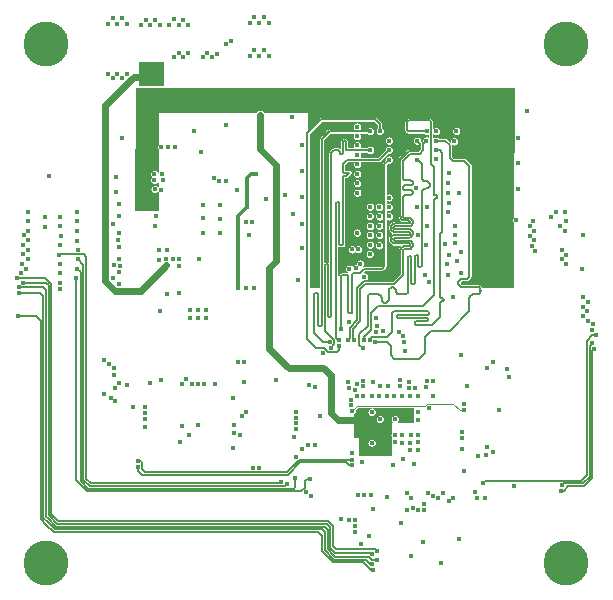
<source format=gbr>
%TF.GenerationSoftware,KiCad,Pcbnew,5.1.10-88a1d61d58~88~ubuntu20.04.1*%
%TF.CreationDate,2021-06-10T18:40:27+05:30*%
%TF.ProjectId,LB1A_DCA7M4_R512MB_F4GB,4c423141-5f44-4434-9137-4d345f523531,1.0.0*%
%TF.SameCoordinates,Original*%
%TF.FileFunction,Copper,L4,Inr*%
%TF.FilePolarity,Positive*%
%FSLAX46Y46*%
G04 Gerber Fmt 4.6, Leading zero omitted, Abs format (unit mm)*
G04 Created by KiCad (PCBNEW 5.1.10-88a1d61d58~88~ubuntu20.04.1) date 2021-06-10 18:40:27*
%MOMM*%
%LPD*%
G01*
G04 APERTURE LIST*
%TA.AperFunction,ComponentPad*%
%ADD10C,3.800000*%
%TD*%
%TA.AperFunction,ViaPad*%
%ADD11C,0.400050*%
%TD*%
%TA.AperFunction,Conductor*%
%ADD12C,0.120000*%
%TD*%
%TA.AperFunction,Conductor*%
%ADD13C,0.304800*%
%TD*%
%TA.AperFunction,Conductor*%
%ADD14C,0.609600*%
%TD*%
%TA.AperFunction,Conductor*%
%ADD15C,0.127000*%
%TD*%
%TA.AperFunction,Conductor*%
%ADD16C,0.090000*%
%TD*%
%TA.AperFunction,Conductor*%
%ADD17C,0.101600*%
%TD*%
%TA.AperFunction,Conductor*%
%ADD18C,0.100000*%
%TD*%
G04 APERTURE END LIST*
D10*
%TO.N,N/C*%
%TO.C,H4*%
X118000000Y-113500000D03*
%TD*%
%TO.N,N/C*%
%TO.C,H3*%
X162000000Y-113500000D03*
%TD*%
%TO.N,N/C*%
%TO.C,H2*%
X162000000Y-69500000D03*
%TD*%
%TO.N,N/C*%
%TO.C,H1*%
X118000000Y-69500000D03*
%TD*%
D11*
%TO.N,GND*%
X132705000Y-83180000D03*
X132705000Y-84320000D03*
X132710000Y-85505000D03*
X131305000Y-85505000D03*
X153160000Y-95890000D03*
X144870000Y-99300000D03*
X147470000Y-99300000D03*
X148820000Y-99350000D03*
X145570000Y-100700000D03*
X146270000Y-101300000D03*
X145570000Y-103300000D03*
X149470000Y-100700000D03*
X147520000Y-102650000D03*
X148870000Y-102600000D03*
X148170000Y-103300000D03*
X148820000Y-103950000D03*
X150420000Y-100350000D03*
X130530000Y-76880000D03*
X124155000Y-87780000D03*
X124155000Y-86730000D03*
X124155000Y-85530000D03*
X124180000Y-84130000D03*
X124180000Y-83105000D03*
X123955000Y-80830000D03*
X123955000Y-82030000D03*
X133280000Y-76380000D03*
X124480000Y-77530000D03*
X127630000Y-92105000D03*
X124180000Y-88855000D03*
X131330000Y-83205000D03*
X131305000Y-84280000D03*
X144270000Y-88520000D03*
X144440000Y-86920000D03*
X145450000Y-83310000D03*
X144340000Y-77320000D03*
X144360000Y-78920000D03*
X144360000Y-79720000D03*
X144360000Y-81330000D03*
X151020000Y-79310000D03*
X152750000Y-76910000D03*
X152110000Y-80490000D03*
X152620000Y-84930000D03*
X153120000Y-88890000D03*
X153110000Y-87110000D03*
X144320000Y-85500000D03*
X141500000Y-95700000D03*
X139690000Y-86790000D03*
X139680000Y-84800000D03*
X139670000Y-82520000D03*
X139670000Y-80270000D03*
X139670000Y-78110000D03*
X157960000Y-81810000D03*
X157980000Y-79610000D03*
X157980000Y-77500000D03*
X158750000Y-75220000D03*
X138820000Y-75710000D03*
X126390000Y-100770000D03*
X126410000Y-102000000D03*
X130150000Y-102600000D03*
X129500000Y-101860000D03*
X133910000Y-101760000D03*
X136850000Y-67740000D03*
X136450000Y-67240000D03*
X136050000Y-67740000D03*
X135650000Y-67240000D03*
X135250000Y-67740000D03*
X136850000Y-70540000D03*
X136450000Y-70040000D03*
X136050000Y-70540000D03*
X135650000Y-70040000D03*
X135250000Y-70540000D03*
X143900000Y-104200000D03*
X149200000Y-105100000D03*
X146220000Y-99350000D03*
X147530000Y-101299999D03*
X156330000Y-100540000D03*
X135510000Y-105400000D03*
X145390000Y-111150000D03*
X151490000Y-113460000D03*
X144670000Y-111840000D03*
X126840000Y-98250000D03*
X157831284Y-84451284D03*
X137443735Y-97970000D03*
X130840000Y-98281826D03*
X129255000Y-90655000D03*
X144790000Y-104900000D03*
X148890000Y-112850000D03*
X152960000Y-111420000D03*
X143655135Y-93070000D03*
X153000000Y-82148366D03*
X147031634Y-77710000D03*
X152080000Y-81321635D03*
X128460000Y-67920000D03*
X128860000Y-67460000D03*
X129250000Y-67920000D03*
X129650000Y-67510000D03*
X130060000Y-67920000D03*
X124180000Y-89858366D03*
X128213815Y-90663815D03*
%TO.N,MPU_VDDA_1V8_REG*%
X143924127Y-100593571D03*
X153380000Y-100510000D03*
%TO.N,PMIC_VOUT3_VDD*%
X148170000Y-102650000D03*
X149470000Y-101350000D03*
X148820000Y-103300000D03*
X149470000Y-102650000D03*
X149470000Y-103250000D03*
X148270000Y-104650000D03*
X134230000Y-90205000D03*
X134905000Y-90230000D03*
X135655000Y-90230000D03*
X135005000Y-83330000D03*
X135780000Y-80530000D03*
X149470000Y-103910000D03*
X148560000Y-107520000D03*
X126050000Y-67900000D03*
X126450000Y-67520000D03*
X126850000Y-67900000D03*
X127260000Y-67500000D03*
X127650000Y-67910000D03*
X157640000Y-106990000D03*
X157000000Y-97040000D03*
X147550000Y-103240000D03*
X145715101Y-108865125D03*
X140800000Y-98569999D03*
%TO.N,PMIC_LDO4_VDD_USB*%
X150770000Y-99350000D03*
X135410000Y-84580000D03*
X134920000Y-84580000D03*
%TO.N,Net-(C5-Pad2)*%
X140260000Y-98420000D03*
%TO.N,Net-(C6-Pad1)*%
X153360000Y-100000000D03*
%TO.N,Net-(C7-Pad1)*%
X147400000Y-105160000D03*
%TO.N,PMIC_VREF_DDR*%
X144370000Y-82120000D03*
X123660000Y-84780000D03*
X155355708Y-96935708D03*
X152640000Y-85671635D03*
%TO.N,PMIC_LDO3_VTT_DDR*%
X127140000Y-82970000D03*
X140550000Y-74900000D03*
X140560000Y-77570000D03*
X140630000Y-79640000D03*
X140640000Y-81720000D03*
X140640000Y-84010000D03*
X140640000Y-86300000D03*
X140670000Y-86890000D03*
X144170000Y-74710000D03*
X146050000Y-74040000D03*
X147090000Y-74070000D03*
X148990000Y-74740000D03*
X157050000Y-74430000D03*
X156260000Y-76450000D03*
X156990000Y-77600000D03*
X157000000Y-79750000D03*
X156990000Y-81910000D03*
X156990000Y-84550000D03*
X156960000Y-87290000D03*
X126590000Y-82990000D03*
%TO.N,PMIC_VOUT2_VDD_DDR*%
X148170000Y-99350000D03*
X149470000Y-99350000D03*
X145570000Y-99350000D03*
X146870000Y-99350000D03*
X127205000Y-81830000D03*
X127755000Y-81855000D03*
X127730000Y-78255000D03*
X128305000Y-78255000D03*
X128905000Y-78255000D03*
X143920000Y-86930000D03*
X146210000Y-83330000D03*
X144340000Y-76530000D03*
X144340000Y-78120000D03*
X144370000Y-80520000D03*
X151040000Y-76920000D03*
X152560000Y-77780000D03*
X149370000Y-81740000D03*
X152050000Y-82120000D03*
X152170000Y-83020000D03*
X138930000Y-83960000D03*
X152790358Y-87900358D03*
X152650000Y-86358365D03*
%TO.N,Net-(C42-Pad1)*%
X132330000Y-98281826D03*
%TO.N,5V_VIN*%
X127180000Y-80555000D03*
X127180000Y-81055000D03*
X127880000Y-81055000D03*
X127855000Y-80555000D03*
X129280000Y-87755000D03*
X128230000Y-86955000D03*
X127605000Y-86980000D03*
X127605000Y-87855000D03*
X129255000Y-88305000D03*
X123250000Y-72040000D03*
X123650000Y-72440000D03*
X124050000Y-72040000D03*
X124450000Y-72440000D03*
X124850000Y-72040000D03*
X135200000Y-85700000D03*
X127260000Y-84920000D03*
X130940000Y-87740000D03*
X131160000Y-78690000D03*
%TO.N,PMIC_VOUT1_VDD_CORE*%
X146870000Y-103950000D03*
X144220000Y-101400000D03*
X146220000Y-100700000D03*
X144920000Y-103300000D03*
X147520000Y-100700000D03*
X148820000Y-100700000D03*
X145570000Y-103950000D03*
X136105000Y-75580000D03*
X136105000Y-76205000D03*
X136105000Y-76855000D03*
X136105000Y-77530000D03*
X146870000Y-102600000D03*
X148170000Y-101350000D03*
X145550000Y-102650000D03*
%TO.N,PMIC_VOUT4_3V3*%
X123250000Y-67840000D03*
X123650000Y-67340000D03*
X124050000Y-67840000D03*
X124450000Y-67340000D03*
X124850000Y-67840000D03*
X130230000Y-92080000D03*
X130855000Y-92080000D03*
X131580000Y-92080000D03*
X131580000Y-92755000D03*
X130855000Y-92755000D03*
X130205000Y-92755000D03*
%TO.N,PMIC_LDO1_1V8*%
X128210000Y-87740000D03*
X128740000Y-87740000D03*
X128210000Y-88280000D03*
X126050000Y-72000000D03*
X126450000Y-72320000D03*
X126850000Y-71930000D03*
X127250000Y-72340000D03*
X127650000Y-71980000D03*
%TO.N,PMIC_LDO6_1V0*%
X123710000Y-89320000D03*
X131260000Y-70660000D03*
X131640000Y-70330000D03*
X132050000Y-70640000D03*
X132450000Y-70340000D03*
%TO.N,I2C1_SCL*%
X157169082Y-97762089D03*
X160750000Y-84157373D03*
%TO.N,I2C1_SDA*%
X155140000Y-107940000D03*
%TO.N,I2C4_SCL*%
X144400000Y-107700000D03*
X132225007Y-80916879D03*
%TO.N,I2C4_SDA*%
X144960000Y-107680000D03*
X132650000Y-81140000D03*
%TO.N,ETH_NRST*%
X164560000Y-94180000D03*
X154970000Y-106710000D03*
%TO.N,Net-(R7-Pad1)*%
X153640000Y-98530000D03*
%TO.N,DDR_A0*%
X146270000Y-98450000D03*
X146220000Y-85700000D03*
%TO.N,DDR_A1*%
X150220000Y-86540000D03*
X148770000Y-98650000D03*
%TO.N,DDR_A2*%
X144870000Y-98530003D03*
X146190000Y-86590000D03*
%TO.N,DDR_A3*%
X145670000Y-98150000D03*
X145430000Y-85710000D03*
%TO.N,DDR_A4*%
X150270000Y-98050000D03*
X152102194Y-87385233D03*
%TO.N,DDR_A5*%
X144870000Y-98050000D03*
X145440000Y-86530000D03*
%TO.N,DDR_A6*%
X150770000Y-98050000D03*
X151985842Y-88188494D03*
%TO.N,DDR_A7*%
X144610000Y-88120000D03*
X143609848Y-98151106D03*
%TO.N,DDR_A8*%
X155880000Y-96450000D03*
X152030000Y-89091755D03*
%TO.N,DDR_A9*%
X144370000Y-98350000D03*
X145424865Y-87320000D03*
%TO.N,DDR_A10*%
X150241634Y-84925886D03*
X148382148Y-95507852D03*
%TO.N,DDR_A11*%
X148770000Y-98150000D03*
X150103231Y-89090000D03*
%TO.N,DDR_A12*%
X148296294Y-94774732D03*
X149490000Y-85740000D03*
%TO.N,DDR_A13*%
X144950000Y-89220000D03*
X143686090Y-98622980D03*
%TO.N,DDR_A14*%
X149250003Y-98650000D03*
X150464866Y-89660000D03*
%TO.N,DDR_BA0*%
X145440000Y-84940000D03*
X146520000Y-93830000D03*
%TO.N,DDR_BA1*%
X150170000Y-98550000D03*
X151767853Y-86497540D03*
%TO.N,DDR_BA2*%
X146220000Y-84920000D03*
X145970000Y-93950000D03*
%TO.N,DDR_CLK_P*%
X148229412Y-94299412D03*
X150228365Y-83330000D03*
%TO.N,DDR_CLK_N*%
X149420000Y-83320000D03*
X147890000Y-93960000D03*
%TO.N,DDR_RESETN*%
X143700000Y-88560000D03*
X139360000Y-89480000D03*
%TO.N,DDR_CKE*%
X152030000Y-83720000D03*
X152440000Y-90920000D03*
%TO.N,DDR_RASN*%
X147948175Y-98004292D03*
X147028846Y-82531634D03*
%TO.N,DDR_CSN*%
X146230000Y-84130000D03*
X145910000Y-92760000D03*
%TO.N,DDR_ODT*%
X145420000Y-84120000D03*
X146050000Y-93390000D03*
%TO.N,DDR_WEN*%
X146970000Y-98450000D03*
X147040000Y-84130000D03*
%TO.N,DDR_CASN*%
X147971651Y-98483719D03*
X147020000Y-83320000D03*
%TO.N,SDMMC2_D0*%
X139170875Y-100690786D03*
X134957531Y-100729660D03*
%TO.N,SDMMC2_D1*%
X134580000Y-101060000D03*
X139162342Y-101170712D03*
%TO.N,SDMMC2_D2*%
X139151077Y-102130549D03*
X134406949Y-102625000D03*
%TO.N,SDMMC2_D3*%
X134770000Y-98160000D03*
X141240000Y-101020000D03*
%TO.N,SDMMC2_D4*%
X153210000Y-102380000D03*
X133880000Y-99503315D03*
%TO.N,SDMMC2_D5*%
X140151078Y-103465000D03*
X131350000Y-98281826D03*
%TO.N,SDMMC2_D6*%
X139710000Y-103825000D03*
X130330000Y-98281826D03*
%TO.N,SDMMC2_D7*%
X139149754Y-101650549D03*
X133940000Y-102480000D03*
%TO.N,SDMMC2_CMD*%
X127740000Y-98000000D03*
X138987483Y-102842897D03*
X139140000Y-104500000D03*
%TO.N,SDMMC2_CK*%
X140770000Y-103465000D03*
X129890000Y-97912394D03*
%TO.N,NRST*%
X134200000Y-81880000D03*
X146860000Y-107900000D03*
X118276817Y-80736817D03*
X129500000Y-98281826D03*
%TO.N,DSI_CKN*%
X119160000Y-86580000D03*
%TO.N,DSI_D1_N*%
X119240000Y-85750000D03*
%TO.N,JTDO_TRACESWO*%
X119190000Y-84970000D03*
%TO.N,JTDI*%
X119220000Y-84160000D03*
%TO.N,LCD_G4*%
X117914990Y-84160000D03*
%TO.N,LCD_R6*%
X116510000Y-83760000D03*
%TO.N,LCD_B4*%
X120580000Y-89380000D03*
X140383308Y-106352945D03*
%TO.N,LCD_B3*%
X119210000Y-88950000D03*
%TO.N,STLINK_UART4_RX*%
X120650000Y-88550000D03*
X139108341Y-106281626D03*
%TO.N,STLINK_UART4_TX*%
X119200000Y-88150000D03*
%TO.N,I2S2_WS*%
X120690000Y-87760000D03*
X138378090Y-106816265D03*
%TO.N,DSI_TE*%
X123509943Y-99496813D03*
%TO.N,DSI_D0_N*%
X122910000Y-99160000D03*
%TO.N,DSI_CKP*%
X120670000Y-86180000D03*
%TO.N,DSI_D1_P*%
X120650000Y-85380000D03*
%TO.N,NJRST*%
X120620000Y-84560000D03*
%TO.N,JTCK_SWCLK*%
X120640000Y-83760000D03*
%TO.N,LCD_G5*%
X117890000Y-84990000D03*
%TO.N,LCD_R4*%
X116500000Y-84560000D03*
%TO.N,LCD_G3*%
X119210000Y-89760000D03*
X140060002Y-107506647D03*
%TO.N,LCD_R3*%
X143900000Y-104719997D03*
X125780000Y-104870000D03*
%TO.N,LCD_G1*%
X119150000Y-87360000D03*
X137911258Y-106587655D03*
%TO.N,DSI_D0_P*%
X120680000Y-86980000D03*
%TO.N,JTMS_SWDIO*%
X134278347Y-96449045D03*
%TO.N,LCD_G2*%
X116520000Y-85360000D03*
%TO.N,LCD_R7*%
X119210000Y-90240003D03*
X140434875Y-107840000D03*
%TO.N,LCD_R2*%
X143900000Y-105200000D03*
X125790210Y-105349893D03*
%TO.N,SDMMC1_CMD*%
X123869483Y-98645894D03*
%TO.N,SDMMC1_CK*%
X124210016Y-98277530D03*
%TO.N,I2S2_CK*%
X124840000Y-98400000D03*
%TO.N,SDMMC1_D2*%
X143820000Y-100125000D03*
X123740000Y-97547269D03*
%TO.N,SDMMC1_D3*%
X143820000Y-99644997D03*
X123730000Y-96990001D03*
%TO.N,SDMMC1_D1*%
X144356922Y-99311683D03*
X123340000Y-96660000D03*
%TO.N,SDMMC1_D0*%
X144170000Y-98850000D03*
X122910000Y-96290000D03*
%TO.N,DSI_RESET*%
X134780000Y-96449045D03*
%TO.N,I2S2_SDO*%
X116510000Y-86170000D03*
%TO.N,LCD_G7*%
X116050000Y-86550000D03*
%TO.N,LCD_G6*%
X116120000Y-85740000D03*
%TO.N,DDR_DQ3*%
X142126111Y-95233889D03*
X145440000Y-78510000D03*
%TO.N,DDR_DQ0*%
X142038506Y-94761949D03*
X145440000Y-76920000D03*
%TO.N,DDR_DQ1*%
X142778205Y-94620493D03*
X147031634Y-78490000D03*
%TO.N,USART1_CTS*%
X116480000Y-87750000D03*
X143643183Y-109843183D03*
%TO.N,DDR_DQ7*%
X146260000Y-76900000D03*
X142800000Y-95100000D03*
%TO.N,DDR_DQS0_P*%
X149430000Y-77720000D03*
X143600000Y-94590000D03*
%TO.N,DDR_DQS0_N*%
X150220000Y-77710000D03*
X144079807Y-94576292D03*
%TO.N,LCD_VSYNC*%
X116010000Y-88130000D03*
X144151366Y-109851366D03*
%TO.N,DDR_DQ2*%
X150230000Y-76910000D03*
X144940000Y-94560000D03*
%TO.N,DDR_DQ6*%
X149410000Y-79340000D03*
X144840000Y-95300000D03*
%TO.N,DDR_DQM0*%
X142960000Y-93650000D03*
X147031634Y-79320000D03*
%TO.N,DDR_DQ4*%
X151020000Y-77720000D03*
X145890000Y-94760000D03*
%TO.N,DDR_DQ5*%
X145430000Y-94570000D03*
X151020000Y-78520000D03*
%TO.N,LCD_B0*%
X116510000Y-86960000D03*
%TO.N,PMIC_WAKEUP*%
X145550000Y-107700000D03*
X133220000Y-81160000D03*
%TO.N,LCD_B7*%
X115910000Y-88950000D03*
X144187038Y-110860067D03*
%TO.N,LCD_B1*%
X116290000Y-88610000D03*
X144203148Y-110350339D03*
%TO.N,U_LED_1*%
X115714991Y-90619976D03*
X145621085Y-113557001D03*
%TO.N,BOOT2*%
X115550000Y-89360000D03*
X146070721Y-112461625D03*
%TO.N,BOOT0*%
X115710000Y-90140000D03*
X146010000Y-113191876D03*
%TO.N,BOOT1*%
X115650000Y-92560000D03*
X145679312Y-114055262D03*
%TO.N,STUSB1600_IRQOUTn*%
X148600000Y-108950000D03*
%TO.N,POWER_ON*%
X148880000Y-108000000D03*
X138220000Y-82350000D03*
%TO.N,LCD_HSYNC*%
X149064863Y-108830000D03*
%TO.N,LCD_B5*%
X150360000Y-107530000D03*
%TO.N,ANA0*%
X149996975Y-108978865D03*
%TO.N,ANA1*%
X150030229Y-108500229D03*
%TO.N,HDMI_INT*%
X150760000Y-107800000D03*
%TO.N,ETH_RXD3*%
X154350000Y-107500000D03*
%TO.N,ETH_TXD3*%
X151220000Y-107970000D03*
%TO.N,ETH_TXD2*%
X151610000Y-107590000D03*
%TO.N,ETH_CLK125*%
X163940000Y-91350000D03*
%TO.N,USART1_TX*%
X155830000Y-104040000D03*
%TO.N,ETH_CLK*%
X153230000Y-102929749D03*
X162050000Y-88169465D03*
%TO.N,LCD_DE*%
X161682245Y-87778930D03*
%TO.N,HDMI_CEC*%
X159377135Y-87054070D03*
%TO.N,USART1_RX*%
X159160030Y-86625972D03*
%TO.N,HDMI_NRST*%
X159240000Y-84540000D03*
%TO.N,ETH_TXD1*%
X152096543Y-108203833D03*
%TO.N,ETH_TXD0*%
X154490000Y-107960000D03*
%TO.N,LCD_R1*%
X164400000Y-95340000D03*
X161646424Y-107371018D03*
%TO.N,ETH_RX_CLK*%
X164230000Y-94880000D03*
X161671653Y-106870000D03*
%TO.N,ETH_MDC*%
X163850000Y-92140000D03*
%TO.N,SPI5_NSS*%
X161490000Y-84938424D03*
%TO.N,SPI5_MOSI*%
X161920000Y-85340000D03*
%TO.N,DSI_BL_CTRL*%
X161940000Y-83770000D03*
%TO.N,ETH_TX_EN*%
X152510000Y-107960000D03*
%TO.N,ETH_GTX_CLK*%
X164200000Y-93730000D03*
%TO.N,PA0_WKUP*%
X153440000Y-105710000D03*
X136660000Y-82689725D03*
%TO.N,LCD_R0*%
X163460000Y-92550000D03*
%TO.N,LCD_R5*%
X163450000Y-90970000D03*
%TO.N,ETH_RXD2*%
X154570000Y-104450000D03*
%TO.N,ETH_RXD1*%
X155270000Y-104300000D03*
%TO.N,ETH_RX_DV*%
X153270000Y-103823376D03*
%TO.N,LCD_B2*%
X161696047Y-86988975D03*
%TO.N,SPI5_SCK*%
X163440000Y-85720000D03*
%TO.N,USB_DM2*%
X159020000Y-85750000D03*
%TO.N,USB_DM1*%
X158950000Y-84960000D03*
%TO.N,USART1_RTS*%
X161180000Y-83770000D03*
%TO.N,ETH_MDIO*%
X164323641Y-93243824D03*
%TO.N,U_LED_2*%
X163910000Y-92960000D03*
%TO.N,ETH_RXD0*%
X155320000Y-103660000D03*
%TO.N,ETH_MDINT*%
X163430000Y-88560000D03*
%TO.N,SPI5_MISO*%
X162053919Y-87379475D03*
%TO.N,LCD_CLK*%
X162011217Y-84547889D03*
%TO.N,USB_DP2*%
X159310000Y-86170000D03*
%TO.N,USB_DP1*%
X159329049Y-85333345D03*
%TO.N,nPONKEY*%
X127355000Y-84130000D03*
%TO.N,PMIC_LDO2_2V9*%
X124130000Y-86105000D03*
X128850000Y-70640000D03*
X129260000Y-70330000D03*
X129650000Y-70670000D03*
X130060000Y-70330000D03*
%TO.N,LCD_B6*%
X116060000Y-87350000D03*
X142960000Y-109715125D03*
%TO.N,DSI_LCD_INT*%
X123890000Y-99790000D03*
%TO.N,U_BUTTON_1*%
X116040000Y-89750000D03*
X145643267Y-112724184D03*
%TO.N,U_BUTTON_2*%
X149517122Y-108990819D03*
%TO.N,LCD_G0*%
X163450000Y-91770000D03*
%TO.N,Net-(C75-Pad2)*%
X148034771Y-110090000D03*
%TO.N,Net-(C76-Pad2)*%
X149970000Y-111690000D03*
%TO.N,PMIC_LDO5_2V9*%
X130840000Y-101770000D03*
X129340000Y-103270000D03*
X123730000Y-88280000D03*
X133270000Y-69560000D03*
X133660000Y-69270000D03*
X126380000Y-100270000D03*
X126400000Y-101280000D03*
X133870000Y-103760000D03*
X125400000Y-100240000D03*
X136080000Y-105421624D03*
X124240000Y-88300000D03*
%TD*%
D12*
%TO.N,MPU_VDDA_1V8_REG*%
X143924127Y-100593571D02*
X144367698Y-100150000D01*
X150116798Y-100150000D02*
X150286798Y-99980000D01*
X144367698Y-100150000D02*
X150116798Y-100150000D01*
X150286798Y-99980000D02*
X152490000Y-99980000D01*
X153020000Y-100510000D02*
X153380000Y-100510000D01*
X152490000Y-99980000D02*
X153020000Y-100510000D01*
D13*
%TO.N,PMIC_VOUT3_VDD*%
X135005000Y-83330000D02*
X135005000Y-80855000D01*
X135330000Y-80530000D02*
X135780000Y-80530000D01*
X135005000Y-80855000D02*
X135330000Y-80530000D01*
X134230000Y-84105000D02*
X135005000Y-83330000D01*
X134230000Y-90205000D02*
X134230000Y-84105000D01*
D14*
%TO.N,PMIC_VOUT1_VDD_CORE*%
X136105000Y-75580000D02*
X136105000Y-76205000D01*
X136105000Y-76205000D02*
X136105000Y-76855000D01*
X136105000Y-76855000D02*
X136105000Y-77530000D01*
X137500000Y-87900000D02*
X137500000Y-79800000D01*
X136924999Y-95324999D02*
X136924999Y-88475001D01*
X137500000Y-79800000D02*
X136105000Y-78405000D01*
X141500000Y-97000000D02*
X138600000Y-97000000D01*
X142100000Y-97600000D02*
X141500000Y-97000000D01*
X138600000Y-97000000D02*
X136924999Y-95324999D01*
X136105000Y-78405000D02*
X136105000Y-77530000D01*
X142700000Y-101400000D02*
X142100000Y-100800000D01*
X136924999Y-88475001D02*
X137500000Y-87900000D01*
X142100000Y-100800000D02*
X142100000Y-97600000D01*
X144220000Y-101400000D02*
X142700000Y-101400000D01*
%TO.N,PMIC_LDO1_1V8*%
X126025208Y-90464792D02*
X123844792Y-90464792D01*
X126167122Y-72320000D02*
X126450000Y-72320000D01*
X125430000Y-72320000D02*
X126167122Y-72320000D01*
X123844792Y-90464792D02*
X123010000Y-89630000D01*
X123010000Y-74740000D02*
X125430000Y-72320000D01*
X123010000Y-89630000D02*
X123010000Y-74740000D01*
X128210000Y-88280000D02*
X126025208Y-90464792D01*
D15*
%TO.N,ETH_NRST*%
X155175126Y-106504874D02*
X154970000Y-106710000D01*
X163801366Y-94655756D02*
X163801366Y-106038634D01*
X163801366Y-106038634D02*
X163335126Y-106504874D01*
X164560000Y-94180000D02*
X164277122Y-94180000D01*
X164277122Y-94180000D02*
X163801366Y-94655756D01*
X163335126Y-106504874D02*
X155175126Y-106504874D01*
%TO.N,LCD_B4*%
X140067055Y-106352945D02*
X140383308Y-106352945D01*
X139910000Y-106510000D02*
X140067055Y-106352945D01*
X120580000Y-106480000D02*
X121510000Y-107410000D01*
X139910000Y-107090000D02*
X139910000Y-106510000D01*
X121510000Y-107410000D02*
X139590000Y-107410000D01*
X139590000Y-107410000D02*
X139910000Y-107090000D01*
X120580000Y-89380000D02*
X120580000Y-106480000D01*
%TO.N,STLINK_UART4_RX*%
X139108341Y-107061659D02*
X139108341Y-106281626D01*
X138988610Y-107181390D02*
X139108341Y-107061659D01*
X121604692Y-107181390D02*
X138988610Y-107181390D01*
X120650000Y-88550000D02*
X120945126Y-88845126D01*
X120945126Y-106521824D02*
X121604692Y-107181390D01*
X120945126Y-88845126D02*
X120945126Y-106521824D01*
%TO.N,I2S2_WS*%
X138241575Y-106952780D02*
X138378090Y-106816265D01*
X121173736Y-106427132D02*
X121699384Y-106952780D01*
X121173736Y-88243736D02*
X121173736Y-106427132D01*
X121699384Y-106952780D02*
X138241575Y-106952780D01*
X120690000Y-87760000D02*
X121173736Y-88243736D01*
%TO.N,LCD_R3*%
X126170000Y-104970000D02*
X126070000Y-104870000D01*
X138393637Y-105786750D02*
X126426750Y-105786750D01*
X126070000Y-104870000D02*
X125780000Y-104870000D01*
X143900000Y-104719997D02*
X139460390Y-104719997D01*
X126426750Y-105786750D02*
X126170000Y-105530000D01*
X139460390Y-104719997D02*
X138393637Y-105786750D01*
X126170000Y-105530000D02*
X126170000Y-104970000D01*
%TO.N,LCD_G1*%
X137812345Y-106587655D02*
X137675830Y-106724170D01*
X137911258Y-106587655D02*
X137812345Y-106587655D01*
X121794170Y-106724170D02*
X121402346Y-106332346D01*
X137675830Y-106724170D02*
X121794170Y-106724170D01*
X121402346Y-106332346D02*
X121402346Y-87552346D01*
X119164874Y-87345126D02*
X119150000Y-87360000D01*
X121195126Y-87345126D02*
X119164874Y-87345126D01*
X121402346Y-87552346D02*
X121195126Y-87345126D01*
D16*
%TO.N,LCD_R2*%
X125880107Y-105349893D02*
X125790210Y-105349893D01*
D15*
X125790210Y-105690210D02*
X125790210Y-105349893D01*
X126115360Y-106015360D02*
X125790210Y-105690210D01*
X138488330Y-106015360D02*
X126115360Y-106015360D01*
X139555082Y-104948607D02*
X138488330Y-106015360D01*
X143448607Y-104948607D02*
X139555082Y-104948607D01*
X143700000Y-105200000D02*
X143448607Y-104948607D01*
X143900000Y-105200000D02*
X143700000Y-105200000D01*
%TO.N,DDR_DQ3*%
X142126111Y-95233889D02*
X142025126Y-95334874D01*
X145395126Y-78554874D02*
X145440000Y-78510000D01*
X143473739Y-78506816D02*
X143502000Y-78510000D01*
X143446896Y-78497424D02*
X143473739Y-78506816D01*
X143422816Y-78482293D02*
X143446896Y-78497424D01*
X143402707Y-78462184D02*
X143422816Y-78482293D01*
X143387576Y-78438104D02*
X143402707Y-78462184D01*
X143378184Y-78411261D02*
X143387576Y-78438104D01*
X143375000Y-78383000D02*
X143378184Y-78411261D01*
X143371815Y-77795251D02*
X143375000Y-77823511D01*
X143362423Y-77768408D02*
X143371815Y-77795251D01*
X143327183Y-77724219D02*
X143347292Y-77744328D01*
X143303103Y-77709088D02*
X143327183Y-77724219D01*
X143276260Y-77699696D02*
X143303103Y-77709088D01*
X143248000Y-77696511D02*
X143276260Y-77699696D01*
X143192896Y-77709088D02*
X143219739Y-77699696D01*
X143148707Y-77744328D02*
X143168816Y-77724219D01*
X142879576Y-78801592D02*
X142894707Y-78825672D01*
X142894707Y-78825672D02*
X142914816Y-78845781D01*
X143133576Y-77768408D02*
X143148707Y-77744328D01*
X143124184Y-77795251D02*
X143133576Y-77768408D01*
X143093292Y-78825672D02*
X143108423Y-78801592D01*
X143121000Y-78746489D02*
X143121000Y-77823511D01*
X141930000Y-92620000D02*
X142050000Y-92620000D01*
X143108423Y-78801592D02*
X143117815Y-78774749D01*
X143049103Y-78860912D02*
X143073183Y-78845781D01*
X143555376Y-78510000D02*
X145440000Y-78510000D01*
X143073183Y-78845781D02*
X143093292Y-78825672D01*
X143502000Y-78510000D02*
X143555376Y-78510000D01*
X143375000Y-77823511D02*
X143375000Y-78383000D01*
X143022260Y-78870304D02*
X143049103Y-78860912D01*
X142994000Y-78873489D02*
X143022260Y-78870304D01*
X142938896Y-78860912D02*
X142965739Y-78870304D01*
X142126111Y-95233889D02*
X142403632Y-94956368D01*
X143117815Y-78774749D02*
X143121000Y-78746489D01*
X142870184Y-78774749D02*
X142879576Y-78801592D01*
X142867000Y-78637000D02*
X142867000Y-78746489D01*
X142403632Y-94569222D02*
X142000000Y-94165590D01*
X143219739Y-77699696D02*
X143248000Y-77696511D01*
X142000000Y-94165590D02*
X141995590Y-94165590D01*
X142863815Y-78608739D02*
X142867000Y-78637000D01*
X142130000Y-78750000D02*
X142370000Y-78510000D01*
X142370000Y-78510000D02*
X142740000Y-78510000D01*
X142854423Y-78581896D02*
X142863815Y-78608739D01*
X141995590Y-94165590D02*
X141630000Y-93800000D01*
X142839292Y-78557816D02*
X142854423Y-78581896D01*
X142130000Y-92540000D02*
X142130000Y-78750000D01*
X143121000Y-77823511D02*
X143124184Y-77795251D01*
X142768260Y-78513184D02*
X142795103Y-78522576D01*
X142819183Y-78537707D02*
X142839292Y-78557816D01*
X142795103Y-78522576D02*
X142819183Y-78537707D01*
X141630000Y-93800000D02*
X141630000Y-88230000D01*
X142965739Y-78870304D02*
X142994000Y-78873489D01*
X141870000Y-92560000D02*
X141930000Y-92620000D01*
X141870000Y-88230000D02*
X141870000Y-92560000D01*
X141630000Y-88230000D02*
X141680000Y-88180000D01*
X142867000Y-78746489D02*
X142870184Y-78774749D01*
X143347292Y-77744328D02*
X143362423Y-77768408D01*
X141820000Y-88180000D02*
X141870000Y-88230000D01*
X142403632Y-94956368D02*
X142403632Y-94569222D01*
X142740000Y-78510000D02*
X142768260Y-78513184D01*
X142050000Y-92620000D02*
X142130000Y-92540000D01*
X142914816Y-78845781D02*
X142938896Y-78860912D01*
X141680000Y-88180000D02*
X141820000Y-88180000D01*
X143168816Y-77724219D02*
X143192896Y-77709088D01*
%TO.N,DDR_DQ0*%
X145405126Y-76954874D02*
X145440000Y-76920000D01*
X145415126Y-76895126D02*
X145440000Y-76920000D01*
X142050000Y-76920000D02*
X145440000Y-76920000D01*
X141370000Y-77600000D02*
X142050000Y-76920000D01*
X141150000Y-93430000D02*
X141290000Y-93430000D01*
X141070000Y-90680000D02*
X141070000Y-93350000D01*
X141290000Y-93430000D02*
X141370000Y-93350000D01*
X140990000Y-90600000D02*
X141070000Y-90680000D01*
X140700000Y-93980000D02*
X140700000Y-90680000D01*
X141481949Y-94761949D02*
X140700000Y-93980000D01*
X141370000Y-93350000D02*
X141370000Y-77600000D01*
X141070000Y-93350000D02*
X141150000Y-93430000D01*
X140780000Y-90600000D02*
X140990000Y-90600000D01*
X140700000Y-90680000D02*
X140780000Y-90600000D01*
X142038506Y-94761949D02*
X141481949Y-94761949D01*
%TO.N,DDR_DQ1*%
X143167707Y-80740816D02*
X143187816Y-80720707D01*
X143140000Y-80820000D02*
X143143184Y-80791739D01*
X142920000Y-86550000D02*
X143080000Y-86550000D01*
X143167707Y-80391183D02*
X143152576Y-80367103D01*
X142770000Y-82920000D02*
X142840000Y-82990000D01*
X143143184Y-80340260D02*
X143140000Y-80312000D01*
X143433694Y-80693000D02*
X143687694Y-80439000D01*
X142550000Y-83000000D02*
X142630000Y-82920000D01*
X143187816Y-80411292D02*
X143167707Y-80391183D01*
X143267000Y-80439000D02*
X143238739Y-80435815D01*
X142630000Y-82920000D02*
X142770000Y-82920000D01*
X142550000Y-94392288D02*
X142550000Y-83000000D01*
X143238739Y-80435815D02*
X143211896Y-80426423D01*
X142778205Y-94620493D02*
X142550000Y-94392288D01*
X146181634Y-79340000D02*
X147031634Y-78490000D01*
X142840000Y-82990000D02*
X142840000Y-86470000D01*
X143143184Y-80791739D02*
X143152576Y-80764896D01*
X142840000Y-86470000D02*
X142920000Y-86550000D01*
X143140000Y-86490000D02*
X143140000Y-80820000D01*
X143152576Y-80764896D02*
X143167707Y-80740816D01*
X143187816Y-80720707D02*
X143211896Y-80705576D01*
X143080000Y-86550000D02*
X143140000Y-86490000D01*
X143152576Y-80367103D02*
X143143184Y-80340260D01*
X143267000Y-80693000D02*
X143433694Y-80693000D01*
X143211896Y-80705576D02*
X143238739Y-80696184D01*
X143687694Y-80439000D02*
X143267000Y-80439000D01*
X143470000Y-79340000D02*
X146181634Y-79340000D01*
X143238739Y-80696184D02*
X143267000Y-80693000D01*
X143211896Y-80426423D02*
X143187816Y-80411292D01*
X143140000Y-80312000D02*
X143140000Y-79670000D01*
X143140000Y-79670000D02*
X143470000Y-79340000D01*
%TO.N,DDR_DQ7*%
X146250000Y-76900000D02*
X146260000Y-76900000D01*
X141280000Y-75920000D02*
X145870000Y-75920000D01*
X145870000Y-75920000D02*
X146260000Y-76310000D01*
X140140000Y-77060000D02*
X141280000Y-75920000D01*
X140140000Y-94540000D02*
X140140000Y-77060000D01*
X142680985Y-95599015D02*
X141919015Y-95599015D01*
X141580000Y-95260000D02*
X140860000Y-95260000D01*
X140860000Y-95260000D02*
X140140000Y-94540000D01*
X141919015Y-95599015D02*
X141580000Y-95260000D01*
X146260000Y-76310000D02*
X146260000Y-76900000D01*
X142800000Y-95480000D02*
X142680985Y-95599015D01*
X142800000Y-95100000D02*
X142800000Y-95480000D01*
%TO.N,DDR_DQS0_P*%
X148792245Y-85467207D02*
X148768165Y-85452076D01*
X148836877Y-84629560D02*
X148840062Y-84601300D01*
X148350752Y-84474300D02*
X148276196Y-84465899D01*
X147381017Y-86371519D02*
X147317489Y-86331602D01*
X148742654Y-78605700D02*
X149542654Y-78605700D01*
X148836877Y-86559960D02*
X148840062Y-86531700D01*
X148840062Y-84601300D02*
X148836877Y-84573039D01*
X147191338Y-86028552D02*
X147199739Y-85953996D01*
X149705700Y-77995700D02*
X149430000Y-77720000D01*
X149705700Y-78442654D02*
X149705700Y-77995700D01*
X149542654Y-78605700D02*
X149705700Y-78442654D01*
X147526391Y-85439500D02*
X147451835Y-85431099D01*
X148015700Y-86993752D02*
X148024100Y-86919196D01*
X148015700Y-79332654D02*
X148742654Y-78605700D01*
X148024100Y-84213803D02*
X148015700Y-84139247D01*
X148048880Y-84284621D02*
X148024100Y-84213803D01*
X148088797Y-84348149D02*
X148048880Y-84284621D01*
X148713062Y-85439500D02*
X147526391Y-85439500D01*
X147224519Y-84917978D02*
X147264436Y-84854450D01*
X148205378Y-84441119D02*
X148141850Y-84401202D01*
X147264436Y-84854450D02*
X147317489Y-84801397D01*
X148276196Y-84465899D02*
X148205378Y-84441119D01*
X148741322Y-84477484D02*
X148713062Y-84474300D01*
X148768165Y-84486876D02*
X148741322Y-84477484D01*
X147451835Y-85431099D02*
X147381017Y-85406319D01*
X148713062Y-85693500D02*
X148741322Y-85690315D01*
X148812354Y-84522116D02*
X148792245Y-84502007D01*
X148812354Y-86610883D02*
X148827485Y-86586803D01*
X147451835Y-84736700D02*
X147526391Y-84728300D01*
X147191338Y-85104447D02*
X147191338Y-85063352D01*
X147264436Y-85819650D02*
X147317489Y-85766597D01*
X148768165Y-84715723D02*
X148792245Y-84700592D01*
X148741322Y-84725115D02*
X148768165Y-84715723D01*
X147526391Y-84728300D02*
X148713062Y-84728300D01*
X147381017Y-84761480D02*
X147451835Y-84736700D01*
X147451835Y-86396299D02*
X147381017Y-86371519D01*
X148827485Y-84546196D02*
X148812354Y-84522116D01*
X147191338Y-85063352D02*
X147199739Y-84988796D01*
X148812354Y-85645683D02*
X148827485Y-85621603D01*
X147224519Y-85249821D02*
X147199739Y-85179003D01*
X148836877Y-85594760D02*
X148840062Y-85566500D01*
X147317489Y-85366402D02*
X147264436Y-85313349D01*
X147199739Y-85179003D02*
X147191338Y-85104447D01*
X148827485Y-86476596D02*
X148812354Y-86452516D01*
X148205378Y-86691880D02*
X148276196Y-86667100D01*
X148827485Y-84656403D02*
X148836877Y-84629560D01*
X148741322Y-85442684D02*
X148713062Y-85439500D01*
X148827485Y-85511396D02*
X148812354Y-85487316D01*
X148812354Y-85487316D02*
X148792245Y-85467207D01*
X148048880Y-86848378D02*
X148088797Y-86784850D01*
X143732457Y-94457543D02*
X143732457Y-93545897D01*
X148836877Y-85538239D02*
X148827485Y-85511396D01*
X148840062Y-85566500D02*
X148836877Y-85538239D01*
X143600000Y-94590000D02*
X143732457Y-94457543D01*
X148713062Y-84474300D02*
X148350752Y-84474300D01*
X147381017Y-85406319D02*
X147317489Y-85366402D01*
X148836877Y-86503439D02*
X148827485Y-86476596D01*
X148792245Y-85665792D02*
X148812354Y-85645683D01*
X148768165Y-85680923D02*
X148792245Y-85665792D01*
X148741322Y-85690315D02*
X148768165Y-85680923D01*
X144922654Y-89635700D02*
X147372654Y-89635700D01*
X147526391Y-85693500D02*
X148713062Y-85693500D01*
X148088797Y-86784850D02*
X148141850Y-86731797D01*
X148741322Y-86655515D02*
X148768165Y-86646123D01*
X147191338Y-86069647D02*
X147191338Y-86028552D01*
X148141850Y-84401202D02*
X148088797Y-84348149D01*
X148741322Y-86407884D02*
X148713062Y-86404700D01*
X147199739Y-86144203D02*
X147191338Y-86069647D01*
X147224519Y-86215021D02*
X147199739Y-86144203D01*
X144355700Y-90202654D02*
X144922654Y-89635700D01*
X147372654Y-89635700D02*
X148015700Y-88992654D01*
X148812354Y-84680483D02*
X148827485Y-84656403D01*
X148768165Y-86646123D02*
X148792245Y-86630992D01*
X147264436Y-86278549D02*
X147224519Y-86215021D01*
X147317489Y-84801397D02*
X147381017Y-84761480D01*
X147317489Y-86331602D02*
X147264436Y-86278549D01*
X147264436Y-85313349D02*
X147224519Y-85249821D01*
X148827485Y-85621603D02*
X148836877Y-85594760D01*
X147199739Y-85953996D02*
X147224519Y-85883178D01*
X147526391Y-86404700D02*
X147451835Y-86396299D01*
X147317489Y-85766597D02*
X147381017Y-85726680D01*
X147451835Y-85701900D02*
X147526391Y-85693500D01*
X147381017Y-85726680D02*
X147451835Y-85701900D01*
X148015700Y-84139247D02*
X148015700Y-79332654D01*
X148827485Y-86586803D02*
X148836877Y-86559960D01*
X148840062Y-86531700D02*
X148836877Y-86503439D01*
X148768165Y-85452076D02*
X148741322Y-85442684D01*
X148713062Y-86658700D02*
X148741322Y-86655515D01*
X148812354Y-86452516D02*
X148792245Y-86432407D01*
X148024100Y-86919196D02*
X148048880Y-86848378D01*
X147199739Y-84988796D02*
X147224519Y-84917978D01*
X148768165Y-86417276D02*
X148741322Y-86407884D01*
X148792245Y-86432407D02*
X148768165Y-86417276D01*
X148713062Y-86404700D02*
X147526391Y-86404700D01*
X148141850Y-86731797D02*
X148205378Y-86691880D01*
X143732457Y-93545897D02*
X144355700Y-92922654D01*
X148792245Y-86630992D02*
X148812354Y-86610883D01*
X148792245Y-84502007D02*
X148768165Y-84486876D01*
X144355700Y-92922654D02*
X144355700Y-90202654D01*
X148836877Y-84573039D02*
X148827485Y-84546196D01*
X147224519Y-85883178D02*
X147264436Y-85819650D01*
X148015700Y-88992654D02*
X148015700Y-86993752D01*
X148350752Y-86658700D02*
X148713062Y-86658700D01*
X148792245Y-84700592D02*
X148812354Y-84680483D01*
X148713062Y-84728300D02*
X148741322Y-84725115D01*
X148276196Y-86667100D02*
X148350752Y-86658700D01*
D17*
%TO.N,DDR_DQS0_N*%
X144079807Y-94576292D02*
X144079806Y-94576292D01*
D15*
X149934300Y-77995700D02*
X150220000Y-77710000D01*
X149934300Y-78537346D02*
X149934300Y-77995700D01*
X148244300Y-80879700D02*
X148244300Y-79427346D01*
X148249364Y-80924649D02*
X148244300Y-80879700D01*
X148320355Y-81037629D02*
X148288370Y-81005644D01*
X148358655Y-81061695D02*
X148320355Y-81037629D01*
X148401350Y-81076635D02*
X148358655Y-81061695D01*
X148945944Y-81101704D02*
X148903249Y-81086764D01*
X148446300Y-81081700D02*
X148401350Y-81076635D01*
X148984244Y-81125770D02*
X148945944Y-81101704D01*
X149055235Y-81328649D02*
X149060300Y-81283700D01*
X149040295Y-81371344D02*
X149055235Y-81328649D01*
X148858300Y-81485700D02*
X148903249Y-81480635D01*
X148244300Y-79427346D02*
X148837346Y-78834300D01*
X148446300Y-81485700D02*
X148858300Y-81485700D01*
X148358655Y-81505704D02*
X148401350Y-81490764D01*
X148320355Y-81529770D02*
X148358655Y-81505704D01*
X148244300Y-81687700D02*
X148249364Y-81642750D01*
X148249364Y-81732649D02*
X148244300Y-81687700D01*
X148358655Y-81869695D02*
X148320355Y-81845629D01*
X148903249Y-81894764D02*
X148858300Y-81889700D01*
X148984244Y-81933770D02*
X148945944Y-81909704D01*
X149016229Y-81965755D02*
X148984244Y-81933770D01*
X149040295Y-82004055D02*
X149016229Y-81965755D01*
X148264304Y-81600055D02*
X148288370Y-81561755D01*
X149055235Y-82046750D02*
X149040295Y-82004055D01*
X148903249Y-81086764D02*
X148858300Y-81081700D01*
X149060300Y-82091700D02*
X149055235Y-82046750D01*
X149040295Y-82179344D02*
X149055235Y-82136649D01*
X149016229Y-82217644D02*
X149040295Y-82179344D01*
X148984244Y-82249629D02*
X149016229Y-82217644D01*
X148903249Y-82288635D02*
X148945944Y-82273695D01*
X148446300Y-82293700D02*
X148858300Y-82293700D01*
X148401350Y-82298764D02*
X148446300Y-82293700D01*
X148264304Y-82408055D02*
X148288370Y-82369755D01*
X149060300Y-81283700D02*
X149055235Y-81238750D01*
X148244300Y-84118700D02*
X148244300Y-82495700D01*
X148401350Y-81490764D02*
X148446300Y-81485700D01*
X148247484Y-84146960D02*
X148244300Y-84118700D01*
X148249364Y-81642750D02*
X148264304Y-81600055D01*
X148288370Y-81813644D02*
X148264304Y-81775344D01*
X148256876Y-84173803D02*
X148247484Y-84146960D01*
X148272007Y-84197883D02*
X148256876Y-84173803D01*
X148358655Y-82313704D02*
X148401350Y-82298764D01*
X148292116Y-84217992D02*
X148272007Y-84197883D01*
X148446300Y-81889700D02*
X148401350Y-81884635D01*
X149068662Y-84621847D02*
X149068662Y-84580752D01*
X148942511Y-84318797D02*
X148878983Y-84278880D01*
X149035481Y-84435378D02*
X148995564Y-84371850D01*
X147491835Y-86163523D02*
X147467755Y-86148392D01*
X149060261Y-84506196D02*
X149035481Y-84435378D01*
X149068662Y-84580752D02*
X149060261Y-84506196D01*
X148995564Y-85795949D02*
X149035481Y-85732421D01*
X148733609Y-84245700D02*
X148371300Y-84245700D01*
X149060261Y-84696403D02*
X149068662Y-84621847D01*
X148995564Y-84830749D02*
X149035481Y-84767221D01*
X147491835Y-84969476D02*
X147518678Y-84960084D01*
X147432515Y-86104203D02*
X147423123Y-86077360D01*
X147467755Y-84984607D02*
X147491835Y-84969476D01*
X149055235Y-82136649D02*
X149060300Y-82091700D01*
X147447646Y-85004716D02*
X147467755Y-84984607D01*
X147432515Y-85993996D02*
X147447646Y-85969916D01*
X147518678Y-85207715D02*
X147491835Y-85198323D01*
X147423123Y-85055639D02*
X147432515Y-85028796D01*
X147432515Y-85028796D02*
X147447646Y-85004716D01*
X149060261Y-85661603D02*
X149068662Y-85587047D01*
X147423123Y-85112160D02*
X147419938Y-85083900D01*
X149055235Y-81238750D02*
X149040295Y-81196055D01*
X148371300Y-86887300D02*
X148733609Y-86887300D01*
X148878983Y-84923719D02*
X148942511Y-84883802D01*
X149068662Y-86511152D02*
X149060261Y-86436596D01*
X148878983Y-86209280D02*
X148808165Y-86184500D01*
X148244300Y-89087346D02*
X148244300Y-87014300D01*
X147432515Y-85139003D02*
X147423123Y-85112160D01*
X148903249Y-81480635D02*
X148945944Y-81465695D01*
X149035481Y-86697621D02*
X149060261Y-86626803D01*
X147518678Y-84960084D02*
X147546938Y-84956900D01*
X147467755Y-85183192D02*
X147447646Y-85163083D01*
X147491835Y-85198323D02*
X147467755Y-85183192D01*
X147546938Y-85210900D02*
X147518678Y-85207715D01*
X148808165Y-85219300D02*
X148733609Y-85210900D01*
X148942511Y-84883802D02*
X148995564Y-84830749D01*
X148942511Y-85283997D02*
X148878983Y-85244080D01*
X148343039Y-84242515D02*
X148316196Y-84233123D01*
X148995564Y-85337050D02*
X148942511Y-85283997D01*
X147546938Y-86176100D02*
X147518678Y-86172915D01*
X148733609Y-85210900D02*
X147546938Y-85210900D01*
X149035481Y-85400578D02*
X148995564Y-85337050D01*
X149035481Y-86365778D02*
X148995564Y-86302250D01*
X148316196Y-84233123D02*
X148292116Y-84217992D01*
X149060261Y-85471396D02*
X149035481Y-85400578D01*
X149068662Y-85545952D02*
X149060261Y-85471396D01*
X148945944Y-82273695D02*
X148984244Y-82249629D01*
X149035481Y-85732421D02*
X149060261Y-85661603D01*
X148942511Y-85849002D02*
X148995564Y-85795949D01*
X147423123Y-86077360D02*
X147419938Y-86049100D01*
X149035481Y-84767221D02*
X149060261Y-84696403D01*
X148878983Y-85244080D02*
X148808165Y-85219300D01*
X144079806Y-94576292D02*
X143961057Y-94457543D01*
X148878983Y-85888919D02*
X148942511Y-85849002D01*
X148995564Y-84371850D02*
X148942511Y-84318797D01*
X148733609Y-85922100D02*
X148808165Y-85913699D01*
X149637346Y-78834300D02*
X149934300Y-78537346D01*
X149068662Y-85587047D02*
X149068662Y-85545952D01*
X147546938Y-85922100D02*
X148733609Y-85922100D01*
X147419938Y-85083900D02*
X147423123Y-85055639D01*
X147491835Y-85934676D02*
X147518678Y-85925284D01*
X147467755Y-85949807D02*
X147491835Y-85934676D01*
X148858300Y-81081700D02*
X148446300Y-81081700D01*
X148264304Y-81775344D02*
X148249364Y-81732649D01*
X148343039Y-86890484D02*
X148371300Y-86887300D01*
X147518678Y-85925284D02*
X147546938Y-85922100D01*
X149060261Y-86626803D02*
X149068662Y-86552247D01*
X145017346Y-89864300D02*
X147467346Y-89864300D01*
X147423123Y-86020839D02*
X147432515Y-85993996D01*
X148288370Y-82369755D02*
X148320355Y-82337770D01*
X148808165Y-84948499D02*
X148878983Y-84923719D01*
X147447646Y-85969916D02*
X147467755Y-85949807D01*
X147447646Y-86128283D02*
X147432515Y-86104203D01*
X148371300Y-84245700D02*
X148343039Y-84242515D01*
X147518678Y-86172915D02*
X147491835Y-86163523D01*
X148249364Y-82450750D02*
X148264304Y-82408055D01*
X148808165Y-86184500D02*
X148733609Y-86176100D01*
X147447646Y-85163083D02*
X147432515Y-85139003D01*
X149060261Y-86436596D02*
X149035481Y-86365778D01*
X148945944Y-81465695D02*
X148984244Y-81441629D01*
X148942511Y-86249197D02*
X148878983Y-86209280D01*
X148808165Y-84254100D02*
X148733609Y-84245700D01*
X147419938Y-86049100D02*
X147423123Y-86020839D01*
X148272007Y-86935116D02*
X148292116Y-86915007D01*
X148288370Y-81561755D02*
X148320355Y-81529770D01*
X148401350Y-81884635D02*
X148358655Y-81869695D01*
X148945944Y-81909704D02*
X148903249Y-81894764D01*
X148808165Y-86878899D02*
X148878983Y-86854119D01*
X148288370Y-81005644D02*
X148264304Y-80967344D01*
X148320355Y-82337770D02*
X148358655Y-82313704D01*
X148808165Y-85913699D02*
X148878983Y-85888919D01*
X148995564Y-86761149D02*
X149035481Y-86697621D01*
X149016229Y-81409644D02*
X149040295Y-81371344D01*
X148878983Y-84278880D02*
X148808165Y-84254100D01*
X149016229Y-81157755D02*
X148984244Y-81125770D01*
X148995564Y-86302250D02*
X148942511Y-86249197D01*
X148858300Y-81889700D02*
X148446300Y-81889700D01*
X147546938Y-84956900D02*
X148733609Y-84956900D01*
X148292116Y-86915007D02*
X148316196Y-86899876D01*
X148733609Y-86887300D02*
X148808165Y-86878899D01*
X148942511Y-86814202D02*
X148995564Y-86761149D01*
X144584300Y-90297346D02*
X145017346Y-89864300D01*
X148837346Y-78834300D02*
X149637346Y-78834300D01*
X148316196Y-86899876D02*
X148343039Y-86890484D01*
X148320355Y-81845629D02*
X148288370Y-81813644D01*
X148878983Y-86854119D02*
X148942511Y-86814202D01*
X144584300Y-93017346D02*
X144584300Y-90297346D01*
X147467346Y-89864300D02*
X148244300Y-89087346D01*
X148244300Y-82495700D02*
X148249364Y-82450750D01*
X148256876Y-86959196D02*
X148272007Y-86935116D01*
X148264304Y-80967344D02*
X148249364Y-80924649D01*
X148984244Y-81441629D02*
X149016229Y-81409644D01*
X148247484Y-86986039D02*
X148256876Y-86959196D01*
X147467755Y-86148392D02*
X147447646Y-86128283D01*
X148244300Y-87014300D02*
X148247484Y-86986039D01*
X143961057Y-93640589D02*
X144584300Y-93017346D01*
X148733609Y-86176100D02*
X147546938Y-86176100D01*
X148858300Y-82293700D02*
X148903249Y-82288635D01*
X148733609Y-84956900D02*
X148808165Y-84948499D01*
X143961057Y-94457543D02*
X143961057Y-93640589D01*
X149040295Y-81196055D02*
X149016229Y-81157755D01*
X149068662Y-86552247D02*
X149068662Y-86511152D01*
%TO.N,DDR_DQ2*%
X148630000Y-76910000D02*
X150230000Y-76910000D01*
X150480000Y-76010000D02*
X148710000Y-76010000D01*
X150585126Y-76115126D02*
X150480000Y-76010000D01*
X150585126Y-79705126D02*
X150585126Y-76115126D01*
X150858310Y-82245386D02*
X150855126Y-82217126D01*
X150867702Y-82272229D02*
X150858310Y-82245386D01*
X150882833Y-82296309D02*
X150867702Y-82272229D01*
X150902942Y-82316418D02*
X150882833Y-82296309D01*
X148710000Y-76010000D02*
X148560000Y-76160000D01*
X150927022Y-82331549D02*
X150902942Y-82316418D01*
X150953865Y-82340941D02*
X150927022Y-82331549D01*
X150982126Y-82344126D02*
X150953865Y-82340941D01*
X151027249Y-82344126D02*
X150982126Y-82344126D01*
X151055509Y-82347310D02*
X151027249Y-82344126D01*
X151082352Y-82356702D02*
X151055509Y-82347310D01*
X151106432Y-82371833D02*
X151082352Y-82356702D01*
X151141672Y-82416022D02*
X151126541Y-82391942D01*
X148560000Y-76840000D02*
X148630000Y-76910000D01*
X151151064Y-82442865D02*
X151141672Y-82416022D01*
X150882833Y-82645942D02*
X150902942Y-82625833D01*
X151151064Y-82499386D02*
X151154249Y-82471126D01*
X150855126Y-79975126D02*
X150585126Y-79705126D01*
X151126541Y-82550309D02*
X151141672Y-82526229D01*
X151106432Y-82570418D02*
X151126541Y-82550309D01*
X148560000Y-76160000D02*
X148560000Y-76840000D01*
X151082352Y-82585549D02*
X151106432Y-82570418D01*
X150858310Y-82696865D02*
X150867702Y-82670022D01*
X150953865Y-82601310D02*
X150982126Y-82598126D01*
X151154249Y-82471126D02*
X151151064Y-82442865D01*
X145540000Y-92270000D02*
X146120000Y-91690000D01*
X151055509Y-82594941D02*
X151082352Y-82585549D01*
X150855126Y-82725126D02*
X150858310Y-82696865D01*
X150855126Y-90784874D02*
X150855126Y-82725126D01*
X150982126Y-82598126D02*
X151027249Y-82598126D01*
X144940000Y-94370000D02*
X145540000Y-93770000D01*
X150855126Y-82217126D02*
X150855126Y-79975126D01*
X146120000Y-91690000D02*
X149950000Y-91690000D01*
X151141672Y-82526229D02*
X151151064Y-82499386D01*
X149950000Y-91690000D02*
X150855126Y-90784874D01*
X151126541Y-82391942D02*
X151106432Y-82371833D01*
X150867702Y-82670022D02*
X150882833Y-82645942D01*
X151027249Y-82598126D02*
X151055509Y-82594941D01*
X150927022Y-82610702D02*
X150953865Y-82601310D01*
X150902942Y-82625833D02*
X150927022Y-82610702D01*
X145540000Y-93770000D02*
X145540000Y-92270000D01*
X144940000Y-94560000D02*
X144940000Y-94370000D01*
D12*
%TO.N,DDR_DQ6*%
X149370000Y-79380000D02*
X149410000Y-79340000D01*
D15*
X149854874Y-79695126D02*
X149499748Y-79340000D01*
X149854874Y-80865126D02*
X149854874Y-79695126D01*
X149920324Y-81052172D02*
X149884583Y-80995291D01*
X150024708Y-81135416D02*
X149967827Y-81099675D01*
X150382750Y-81230576D02*
X150325869Y-81194835D01*
X150325869Y-81194835D02*
X150262460Y-81172647D01*
X150430253Y-81278079D02*
X150382750Y-81230576D01*
X150465994Y-81595291D02*
X150488182Y-81531882D01*
X150430253Y-81652172D02*
X150465994Y-81595291D01*
X150488182Y-81398369D02*
X150465994Y-81334960D01*
X150382750Y-81699675D02*
X150430253Y-81652172D01*
X147049709Y-90309835D02*
X147085450Y-90252954D01*
X150154874Y-81765126D02*
X150195704Y-81765126D01*
X150088117Y-81772647D02*
X150154874Y-81765126D01*
X149884583Y-81934960D02*
X149920324Y-81878079D01*
X149854874Y-82065126D02*
X149862395Y-81998369D01*
X149862395Y-81998369D02*
X149884583Y-81934960D01*
X147020000Y-91140000D02*
X147020000Y-90440000D01*
X149860000Y-85110387D02*
X149854874Y-85105261D01*
X149860000Y-85910387D02*
X149860000Y-85110387D01*
X149810000Y-85960387D02*
X149860000Y-85910387D01*
X150262460Y-81172647D02*
X150195704Y-81165126D01*
X149580000Y-88430000D02*
X149710000Y-88430000D01*
X146990290Y-91270165D02*
X147012478Y-91206756D01*
X149450000Y-87430000D02*
X149520000Y-87500000D01*
X149310000Y-87430000D02*
X149450000Y-87430000D01*
X149240000Y-87500000D02*
X149310000Y-87430000D01*
X150154874Y-81165126D02*
X150088117Y-81157604D01*
X148940000Y-87530000D02*
X148940000Y-89770000D01*
X148860000Y-87450000D02*
X148940000Y-87530000D01*
X150465994Y-81334960D02*
X150430253Y-81278079D01*
X148710000Y-87450000D02*
X148860000Y-87450000D01*
X148630000Y-87530000D02*
X148710000Y-87450000D01*
X147507046Y-90205451D02*
X147554549Y-90252954D01*
X150195704Y-81765126D02*
X150262460Y-81757604D01*
X144530000Y-94110000D02*
X145230000Y-93410000D01*
X148630000Y-90640000D02*
X148630000Y-87530000D01*
X149862395Y-80931882D02*
X149854874Y-80865126D01*
X146786756Y-91432478D02*
X146850165Y-91410290D01*
X147253243Y-90147522D02*
X147320000Y-90140000D01*
X149854874Y-85105261D02*
X149854874Y-82065126D01*
X147920000Y-90740000D02*
X148530000Y-90740000D01*
X147627521Y-90506757D02*
X147649709Y-90570166D01*
X150325869Y-81735416D02*
X150382750Y-81699675D01*
X147732953Y-90674550D02*
X147789834Y-90710291D01*
X146186756Y-90747521D02*
X146250165Y-90769709D01*
X145230000Y-93410000D02*
X145230000Y-90850000D01*
X149920324Y-81878079D02*
X149967827Y-81830576D01*
X145340000Y-90740000D02*
X146120000Y-90740000D01*
X147612478Y-90373244D02*
X147627521Y-90506757D01*
X146120000Y-90740000D02*
X146186756Y-90747521D01*
X146307046Y-90805450D02*
X146354549Y-90852953D01*
X150488182Y-81531882D02*
X150495704Y-81465126D01*
X147320000Y-90140000D02*
X147386756Y-90147522D01*
X150495704Y-81465126D02*
X150488182Y-81398369D01*
X147789834Y-90710291D02*
X147853243Y-90732479D01*
X146250165Y-90769709D02*
X146307046Y-90805450D01*
X146589834Y-91410290D02*
X146653243Y-91432478D01*
X146907046Y-91374549D02*
X146954549Y-91327046D01*
X147189834Y-90169710D02*
X147253243Y-90147522D01*
X147685450Y-90627047D02*
X147732953Y-90674550D01*
X147085450Y-90252954D02*
X147132953Y-90205451D01*
X149499748Y-79340000D02*
X149410000Y-79340000D01*
X150195704Y-81165126D02*
X150154874Y-81165126D01*
X150024708Y-81794835D02*
X150088117Y-81772647D01*
X149520000Y-88370000D02*
X149580000Y-88430000D01*
X147450165Y-90169710D02*
X147507046Y-90205451D01*
X147020000Y-90440000D02*
X147027521Y-90373244D01*
X150262460Y-81757604D02*
X150325869Y-81735416D01*
X147012478Y-91206756D02*
X147020000Y-91140000D01*
X150088117Y-81157604D02*
X150024708Y-81135416D01*
X149010000Y-89840000D02*
X149160000Y-89840000D01*
X146850165Y-91410290D02*
X146907046Y-91374549D01*
X149710000Y-88430000D02*
X149810000Y-88330000D01*
X146653243Y-91432478D02*
X146720000Y-91440000D01*
X146420000Y-91040000D02*
X146420000Y-91140000D01*
X147132953Y-90205451D02*
X147189834Y-90169710D01*
X147386756Y-90147522D02*
X147450165Y-90169710D01*
X146449709Y-91270165D02*
X146485450Y-91327046D01*
X149240000Y-89760000D02*
X149240000Y-87500000D01*
X149967827Y-81830576D02*
X150024708Y-81794835D01*
X147027521Y-90373244D02*
X147049709Y-90309835D01*
X148530000Y-90740000D02*
X148630000Y-90640000D01*
X149160000Y-89840000D02*
X149240000Y-89760000D01*
X146412478Y-90973243D02*
X146420000Y-91040000D01*
X149884583Y-80995291D02*
X149862395Y-80931882D01*
X146420000Y-91140000D02*
X146427521Y-91206756D01*
X146427521Y-91206756D02*
X146449709Y-91270165D01*
X146485450Y-91327046D02*
X146532953Y-91374549D01*
X148940000Y-89770000D02*
X149010000Y-89840000D01*
X146354549Y-90852953D02*
X146390290Y-90909834D01*
X145230000Y-90850000D02*
X145340000Y-90740000D01*
X146532953Y-91374549D02*
X146589834Y-91410290D01*
X147853243Y-90732479D02*
X147920000Y-90740000D01*
X149967827Y-81099675D02*
X149920324Y-81052172D01*
X147649709Y-90570166D02*
X147685450Y-90627047D01*
X147554549Y-90252954D02*
X147590290Y-90309835D01*
X146954549Y-91327046D02*
X146990290Y-91270165D01*
X146390290Y-90909834D02*
X146412478Y-90973243D01*
X144530000Y-94990000D02*
X144530000Y-94110000D01*
X149810000Y-88330000D02*
X149810000Y-85960387D01*
X147590290Y-90309835D02*
X147612478Y-90373244D01*
X149520000Y-87500000D02*
X149520000Y-88370000D01*
X146720000Y-91440000D02*
X146786756Y-91432478D01*
X144840000Y-95300000D02*
X144530000Y-94990000D01*
%TO.N,DDR_DQM0*%
X146654874Y-88334874D02*
X146654874Y-79696760D01*
X142960000Y-89180000D02*
X143070000Y-89070000D01*
X143070000Y-89070000D02*
X143570000Y-89070000D01*
X143570000Y-89070000D02*
X143620000Y-89120000D01*
X143620000Y-92220000D02*
X143680000Y-92280000D01*
X146429748Y-88560000D02*
X146654874Y-88334874D01*
X143680000Y-92280000D02*
X143880000Y-92280000D01*
X144094739Y-88885126D02*
X144594874Y-88885126D01*
X144594874Y-88885126D02*
X144920000Y-88560000D01*
X143880000Y-92280000D02*
X143950000Y-92210000D01*
X143620000Y-89120000D02*
X143620000Y-92220000D01*
X143950000Y-92210000D02*
X143950000Y-89029865D01*
X142960000Y-93650000D02*
X142960000Y-89180000D01*
X143950000Y-89029865D02*
X144094739Y-88885126D01*
X146654874Y-79696760D02*
X147031634Y-79320000D01*
X144920000Y-88560000D02*
X146429748Y-88560000D01*
%TO.N,DDR_DQ4*%
X152210000Y-78110000D02*
X151820000Y-77720000D01*
X152460000Y-79410000D02*
X152210000Y-79160000D01*
X153850000Y-79840000D02*
X153420000Y-79410000D01*
X153841802Y-89170764D02*
X153850000Y-89098000D01*
X153778659Y-89301881D02*
X153817617Y-89239879D01*
X152210000Y-79160000D02*
X152210000Y-78110000D01*
X153664880Y-89392616D02*
X153726882Y-89353658D01*
X153595765Y-89416801D02*
X153664880Y-89392616D01*
X153229609Y-89425000D02*
X153523000Y-89425000D01*
X153726882Y-89353658D02*
X153778659Y-89301881D01*
X153087730Y-89457383D02*
X153156845Y-89433198D01*
X153523000Y-89425000D02*
X153595765Y-89416801D01*
X154789192Y-90478764D02*
X154797391Y-90406000D01*
X153025728Y-89496341D02*
X153087730Y-89457383D01*
X152973951Y-89548118D02*
X153025728Y-89496341D01*
X154612270Y-90111383D02*
X154543155Y-90087198D01*
X152910808Y-89824764D02*
X152902609Y-89752000D01*
X152910808Y-89679235D02*
X152934993Y-89610120D01*
X154674272Y-90661658D02*
X154726049Y-90609881D01*
X152973951Y-89955881D02*
X152934993Y-89893879D01*
X153156845Y-90070801D02*
X153087730Y-90046616D01*
X152190000Y-93800000D02*
X153850000Y-92140000D01*
X153229609Y-90079000D02*
X153156845Y-90070801D01*
X153025728Y-90007658D02*
X152973951Y-89955881D01*
X154674272Y-90150341D02*
X154612270Y-90111383D01*
X152934993Y-89610120D02*
X152973951Y-89548118D01*
X154765007Y-90264120D02*
X154726049Y-90202118D01*
X154789192Y-90333235D02*
X154765007Y-90264120D01*
X153882383Y-90918120D02*
X153921341Y-90856118D01*
X154726049Y-90609881D02*
X154765007Y-90547879D01*
X151820000Y-77720000D02*
X151020000Y-77720000D01*
X153420000Y-79410000D02*
X152460000Y-79410000D01*
X152902609Y-89752000D02*
X152910808Y-89679235D01*
X150060000Y-95680000D02*
X150060000Y-94310000D01*
X153087730Y-90046616D02*
X153025728Y-90007658D01*
X150060000Y-94310000D02*
X150570000Y-93800000D01*
X153921341Y-90856118D02*
X153973118Y-90804341D01*
X154612270Y-90700616D02*
X154674272Y-90661658D01*
X154104235Y-90741198D02*
X154177000Y-90733000D01*
X153817617Y-89239879D02*
X153841802Y-89170764D01*
X153156845Y-89433198D02*
X153229609Y-89425000D01*
X154543155Y-90724801D02*
X154612270Y-90700616D01*
X154177000Y-90733000D02*
X154470391Y-90733000D01*
X154726049Y-90202118D02*
X154674272Y-90150341D01*
X154797391Y-90406000D02*
X154789192Y-90333235D01*
X145890000Y-94760000D02*
X146850000Y-94760000D01*
X153850000Y-91060000D02*
X153858198Y-90987235D01*
X152934993Y-89893879D02*
X152910808Y-89824764D01*
X154035120Y-90765383D02*
X154104235Y-90741198D01*
X154543155Y-90087198D02*
X154470391Y-90079000D01*
X153850000Y-89098000D02*
X153850000Y-79840000D01*
X147510000Y-96180000D02*
X149560000Y-96180000D01*
X153858198Y-90987235D02*
X153882383Y-90918120D01*
X153973118Y-90804341D02*
X154035120Y-90765383D01*
X154470391Y-90079000D02*
X153229609Y-90079000D01*
X150570000Y-93800000D02*
X152190000Y-93800000D01*
X147230000Y-95140000D02*
X147230000Y-95900000D01*
X147230000Y-95900000D02*
X147510000Y-96180000D01*
X153850000Y-92140000D02*
X153850000Y-91060000D01*
X154470391Y-90733000D02*
X154543155Y-90724801D01*
X154765007Y-90547879D02*
X154789192Y-90478764D01*
X149560000Y-96180000D02*
X150060000Y-95680000D01*
X146850000Y-94760000D02*
X147230000Y-95140000D01*
%TO.N,DDR_DQ5*%
X151010000Y-78520000D02*
X151020000Y-78520000D01*
X145430000Y-94570000D02*
X145430000Y-94550000D01*
X151550000Y-78730000D02*
X151340000Y-78520000D01*
X151550000Y-85480000D02*
X151550000Y-78730000D01*
X151387092Y-85642908D02*
X151550000Y-85480000D01*
X151390276Y-90953168D02*
X151387092Y-90924908D01*
X151399668Y-90980011D02*
X151390276Y-90953168D01*
X151414799Y-91004091D02*
X151399668Y-90980011D01*
X151458988Y-91039331D02*
X151434908Y-91024200D01*
X151548716Y-91051908D02*
X151514092Y-91051908D01*
X151663139Y-91234011D02*
X151672531Y-91207168D01*
X151603819Y-91064484D02*
X151576976Y-91055092D01*
X151485831Y-91048723D02*
X151458988Y-91039331D01*
X151648008Y-91099724D02*
X151627899Y-91079615D01*
X150330000Y-92730000D02*
X150380000Y-92780000D01*
X151675716Y-91178908D02*
X151672531Y-91150647D01*
X151648008Y-91258091D02*
X151663139Y-91234011D01*
X151627899Y-91278200D02*
X151648008Y-91258091D01*
X151672531Y-91150647D02*
X151663139Y-91123804D01*
X151390276Y-91404647D02*
X151399668Y-91377804D01*
X151603819Y-91293331D02*
X151627899Y-91278200D01*
X151514092Y-91305908D02*
X151548716Y-91305908D01*
X151485831Y-91309092D02*
X151514092Y-91305908D01*
X151627899Y-91079615D02*
X151603819Y-91064484D01*
X151414799Y-91353724D02*
X151434908Y-91333615D01*
X151458988Y-91318484D02*
X151485831Y-91309092D01*
X151434908Y-91333615D02*
X151458988Y-91318484D01*
X151514092Y-91051908D02*
X151485831Y-91048723D01*
X151548716Y-91305908D02*
X151576976Y-91302723D01*
X151399668Y-91377804D02*
X151414799Y-91353724D01*
X151387092Y-91432908D02*
X151390276Y-91404647D01*
X146870024Y-94369976D02*
X147300000Y-93940000D01*
X147770000Y-92730000D02*
X150330000Y-92730000D01*
X150730000Y-93290000D02*
X151387092Y-92632908D01*
X149300000Y-93290000D02*
X150730000Y-93290000D01*
X150310000Y-92180000D02*
X150400000Y-92270000D01*
X149240000Y-93070000D02*
X149240000Y-93230000D01*
X145630024Y-94369976D02*
X146870024Y-94369976D01*
X151340000Y-78520000D02*
X151020000Y-78520000D01*
X150380000Y-92930000D02*
X150300000Y-93010000D01*
X149240000Y-93230000D02*
X149300000Y-93290000D01*
X147690000Y-92510000D02*
X147690000Y-92650000D01*
X150350000Y-92450000D02*
X147750000Y-92450000D01*
X150380000Y-92780000D02*
X150380000Y-92930000D01*
X151576976Y-91302723D02*
X151603819Y-91293331D01*
X147470000Y-92180000D02*
X150310000Y-92180000D01*
X151576976Y-91055092D02*
X151548716Y-91051908D01*
X151434908Y-91024200D02*
X151414799Y-91004091D01*
X145430000Y-94570000D02*
X145630024Y-94369976D01*
X147750000Y-92450000D02*
X147690000Y-92510000D01*
X150400000Y-92400000D02*
X150350000Y-92450000D01*
X150300000Y-93010000D02*
X149300000Y-93010000D01*
X147300000Y-93940000D02*
X147300000Y-92350000D01*
X151663139Y-91123804D02*
X151648008Y-91099724D01*
X147300000Y-92350000D02*
X147470000Y-92180000D01*
X149300000Y-93010000D02*
X149240000Y-93070000D01*
X150400000Y-92270000D02*
X150400000Y-92400000D01*
X151387092Y-90924908D02*
X151387092Y-85642908D01*
X151672531Y-91207168D02*
X151675716Y-91178908D01*
X147690000Y-92650000D02*
X147770000Y-92730000D01*
X151387092Y-92632908D02*
X151387092Y-91432908D01*
%TO.N,U_LED_1*%
X141415830Y-110635830D02*
X141614170Y-110834170D01*
X118140093Y-110010000D02*
X118765921Y-110635830D01*
X117774170Y-90890000D02*
X117774171Y-109644081D01*
X118140090Y-110010000D02*
X118140093Y-110010000D01*
X117774171Y-109644081D02*
X118140090Y-110010000D01*
X117504146Y-90619976D02*
X117774170Y-90890000D01*
X141614170Y-110834170D02*
X141614170Y-111830000D01*
X118765921Y-110635830D02*
X141415830Y-110635830D01*
X115714991Y-90619976D02*
X117504146Y-90619976D01*
X141614170Y-112407995D02*
X142387578Y-113181404D01*
X141614170Y-111830000D02*
X141614170Y-112407995D01*
X142403752Y-113181404D02*
X145071404Y-113181404D01*
X145447001Y-113557001D02*
X145621085Y-113557001D01*
X145071404Y-113181404D02*
X145447001Y-113557001D01*
%TO.N,BOOT2*%
X142600000Y-112310000D02*
X145919096Y-112310000D01*
X142300000Y-112010000D02*
X142600000Y-112310000D01*
X141890000Y-109950000D02*
X142300000Y-110360000D01*
X145919096Y-112310000D02*
X146070721Y-112461625D01*
X142300000Y-110360000D02*
X142300000Y-112010000D01*
X118460000Y-109360000D02*
X119050000Y-109950000D01*
X118460000Y-89860000D02*
X118460000Y-109360000D01*
X119050000Y-109950000D02*
X141890000Y-109950000D01*
X117960000Y-89360000D02*
X118460000Y-89860000D01*
X115550000Y-89360000D02*
X117960000Y-89360000D01*
%TO.N,BOOT0*%
X115710000Y-90140000D02*
X117760000Y-90140000D01*
X117760000Y-90140000D02*
X118002780Y-90382780D01*
X118002780Y-109549386D02*
X118136698Y-109683303D01*
X118002780Y-90382780D02*
X118002780Y-109549386D01*
X118136698Y-109683303D02*
X118860614Y-110407220D01*
X141607220Y-110407220D02*
X141842780Y-110642780D01*
X118860614Y-110407220D02*
X141607220Y-110407220D01*
X146010000Y-113191876D02*
X145570572Y-113191876D01*
X145570572Y-113191876D02*
X145331490Y-112952794D01*
X142482271Y-112952794D02*
X142348354Y-112818876D01*
X145331490Y-112952794D02*
X142482271Y-112952794D01*
X141842780Y-112313302D02*
X141842780Y-112132780D01*
X142348354Y-112818876D02*
X141842780Y-112313302D01*
X141842780Y-112132780D02*
X141842780Y-112267220D01*
X141842780Y-110642780D02*
X141842780Y-112132780D01*
%TO.N,BOOT1*%
X142292885Y-113410013D02*
X142309059Y-113410014D01*
X145535262Y-114055262D02*
X145679312Y-114055262D01*
X144890013Y-113410013D02*
X145535262Y-114055262D01*
X142292885Y-113410013D02*
X144890013Y-113410013D01*
X141519478Y-112636605D02*
X142292885Y-113410013D01*
X141074440Y-110864440D02*
X141385560Y-111175560D01*
X141385560Y-111175560D02*
X141385560Y-112502688D01*
X118671232Y-110864440D02*
X141074440Y-110864440D01*
X118045401Y-110238609D02*
X118671232Y-110864440D01*
X118045397Y-110238609D02*
X118045401Y-110238609D01*
X117545562Y-109738774D02*
X118045397Y-110238609D01*
X141385560Y-112502688D02*
X141519478Y-112636605D01*
X117545562Y-92950001D02*
X117545562Y-109738774D01*
X117155561Y-92560000D02*
X117545562Y-92950001D01*
X115650000Y-92560000D02*
X117155561Y-92560000D01*
%TO.N,LCD_R1*%
X161646424Y-107371018D02*
X161838982Y-107371018D01*
X161838982Y-107371018D02*
X162241390Y-106968610D01*
X162241390Y-106968610D02*
X163594693Y-106968610D01*
X163594693Y-106968610D02*
X164258586Y-106304717D01*
X164258586Y-95481414D02*
X164400000Y-95340000D01*
X164258586Y-106304717D02*
X164258586Y-95481414D01*
%TO.N,ETH_RX_CLK*%
X161801653Y-106740000D02*
X161671653Y-106870000D01*
X163500000Y-106740000D02*
X161801653Y-106740000D01*
X164029976Y-106210024D02*
X163500000Y-106740000D01*
X164230000Y-94880000D02*
X164029976Y-95080024D01*
X164029976Y-106210024D02*
X164029976Y-95080024D01*
%TO.N,U_BUTTON_1*%
X118231390Y-89954692D02*
X118026698Y-89750000D01*
X118026698Y-89750000D02*
X116040000Y-89750000D01*
X118231390Y-109454693D02*
X118231390Y-89954692D01*
X118955307Y-110178610D02*
X118231390Y-109454693D01*
X141795308Y-110178610D02*
X118955307Y-110178610D01*
X145643267Y-112724184D02*
X145549083Y-112630000D01*
X142071390Y-112218610D02*
X142071390Y-110454692D01*
X142482780Y-112630000D02*
X142071390Y-112218610D01*
X145549083Y-112630000D02*
X142482780Y-112630000D01*
X142071390Y-110454692D02*
X141795308Y-110178610D01*
%TD*%
D18*
%TO.N,PMIC_VOUT1_VDD_CORE*%
X145467901Y-100363426D02*
X145404201Y-100389812D01*
X145346872Y-100428118D01*
X145298118Y-100476872D01*
X145259812Y-100534201D01*
X145233426Y-100597901D01*
X145219975Y-100665526D01*
X145219975Y-100734474D01*
X145233426Y-100802099D01*
X145259812Y-100865799D01*
X145298118Y-100923128D01*
X145346872Y-100971882D01*
X145404201Y-101010188D01*
X145467901Y-101036574D01*
X145535526Y-101050025D01*
X145604474Y-101050025D01*
X145672099Y-101036574D01*
X145735799Y-101010188D01*
X145793128Y-100971882D01*
X145841882Y-100923128D01*
X145880188Y-100865799D01*
X145906574Y-100802099D01*
X145920025Y-100734474D01*
X145920025Y-100665526D01*
X145906574Y-100597901D01*
X145880188Y-100534201D01*
X145841882Y-100476872D01*
X145793128Y-100428118D01*
X145735799Y-100389812D01*
X145672099Y-100363426D01*
X145654875Y-100360000D01*
X149050000Y-100360000D01*
X149050000Y-101550000D01*
X147775009Y-101550000D01*
X147801882Y-101523127D01*
X147840188Y-101465798D01*
X147866574Y-101402098D01*
X147880025Y-101334473D01*
X147880025Y-101265525D01*
X147866574Y-101197900D01*
X147840188Y-101134200D01*
X147801882Y-101076871D01*
X147753128Y-101028117D01*
X147695799Y-100989811D01*
X147632099Y-100963425D01*
X147564474Y-100949974D01*
X147495526Y-100949974D01*
X147427901Y-100963425D01*
X147364201Y-100989811D01*
X147306872Y-101028117D01*
X147258118Y-101076871D01*
X147219812Y-101134200D01*
X147193426Y-101197900D01*
X147179975Y-101265525D01*
X147179975Y-101334473D01*
X147193426Y-101402098D01*
X147219812Y-101465798D01*
X147258118Y-101523127D01*
X147286951Y-101551960D01*
X147280866Y-101553806D01*
X147272221Y-101558427D01*
X147264645Y-101564645D01*
X147258427Y-101572221D01*
X147253806Y-101580866D01*
X147250961Y-101590245D01*
X147250000Y-101600000D01*
X147250000Y-102424990D01*
X147248118Y-102426872D01*
X147209812Y-102484201D01*
X147183426Y-102547901D01*
X147169975Y-102615526D01*
X147169975Y-102684474D01*
X147183426Y-102752099D01*
X147209812Y-102815799D01*
X147248118Y-102873128D01*
X147250000Y-102875010D01*
X147250000Y-103058954D01*
X147239812Y-103074201D01*
X147213426Y-103137901D01*
X147199975Y-103205526D01*
X147199975Y-103274474D01*
X147213426Y-103342099D01*
X147239812Y-103405799D01*
X147250000Y-103421046D01*
X147250000Y-104350000D01*
X144550000Y-104350000D01*
X144550000Y-103265526D01*
X145219975Y-103265526D01*
X145219975Y-103334474D01*
X145233426Y-103402099D01*
X145259812Y-103465799D01*
X145298118Y-103523128D01*
X145346872Y-103571882D01*
X145404201Y-103610188D01*
X145467901Y-103636574D01*
X145535526Y-103650025D01*
X145604474Y-103650025D01*
X145672099Y-103636574D01*
X145735799Y-103610188D01*
X145793128Y-103571882D01*
X145841882Y-103523128D01*
X145880188Y-103465799D01*
X145906574Y-103402099D01*
X145920025Y-103334474D01*
X145920025Y-103265526D01*
X145906574Y-103197901D01*
X145880188Y-103134201D01*
X145841882Y-103076872D01*
X145793128Y-103028118D01*
X145735799Y-102989812D01*
X145672099Y-102963426D01*
X145604474Y-102949975D01*
X145535526Y-102949975D01*
X145467901Y-102963426D01*
X145404201Y-102989812D01*
X145346872Y-103028118D01*
X145298118Y-103076872D01*
X145259812Y-103134201D01*
X145233426Y-103197901D01*
X145219975Y-103265526D01*
X144550000Y-103265526D01*
X144550000Y-102900000D01*
X144549039Y-102890245D01*
X144546194Y-102880866D01*
X144541573Y-102872221D01*
X144535355Y-102864645D01*
X144527779Y-102858427D01*
X144519134Y-102853806D01*
X144509755Y-102850961D01*
X144500000Y-102850000D01*
X144050000Y-102850000D01*
X144050000Y-101265526D01*
X145919975Y-101265526D01*
X145919975Y-101334474D01*
X145933426Y-101402099D01*
X145959812Y-101465799D01*
X145998118Y-101523128D01*
X146046872Y-101571882D01*
X146104201Y-101610188D01*
X146167901Y-101636574D01*
X146235526Y-101650025D01*
X146304474Y-101650025D01*
X146372099Y-101636574D01*
X146435799Y-101610188D01*
X146493128Y-101571882D01*
X146541882Y-101523128D01*
X146580188Y-101465799D01*
X146606574Y-101402099D01*
X146620025Y-101334474D01*
X146620025Y-101265526D01*
X146606574Y-101197901D01*
X146580188Y-101134201D01*
X146541882Y-101076872D01*
X146493128Y-101028118D01*
X146435799Y-100989812D01*
X146372099Y-100963426D01*
X146304474Y-100949975D01*
X146235526Y-100949975D01*
X146167901Y-100963426D01*
X146104201Y-100989812D01*
X146046872Y-101028118D01*
X145998118Y-101076872D01*
X145959812Y-101134201D01*
X145933426Y-101197901D01*
X145919975Y-101265526D01*
X144050000Y-101265526D01*
X144050000Y-100920297D01*
X144089926Y-100903759D01*
X144147255Y-100865453D01*
X144196009Y-100816699D01*
X144234315Y-100759370D01*
X144260701Y-100695670D01*
X144274152Y-100628045D01*
X144274152Y-100559097D01*
X144271072Y-100543611D01*
X144454683Y-100360000D01*
X145485125Y-100360000D01*
X145467901Y-100363426D01*
%TA.AperFunction,Conductor*%
G36*
X145467901Y-100363426D02*
G01*
X145404201Y-100389812D01*
X145346872Y-100428118D01*
X145298118Y-100476872D01*
X145259812Y-100534201D01*
X145233426Y-100597901D01*
X145219975Y-100665526D01*
X145219975Y-100734474D01*
X145233426Y-100802099D01*
X145259812Y-100865799D01*
X145298118Y-100923128D01*
X145346872Y-100971882D01*
X145404201Y-101010188D01*
X145467901Y-101036574D01*
X145535526Y-101050025D01*
X145604474Y-101050025D01*
X145672099Y-101036574D01*
X145735799Y-101010188D01*
X145793128Y-100971882D01*
X145841882Y-100923128D01*
X145880188Y-100865799D01*
X145906574Y-100802099D01*
X145920025Y-100734474D01*
X145920025Y-100665526D01*
X145906574Y-100597901D01*
X145880188Y-100534201D01*
X145841882Y-100476872D01*
X145793128Y-100428118D01*
X145735799Y-100389812D01*
X145672099Y-100363426D01*
X145654875Y-100360000D01*
X149050000Y-100360000D01*
X149050000Y-101550000D01*
X147775009Y-101550000D01*
X147801882Y-101523127D01*
X147840188Y-101465798D01*
X147866574Y-101402098D01*
X147880025Y-101334473D01*
X147880025Y-101265525D01*
X147866574Y-101197900D01*
X147840188Y-101134200D01*
X147801882Y-101076871D01*
X147753128Y-101028117D01*
X147695799Y-100989811D01*
X147632099Y-100963425D01*
X147564474Y-100949974D01*
X147495526Y-100949974D01*
X147427901Y-100963425D01*
X147364201Y-100989811D01*
X147306872Y-101028117D01*
X147258118Y-101076871D01*
X147219812Y-101134200D01*
X147193426Y-101197900D01*
X147179975Y-101265525D01*
X147179975Y-101334473D01*
X147193426Y-101402098D01*
X147219812Y-101465798D01*
X147258118Y-101523127D01*
X147286951Y-101551960D01*
X147280866Y-101553806D01*
X147272221Y-101558427D01*
X147264645Y-101564645D01*
X147258427Y-101572221D01*
X147253806Y-101580866D01*
X147250961Y-101590245D01*
X147250000Y-101600000D01*
X147250000Y-102424990D01*
X147248118Y-102426872D01*
X147209812Y-102484201D01*
X147183426Y-102547901D01*
X147169975Y-102615526D01*
X147169975Y-102684474D01*
X147183426Y-102752099D01*
X147209812Y-102815799D01*
X147248118Y-102873128D01*
X147250000Y-102875010D01*
X147250000Y-103058954D01*
X147239812Y-103074201D01*
X147213426Y-103137901D01*
X147199975Y-103205526D01*
X147199975Y-103274474D01*
X147213426Y-103342099D01*
X147239812Y-103405799D01*
X147250000Y-103421046D01*
X147250000Y-104350000D01*
X144550000Y-104350000D01*
X144550000Y-103265526D01*
X145219975Y-103265526D01*
X145219975Y-103334474D01*
X145233426Y-103402099D01*
X145259812Y-103465799D01*
X145298118Y-103523128D01*
X145346872Y-103571882D01*
X145404201Y-103610188D01*
X145467901Y-103636574D01*
X145535526Y-103650025D01*
X145604474Y-103650025D01*
X145672099Y-103636574D01*
X145735799Y-103610188D01*
X145793128Y-103571882D01*
X145841882Y-103523128D01*
X145880188Y-103465799D01*
X145906574Y-103402099D01*
X145920025Y-103334474D01*
X145920025Y-103265526D01*
X145906574Y-103197901D01*
X145880188Y-103134201D01*
X145841882Y-103076872D01*
X145793128Y-103028118D01*
X145735799Y-102989812D01*
X145672099Y-102963426D01*
X145604474Y-102949975D01*
X145535526Y-102949975D01*
X145467901Y-102963426D01*
X145404201Y-102989812D01*
X145346872Y-103028118D01*
X145298118Y-103076872D01*
X145259812Y-103134201D01*
X145233426Y-103197901D01*
X145219975Y-103265526D01*
X144550000Y-103265526D01*
X144550000Y-102900000D01*
X144549039Y-102890245D01*
X144546194Y-102880866D01*
X144541573Y-102872221D01*
X144535355Y-102864645D01*
X144527779Y-102858427D01*
X144519134Y-102853806D01*
X144509755Y-102850961D01*
X144500000Y-102850000D01*
X144050000Y-102850000D01*
X144050000Y-101265526D01*
X145919975Y-101265526D01*
X145919975Y-101334474D01*
X145933426Y-101402099D01*
X145959812Y-101465799D01*
X145998118Y-101523128D01*
X146046872Y-101571882D01*
X146104201Y-101610188D01*
X146167901Y-101636574D01*
X146235526Y-101650025D01*
X146304474Y-101650025D01*
X146372099Y-101636574D01*
X146435799Y-101610188D01*
X146493128Y-101571882D01*
X146541882Y-101523128D01*
X146580188Y-101465799D01*
X146606574Y-101402099D01*
X146620025Y-101334474D01*
X146620025Y-101265526D01*
X146606574Y-101197901D01*
X146580188Y-101134201D01*
X146541882Y-101076872D01*
X146493128Y-101028118D01*
X146435799Y-100989812D01*
X146372099Y-100963426D01*
X146304474Y-100949975D01*
X146235526Y-100949975D01*
X146167901Y-100963426D01*
X146104201Y-100989812D01*
X146046872Y-101028118D01*
X145998118Y-101076872D01*
X145959812Y-101134201D01*
X145933426Y-101197901D01*
X145919975Y-101265526D01*
X144050000Y-101265526D01*
X144050000Y-100920297D01*
X144089926Y-100903759D01*
X144147255Y-100865453D01*
X144196009Y-100816699D01*
X144234315Y-100759370D01*
X144260701Y-100695670D01*
X144274152Y-100628045D01*
X144274152Y-100559097D01*
X144271072Y-100543611D01*
X144454683Y-100360000D01*
X145485125Y-100360000D01*
X145467901Y-100363426D01*
G37*
%TD.AperFunction*%
%TD*%
%TO.N,PMIC_LDO3_VTT_DDR*%
X157585322Y-84202236D02*
X157559402Y-84228156D01*
X157521096Y-84285485D01*
X157494710Y-84349185D01*
X157481259Y-84416810D01*
X157481259Y-84485758D01*
X157494710Y-84553383D01*
X157521096Y-84617083D01*
X157559402Y-84674412D01*
X157582406Y-84697416D01*
X157550294Y-90150000D01*
X154946044Y-90150000D01*
X154941797Y-90144189D01*
X154910808Y-90094871D01*
X154904426Y-90082930D01*
X154892981Y-90068984D01*
X154881942Y-90054736D01*
X154871723Y-90045858D01*
X154830530Y-90004665D01*
X154821654Y-89994448D01*
X154807404Y-89983407D01*
X154793460Y-89971964D01*
X154781521Y-89965583D01*
X154732201Y-89934593D01*
X154721269Y-89926604D01*
X154704906Y-89919005D01*
X154688776Y-89910956D01*
X154675717Y-89907391D01*
X154620742Y-89888155D01*
X154608301Y-89882796D01*
X154590659Y-89879029D01*
X154573146Y-89874772D01*
X154559617Y-89874202D01*
X154513691Y-89869028D01*
X154512244Y-89868589D01*
X154492789Y-89866673D01*
X154483870Y-89865668D01*
X154482373Y-89865647D01*
X154480880Y-89865500D01*
X154471866Y-89865500D01*
X154452359Y-89865227D01*
X154450878Y-89865500D01*
X153241591Y-89865500D01*
X153204657Y-89861338D01*
X153180951Y-89853043D01*
X153159686Y-89839682D01*
X153141928Y-89821924D01*
X153128567Y-89800659D01*
X153120271Y-89776952D01*
X153117459Y-89752000D01*
X153120271Y-89727047D01*
X153128567Y-89703340D01*
X153141928Y-89682075D01*
X153159686Y-89664317D01*
X153180951Y-89650956D01*
X153204652Y-89642662D01*
X153241594Y-89638500D01*
X153503484Y-89638500D01*
X153504970Y-89638774D01*
X153524460Y-89638500D01*
X153533489Y-89638500D01*
X153534992Y-89638352D01*
X153536482Y-89638331D01*
X153545352Y-89637332D01*
X153564853Y-89635411D01*
X153566303Y-89634971D01*
X153612232Y-89629796D01*
X153625756Y-89629227D01*
X153643265Y-89624971D01*
X153660913Y-89621202D01*
X153673351Y-89615845D01*
X153728327Y-89596608D01*
X153741386Y-89593043D01*
X153757516Y-89584994D01*
X153773879Y-89577395D01*
X153784811Y-89569406D01*
X153834131Y-89538416D01*
X153846070Y-89532035D01*
X153860014Y-89520592D01*
X153874264Y-89509551D01*
X153883140Y-89499334D01*
X153924333Y-89458141D01*
X153934552Y-89449263D01*
X153945591Y-89435015D01*
X153957036Y-89421069D01*
X153963418Y-89409128D01*
X153994407Y-89359810D01*
X154002396Y-89348879D01*
X154009995Y-89332518D01*
X154018044Y-89316385D01*
X154021608Y-89303329D01*
X154040848Y-89248346D01*
X154046204Y-89235910D01*
X154049968Y-89218281D01*
X154054228Y-89200756D01*
X154054798Y-89187226D01*
X154059972Y-89141299D01*
X154060411Y-89139853D01*
X154062326Y-89120413D01*
X154063332Y-89111481D01*
X154063353Y-89109982D01*
X154063500Y-89108489D01*
X154063500Y-89099476D01*
X154063773Y-89079968D01*
X154063500Y-89078487D01*
X154063500Y-79850489D01*
X154064533Y-79840000D01*
X154060411Y-79798146D01*
X154053632Y-79775799D01*
X154048203Y-79757902D01*
X154028378Y-79720812D01*
X154001698Y-79688302D01*
X153993551Y-79681616D01*
X153578388Y-79266454D01*
X153571698Y-79258302D01*
X153539188Y-79231622D01*
X153502098Y-79211797D01*
X153461853Y-79199589D01*
X153430489Y-79196500D01*
X153430486Y-79196500D01*
X153420000Y-79195467D01*
X153409514Y-79196500D01*
X152548434Y-79196500D01*
X152423500Y-79071566D01*
X152423500Y-78120485D01*
X152424533Y-78109999D01*
X152423789Y-78102444D01*
X152457901Y-78116574D01*
X152525526Y-78130025D01*
X152594474Y-78130025D01*
X152662099Y-78116574D01*
X152725799Y-78090188D01*
X152783128Y-78051882D01*
X152831882Y-78003128D01*
X152870188Y-77945799D01*
X152896574Y-77882099D01*
X152910025Y-77814474D01*
X152910025Y-77745526D01*
X152896574Y-77677901D01*
X152870188Y-77614201D01*
X152831882Y-77556872D01*
X152783128Y-77508118D01*
X152725799Y-77469812D01*
X152662099Y-77443426D01*
X152594474Y-77429975D01*
X152525526Y-77429975D01*
X152457901Y-77443426D01*
X152394201Y-77469812D01*
X152336872Y-77508118D01*
X152288118Y-77556872D01*
X152249812Y-77614201D01*
X152223426Y-77677901D01*
X152209975Y-77745526D01*
X152209975Y-77808041D01*
X151978389Y-77576455D01*
X151971698Y-77568302D01*
X151939188Y-77541622D01*
X151902098Y-77521797D01*
X151861853Y-77509589D01*
X151830489Y-77506500D01*
X151830486Y-77506500D01*
X151820000Y-77505467D01*
X151809514Y-77506500D01*
X151298315Y-77506500D01*
X151291882Y-77496872D01*
X151243128Y-77448118D01*
X151185799Y-77409812D01*
X151122099Y-77383426D01*
X151054474Y-77369975D01*
X150985526Y-77369975D01*
X150917901Y-77383426D01*
X150854201Y-77409812D01*
X150798626Y-77446946D01*
X150798626Y-77173636D01*
X150816872Y-77191882D01*
X150874201Y-77230188D01*
X150937901Y-77256574D01*
X151005526Y-77270025D01*
X151074474Y-77270025D01*
X151142099Y-77256574D01*
X151205799Y-77230188D01*
X151263128Y-77191882D01*
X151311882Y-77143128D01*
X151350188Y-77085799D01*
X151376574Y-77022099D01*
X151390025Y-76954474D01*
X151390025Y-76885526D01*
X151388036Y-76875526D01*
X152399975Y-76875526D01*
X152399975Y-76944474D01*
X152413426Y-77012099D01*
X152439812Y-77075799D01*
X152478118Y-77133128D01*
X152526872Y-77181882D01*
X152584201Y-77220188D01*
X152647901Y-77246574D01*
X152715526Y-77260025D01*
X152784474Y-77260025D01*
X152852099Y-77246574D01*
X152915799Y-77220188D01*
X152973128Y-77181882D01*
X153021882Y-77133128D01*
X153060188Y-77075799D01*
X153086574Y-77012099D01*
X153100025Y-76944474D01*
X153100025Y-76875526D01*
X153086574Y-76807901D01*
X153060188Y-76744201D01*
X153021882Y-76686872D01*
X152973128Y-76638118D01*
X152915799Y-76599812D01*
X152852099Y-76573426D01*
X152784474Y-76559975D01*
X152715526Y-76559975D01*
X152647901Y-76573426D01*
X152584201Y-76599812D01*
X152526872Y-76638118D01*
X152478118Y-76686872D01*
X152439812Y-76744201D01*
X152413426Y-76807901D01*
X152399975Y-76875526D01*
X151388036Y-76875526D01*
X151376574Y-76817901D01*
X151350188Y-76754201D01*
X151311882Y-76696872D01*
X151263128Y-76648118D01*
X151205799Y-76609812D01*
X151142099Y-76583426D01*
X151074474Y-76569975D01*
X151005526Y-76569975D01*
X150937901Y-76583426D01*
X150874201Y-76609812D01*
X150816872Y-76648118D01*
X150798626Y-76666364D01*
X150798626Y-76125615D01*
X150799659Y-76115126D01*
X150795537Y-76073272D01*
X150783329Y-76033027D01*
X150774468Y-76016450D01*
X150763504Y-75995938D01*
X150736824Y-75963428D01*
X150728671Y-75956737D01*
X150638389Y-75866455D01*
X150631698Y-75858302D01*
X150599188Y-75831622D01*
X150562098Y-75811797D01*
X150521853Y-75799589D01*
X150490489Y-75796500D01*
X150490486Y-75796500D01*
X150480000Y-75795467D01*
X150469514Y-75796500D01*
X148720485Y-75796500D01*
X148709999Y-75795467D01*
X148699513Y-75796500D01*
X148699511Y-75796500D01*
X148668147Y-75799589D01*
X148627902Y-75811797D01*
X148590812Y-75831622D01*
X148558302Y-75858302D01*
X148551616Y-75866450D01*
X148416454Y-76001612D01*
X148408302Y-76008302D01*
X148381622Y-76040813D01*
X148361797Y-76077903D01*
X148349589Y-76118148D01*
X148346500Y-76149511D01*
X148345467Y-76160000D01*
X148346500Y-76170486D01*
X148346501Y-76829504D01*
X148345467Y-76840000D01*
X148349590Y-76881853D01*
X148361798Y-76922098D01*
X148381623Y-76959188D01*
X148400425Y-76982098D01*
X148408303Y-76991698D01*
X148416450Y-76998384D01*
X148471611Y-77053545D01*
X148478302Y-77061698D01*
X148510812Y-77088378D01*
X148547902Y-77108203D01*
X148588147Y-77120411D01*
X148619511Y-77123500D01*
X148619514Y-77123500D01*
X148630000Y-77124533D01*
X148640486Y-77123500D01*
X149951685Y-77123500D01*
X149958118Y-77133128D01*
X150006872Y-77181882D01*
X150064201Y-77220188D01*
X150127901Y-77246574D01*
X150195526Y-77260025D01*
X150264474Y-77260025D01*
X150332099Y-77246574D01*
X150371627Y-77230201D01*
X150371627Y-77393941D01*
X150322099Y-77373426D01*
X150254474Y-77359975D01*
X150185526Y-77359975D01*
X150117901Y-77373426D01*
X150054201Y-77399812D01*
X149996872Y-77438118D01*
X149948118Y-77486872D01*
X149909812Y-77544201D01*
X149883426Y-77607901D01*
X149869975Y-77675526D01*
X149869975Y-77744474D01*
X149872234Y-77755832D01*
X149820000Y-77808066D01*
X149777766Y-77765831D01*
X149780025Y-77754474D01*
X149780025Y-77685526D01*
X149766574Y-77617901D01*
X149740188Y-77554201D01*
X149701882Y-77496872D01*
X149653128Y-77448118D01*
X149595799Y-77409812D01*
X149532099Y-77383426D01*
X149464474Y-77369975D01*
X149395526Y-77369975D01*
X149327901Y-77383426D01*
X149264201Y-77409812D01*
X149206872Y-77448118D01*
X149158118Y-77496872D01*
X149119812Y-77554201D01*
X149093426Y-77617901D01*
X149079975Y-77685526D01*
X149079975Y-77754474D01*
X149093426Y-77822099D01*
X149119812Y-77885799D01*
X149158118Y-77943128D01*
X149206872Y-77991882D01*
X149264201Y-78030188D01*
X149327901Y-78056574D01*
X149395526Y-78070025D01*
X149464474Y-78070025D01*
X149475831Y-78067766D01*
X149492201Y-78084136D01*
X149492200Y-78354219D01*
X149454220Y-78392200D01*
X148753139Y-78392200D01*
X148742653Y-78391167D01*
X148732167Y-78392200D01*
X148732165Y-78392200D01*
X148700801Y-78395289D01*
X148660556Y-78407497D01*
X148623466Y-78427322D01*
X148590956Y-78454002D01*
X148584265Y-78462155D01*
X147872150Y-79174270D01*
X147864003Y-79180956D01*
X147857317Y-79189103D01*
X147857316Y-79189104D01*
X147837323Y-79213466D01*
X147817498Y-79250556D01*
X147805290Y-79290801D01*
X147801167Y-79332654D01*
X147802201Y-79343150D01*
X147802200Y-84119734D01*
X147801927Y-84121215D01*
X147802200Y-84140723D01*
X147802200Y-84149735D01*
X147802347Y-84151228D01*
X147802368Y-84152727D01*
X147803374Y-84161659D01*
X147805289Y-84181099D01*
X147805728Y-84182545D01*
X147811105Y-84230269D01*
X147811674Y-84243792D01*
X147815930Y-84261303D01*
X147819698Y-84278950D01*
X147825056Y-84291390D01*
X147844888Y-84348068D01*
X147848453Y-84361127D01*
X147856500Y-84377255D01*
X147864100Y-84393618D01*
X147872088Y-84404548D01*
X147904037Y-84455395D01*
X147910420Y-84467337D01*
X147921865Y-84481283D01*
X147932904Y-84495531D01*
X147943123Y-84504409D01*
X147953514Y-84514800D01*
X147545904Y-84514800D01*
X147544423Y-84514527D01*
X147524916Y-84514800D01*
X147515902Y-84514800D01*
X147514409Y-84514947D01*
X147512911Y-84514968D01*
X147503986Y-84515974D01*
X147484538Y-84517889D01*
X147483092Y-84518328D01*
X147435370Y-84523705D01*
X147421845Y-84524274D01*
X147404327Y-84528532D01*
X147386688Y-84532298D01*
X147374252Y-84537655D01*
X147317570Y-84557488D01*
X147304511Y-84561053D01*
X147288389Y-84569098D01*
X147272019Y-84576700D01*
X147261085Y-84584691D01*
X147210243Y-84616637D01*
X147198301Y-84623020D01*
X147184367Y-84634456D01*
X147170107Y-84645504D01*
X147161223Y-84655730D01*
X147118762Y-84698190D01*
X147108543Y-84707068D01*
X147097504Y-84721316D01*
X147086059Y-84735262D01*
X147079676Y-84747204D01*
X147047727Y-84798051D01*
X147039739Y-84808981D01*
X147032139Y-84825344D01*
X147024092Y-84841472D01*
X147020527Y-84854531D01*
X147000695Y-84911210D01*
X146995338Y-84923646D01*
X146991572Y-84941284D01*
X146987313Y-84958807D01*
X146986743Y-84972338D01*
X146981367Y-85020047D01*
X146980927Y-85021499D01*
X146979006Y-85041007D01*
X146978007Y-85049870D01*
X146977986Y-85051360D01*
X146977838Y-85052863D01*
X146977838Y-85061891D01*
X146977564Y-85081381D01*
X146977838Y-85082867D01*
X146977838Y-85084932D01*
X146977564Y-85086418D01*
X146977838Y-85105908D01*
X146977838Y-85114935D01*
X146977986Y-85116438D01*
X146978007Y-85117929D01*
X146979006Y-85126799D01*
X146980927Y-85146299D01*
X146981367Y-85147750D01*
X146986743Y-85195461D01*
X146987313Y-85208992D01*
X146991572Y-85226515D01*
X146995338Y-85244153D01*
X147000695Y-85256589D01*
X147020527Y-85313268D01*
X147024092Y-85326327D01*
X147032139Y-85342455D01*
X147039739Y-85358818D01*
X147047727Y-85369748D01*
X147079676Y-85420595D01*
X147086059Y-85432537D01*
X147097504Y-85446483D01*
X147108543Y-85460731D01*
X147118762Y-85469609D01*
X147161223Y-85512069D01*
X147170107Y-85522295D01*
X147184367Y-85533343D01*
X147198301Y-85544779D01*
X147210243Y-85551162D01*
X147234653Y-85566500D01*
X147210243Y-85581837D01*
X147198301Y-85588220D01*
X147184367Y-85599656D01*
X147170107Y-85610704D01*
X147161223Y-85620930D01*
X147118762Y-85663390D01*
X147108543Y-85672268D01*
X147097504Y-85686516D01*
X147086059Y-85700462D01*
X147079676Y-85712404D01*
X147047727Y-85763251D01*
X147039739Y-85774181D01*
X147032139Y-85790544D01*
X147024092Y-85806672D01*
X147020527Y-85819731D01*
X147000695Y-85876410D01*
X146995338Y-85888846D01*
X146991572Y-85906484D01*
X146987313Y-85924007D01*
X146986743Y-85937538D01*
X146981367Y-85985247D01*
X146980927Y-85986699D01*
X146979006Y-86006207D01*
X146978007Y-86015070D01*
X146977986Y-86016560D01*
X146977838Y-86018063D01*
X146977838Y-86027091D01*
X146977564Y-86046581D01*
X146977838Y-86048067D01*
X146977838Y-86050132D01*
X146977564Y-86051618D01*
X146977838Y-86071108D01*
X146977838Y-86080135D01*
X146977986Y-86081638D01*
X146978007Y-86083129D01*
X146979006Y-86091999D01*
X146980927Y-86111499D01*
X146981367Y-86112950D01*
X146986743Y-86160661D01*
X146987313Y-86174192D01*
X146991572Y-86191715D01*
X146995338Y-86209353D01*
X147000695Y-86221789D01*
X147020527Y-86278468D01*
X147024092Y-86291527D01*
X147032139Y-86307655D01*
X147039739Y-86324018D01*
X147047727Y-86334948D01*
X147079676Y-86385795D01*
X147086059Y-86397737D01*
X147097504Y-86411683D01*
X147108543Y-86425931D01*
X147118762Y-86434809D01*
X147161223Y-86477269D01*
X147170107Y-86487495D01*
X147184367Y-86498543D01*
X147198301Y-86509979D01*
X147210243Y-86516362D01*
X147261085Y-86548308D01*
X147272019Y-86556299D01*
X147288389Y-86563901D01*
X147304511Y-86571946D01*
X147317570Y-86575511D01*
X147374257Y-86595346D01*
X147386686Y-86600700D01*
X147404311Y-86604464D01*
X147421845Y-86608725D01*
X147435377Y-86609295D01*
X147483086Y-86614671D01*
X147484538Y-86615111D01*
X147504039Y-86617032D01*
X147512908Y-86618031D01*
X147514399Y-86618052D01*
X147515902Y-86618200D01*
X147524930Y-86618200D01*
X147544420Y-86618474D01*
X147545906Y-86618200D01*
X147953513Y-86618200D01*
X147943123Y-86628590D01*
X147932904Y-86637468D01*
X147921865Y-86651716D01*
X147910420Y-86665662D01*
X147904037Y-86677604D01*
X147872088Y-86728451D01*
X147864100Y-86739381D01*
X147856500Y-86755744D01*
X147848453Y-86771872D01*
X147844888Y-86784931D01*
X147825056Y-86841609D01*
X147819698Y-86854049D01*
X147815930Y-86871696D01*
X147811674Y-86889207D01*
X147811105Y-86902730D01*
X147805727Y-86950458D01*
X147805290Y-86951899D01*
X147803382Y-86971276D01*
X147802368Y-86980272D01*
X147802347Y-86981782D01*
X147802201Y-86983263D01*
X147802201Y-86992205D01*
X147801927Y-87011784D01*
X147802201Y-87013270D01*
X147802200Y-88904220D01*
X147284220Y-89422200D01*
X145235866Y-89422200D01*
X145260188Y-89385799D01*
X145286574Y-89322099D01*
X145300025Y-89254474D01*
X145300025Y-89185526D01*
X145286574Y-89117901D01*
X145260188Y-89054201D01*
X145221882Y-88996872D01*
X145173128Y-88948118D01*
X145115799Y-88909812D01*
X145052099Y-88883426D01*
X144984474Y-88869975D01*
X144915526Y-88869975D01*
X144911074Y-88870861D01*
X145008435Y-88773500D01*
X146419262Y-88773500D01*
X146429748Y-88774533D01*
X146440234Y-88773500D01*
X146440237Y-88773500D01*
X146471601Y-88770411D01*
X146511846Y-88758203D01*
X146548936Y-88738378D01*
X146581446Y-88711698D01*
X146588137Y-88703545D01*
X146798421Y-88493261D01*
X146806572Y-88486572D01*
X146833252Y-88454062D01*
X146853077Y-88416972D01*
X146865285Y-88376727D01*
X146868374Y-88345363D01*
X146868374Y-88345361D01*
X146869407Y-88334875D01*
X146868374Y-88324389D01*
X146868374Y-84436295D01*
X146874201Y-84440188D01*
X146937901Y-84466574D01*
X147005526Y-84480025D01*
X147074474Y-84480025D01*
X147142099Y-84466574D01*
X147205799Y-84440188D01*
X147263128Y-84401882D01*
X147311882Y-84353128D01*
X147350188Y-84295799D01*
X147376574Y-84232099D01*
X147390025Y-84164474D01*
X147390025Y-84095526D01*
X147376574Y-84027901D01*
X147350188Y-83964201D01*
X147311882Y-83906872D01*
X147263128Y-83858118D01*
X147205799Y-83819812D01*
X147142099Y-83793426D01*
X147074474Y-83779975D01*
X147005526Y-83779975D01*
X146937901Y-83793426D01*
X146874201Y-83819812D01*
X146868374Y-83823705D01*
X146868374Y-83636059D01*
X146917901Y-83656574D01*
X146985526Y-83670025D01*
X147054474Y-83670025D01*
X147122099Y-83656574D01*
X147185799Y-83630188D01*
X147243128Y-83591882D01*
X147291882Y-83543128D01*
X147330188Y-83485799D01*
X147356574Y-83422099D01*
X147370025Y-83354474D01*
X147370025Y-83285526D01*
X147356574Y-83217901D01*
X147330188Y-83154201D01*
X147291882Y-83096872D01*
X147243128Y-83048118D01*
X147185799Y-83009812D01*
X147122099Y-82983426D01*
X147054474Y-82969975D01*
X146985526Y-82969975D01*
X146917901Y-82983426D01*
X146868374Y-83003941D01*
X146868374Y-82844029D01*
X146926747Y-82868208D01*
X146994372Y-82881659D01*
X147063320Y-82881659D01*
X147130945Y-82868208D01*
X147194645Y-82841822D01*
X147251974Y-82803516D01*
X147300728Y-82754762D01*
X147339034Y-82697433D01*
X147365420Y-82633733D01*
X147378871Y-82566108D01*
X147378871Y-82497160D01*
X147365420Y-82429535D01*
X147339034Y-82365835D01*
X147300728Y-82308506D01*
X147251974Y-82259752D01*
X147194645Y-82221446D01*
X147130945Y-82195060D01*
X147063320Y-82181609D01*
X146994372Y-82181609D01*
X146926747Y-82195060D01*
X146868374Y-82219239D01*
X146868374Y-79785194D01*
X146985803Y-79667766D01*
X146997160Y-79670025D01*
X147066108Y-79670025D01*
X147133733Y-79656574D01*
X147197433Y-79630188D01*
X147254762Y-79591882D01*
X147303516Y-79543128D01*
X147341822Y-79485799D01*
X147368208Y-79422099D01*
X147381659Y-79354474D01*
X147381659Y-79285526D01*
X147368208Y-79217901D01*
X147341822Y-79154201D01*
X147303516Y-79096872D01*
X147254762Y-79048118D01*
X147197433Y-79009812D01*
X147133733Y-78983426D01*
X147066108Y-78969975D01*
X146997160Y-78969975D01*
X146929535Y-78983426D01*
X146865835Y-79009812D01*
X146808506Y-79048118D01*
X146759752Y-79096872D01*
X146721446Y-79154201D01*
X146695060Y-79217901D01*
X146681609Y-79285526D01*
X146681609Y-79354474D01*
X146683868Y-79365831D01*
X146511324Y-79538376D01*
X146503177Y-79545062D01*
X146496491Y-79553209D01*
X146496490Y-79553210D01*
X146476497Y-79577572D01*
X146456672Y-79614662D01*
X146444464Y-79654907D01*
X146440341Y-79696760D01*
X146441375Y-79707256D01*
X146441375Y-83066365D01*
X146433128Y-83058118D01*
X146375799Y-83019812D01*
X146312099Y-82993426D01*
X146244474Y-82979975D01*
X146175526Y-82979975D01*
X146107901Y-82993426D01*
X146044201Y-83019812D01*
X145986872Y-83058118D01*
X145938118Y-83106872D01*
X145899812Y-83164201D01*
X145873426Y-83227901D01*
X145859975Y-83295526D01*
X145859975Y-83364474D01*
X145873426Y-83432099D01*
X145899812Y-83495799D01*
X145938118Y-83553128D01*
X145986872Y-83601882D01*
X146044201Y-83640188D01*
X146107901Y-83666574D01*
X146175526Y-83680025D01*
X146244474Y-83680025D01*
X146312099Y-83666574D01*
X146375799Y-83640188D01*
X146433128Y-83601882D01*
X146441375Y-83593635D01*
X146441375Y-83850265D01*
X146395799Y-83819812D01*
X146332099Y-83793426D01*
X146264474Y-83779975D01*
X146195526Y-83779975D01*
X146127901Y-83793426D01*
X146064201Y-83819812D01*
X146006872Y-83858118D01*
X145958118Y-83906872D01*
X145919812Y-83964201D01*
X145893426Y-84027901D01*
X145879975Y-84095526D01*
X145879975Y-84164474D01*
X145893426Y-84232099D01*
X145919812Y-84295799D01*
X145958118Y-84353128D01*
X146006872Y-84401882D01*
X146064201Y-84440188D01*
X146127901Y-84466574D01*
X146195526Y-84480025D01*
X146264474Y-84480025D01*
X146332099Y-84466574D01*
X146395799Y-84440188D01*
X146441374Y-84409735D01*
X146441374Y-84646946D01*
X146385799Y-84609812D01*
X146322099Y-84583426D01*
X146254474Y-84569975D01*
X146185526Y-84569975D01*
X146117901Y-84583426D01*
X146054201Y-84609812D01*
X145996872Y-84648118D01*
X145948118Y-84696872D01*
X145909812Y-84754201D01*
X145883426Y-84817901D01*
X145869975Y-84885526D01*
X145869975Y-84954474D01*
X145883426Y-85022099D01*
X145909812Y-85085799D01*
X145948118Y-85143128D01*
X145996872Y-85191882D01*
X146054201Y-85230188D01*
X146117901Y-85256574D01*
X146185526Y-85270025D01*
X146254474Y-85270025D01*
X146322099Y-85256574D01*
X146385799Y-85230188D01*
X146441374Y-85193054D01*
X146441374Y-85426946D01*
X146385799Y-85389812D01*
X146322099Y-85363426D01*
X146254474Y-85349975D01*
X146185526Y-85349975D01*
X146117901Y-85363426D01*
X146054201Y-85389812D01*
X145996872Y-85428118D01*
X145948118Y-85476872D01*
X145909812Y-85534201D01*
X145883426Y-85597901D01*
X145869975Y-85665526D01*
X145869975Y-85734474D01*
X145883426Y-85802099D01*
X145909812Y-85865799D01*
X145948118Y-85923128D01*
X145996872Y-85971882D01*
X146054201Y-86010188D01*
X146117901Y-86036574D01*
X146185526Y-86050025D01*
X146254474Y-86050025D01*
X146322099Y-86036574D01*
X146385799Y-86010188D01*
X146441374Y-85973054D01*
X146441374Y-86346364D01*
X146413128Y-86318118D01*
X146355799Y-86279812D01*
X146292099Y-86253426D01*
X146224474Y-86239975D01*
X146155526Y-86239975D01*
X146087901Y-86253426D01*
X146024201Y-86279812D01*
X145966872Y-86318118D01*
X145918118Y-86366872D01*
X145879812Y-86424201D01*
X145853426Y-86487901D01*
X145839975Y-86555526D01*
X145839975Y-86624474D01*
X145853426Y-86692099D01*
X145879812Y-86755799D01*
X145918118Y-86813128D01*
X145966872Y-86861882D01*
X146024201Y-86900188D01*
X146087901Y-86926574D01*
X146155526Y-86940025D01*
X146224474Y-86940025D01*
X146292099Y-86926574D01*
X146355799Y-86900188D01*
X146413128Y-86861882D01*
X146441374Y-86833636D01*
X146441374Y-88246440D01*
X146341314Y-88346500D01*
X144930489Y-88346500D01*
X144920000Y-88345467D01*
X144878146Y-88349589D01*
X144874234Y-88350776D01*
X144881882Y-88343128D01*
X144920188Y-88285799D01*
X144946574Y-88222099D01*
X144960025Y-88154474D01*
X144960025Y-88085526D01*
X144946574Y-88017901D01*
X144920188Y-87954201D01*
X144881882Y-87896872D01*
X144833128Y-87848118D01*
X144775799Y-87809812D01*
X144712099Y-87783426D01*
X144644474Y-87769975D01*
X144575526Y-87769975D01*
X144507901Y-87783426D01*
X144444201Y-87809812D01*
X144386872Y-87848118D01*
X144338118Y-87896872D01*
X144299812Y-87954201D01*
X144273426Y-88017901D01*
X144259975Y-88085526D01*
X144259975Y-88154474D01*
X144263058Y-88169975D01*
X144235526Y-88169975D01*
X144167901Y-88183426D01*
X144104201Y-88209812D01*
X144046872Y-88248118D01*
X143998118Y-88296872D01*
X143971588Y-88336578D01*
X143923128Y-88288118D01*
X143865799Y-88249812D01*
X143802099Y-88223426D01*
X143734474Y-88209975D01*
X143665526Y-88209975D01*
X143597901Y-88223426D01*
X143534201Y-88249812D01*
X143476872Y-88288118D01*
X143428118Y-88336872D01*
X143389812Y-88394201D01*
X143363426Y-88457901D01*
X143349975Y-88525526D01*
X143349975Y-88594474D01*
X143363426Y-88662099D01*
X143389812Y-88725799D01*
X143428118Y-88783128D01*
X143476872Y-88831882D01*
X143513715Y-88856500D01*
X143080485Y-88856500D01*
X143069999Y-88855467D01*
X143059513Y-88856500D01*
X143059511Y-88856500D01*
X143028147Y-88859589D01*
X142987902Y-88871797D01*
X142950812Y-88891622D01*
X142918302Y-88918302D01*
X142911607Y-88926460D01*
X142816451Y-89021615D01*
X142808303Y-89028302D01*
X142801617Y-89036449D01*
X142801616Y-89036450D01*
X142781623Y-89060812D01*
X142763500Y-89094718D01*
X142763500Y-87285526D01*
X145074840Y-87285526D01*
X145074840Y-87354474D01*
X145088291Y-87422099D01*
X145114677Y-87485799D01*
X145152983Y-87543128D01*
X145201737Y-87591882D01*
X145259066Y-87630188D01*
X145322766Y-87656574D01*
X145390391Y-87670025D01*
X145459339Y-87670025D01*
X145526964Y-87656574D01*
X145590664Y-87630188D01*
X145647993Y-87591882D01*
X145696747Y-87543128D01*
X145735053Y-87485799D01*
X145761439Y-87422099D01*
X145774890Y-87354474D01*
X145774890Y-87285526D01*
X145761439Y-87217901D01*
X145735053Y-87154201D01*
X145696747Y-87096872D01*
X145647993Y-87048118D01*
X145590664Y-87009812D01*
X145526964Y-86983426D01*
X145459339Y-86969975D01*
X145390391Y-86969975D01*
X145322766Y-86983426D01*
X145259066Y-87009812D01*
X145201737Y-87048118D01*
X145152983Y-87096872D01*
X145114677Y-87154201D01*
X145088291Y-87217901D01*
X145074840Y-87285526D01*
X142763500Y-87285526D01*
X142763500Y-86895526D01*
X143569975Y-86895526D01*
X143569975Y-86964474D01*
X143583426Y-87032099D01*
X143609812Y-87095799D01*
X143648118Y-87153128D01*
X143696872Y-87201882D01*
X143754201Y-87240188D01*
X143817901Y-87266574D01*
X143885526Y-87280025D01*
X143954474Y-87280025D01*
X144022099Y-87266574D01*
X144085799Y-87240188D01*
X144143128Y-87201882D01*
X144185000Y-87160010D01*
X144216872Y-87191882D01*
X144274201Y-87230188D01*
X144337901Y-87256574D01*
X144405526Y-87270025D01*
X144474474Y-87270025D01*
X144542099Y-87256574D01*
X144605799Y-87230188D01*
X144663128Y-87191882D01*
X144711882Y-87143128D01*
X144750188Y-87085799D01*
X144776574Y-87022099D01*
X144790025Y-86954474D01*
X144790025Y-86885526D01*
X144776574Y-86817901D01*
X144750188Y-86754201D01*
X144711882Y-86696872D01*
X144663128Y-86648118D01*
X144605799Y-86609812D01*
X144542099Y-86583426D01*
X144474474Y-86569975D01*
X144405526Y-86569975D01*
X144337901Y-86583426D01*
X144274201Y-86609812D01*
X144216872Y-86648118D01*
X144175000Y-86689990D01*
X144143128Y-86658118D01*
X144085799Y-86619812D01*
X144022099Y-86593426D01*
X143954474Y-86579975D01*
X143885526Y-86579975D01*
X143817901Y-86593426D01*
X143754201Y-86619812D01*
X143696872Y-86658118D01*
X143648118Y-86706872D01*
X143609812Y-86764201D01*
X143583426Y-86827901D01*
X143569975Y-86895526D01*
X142763500Y-86895526D01*
X142763500Y-86695847D01*
X142768302Y-86701698D01*
X142800812Y-86728378D01*
X142837902Y-86748203D01*
X142878147Y-86760411D01*
X142909511Y-86763500D01*
X142909513Y-86763500D01*
X142919999Y-86764533D01*
X142930485Y-86763500D01*
X143069514Y-86763500D01*
X143080000Y-86764533D01*
X143090486Y-86763500D01*
X143090489Y-86763500D01*
X143121853Y-86760411D01*
X143162098Y-86748203D01*
X143199188Y-86728378D01*
X143231698Y-86701698D01*
X143238389Y-86693545D01*
X143283547Y-86648387D01*
X143291698Y-86641698D01*
X143318378Y-86609188D01*
X143338203Y-86572098D01*
X143348883Y-86536891D01*
X143350411Y-86531854D01*
X143353988Y-86495526D01*
X145089975Y-86495526D01*
X145089975Y-86564474D01*
X145103426Y-86632099D01*
X145129812Y-86695799D01*
X145168118Y-86753128D01*
X145216872Y-86801882D01*
X145274201Y-86840188D01*
X145337901Y-86866574D01*
X145405526Y-86880025D01*
X145474474Y-86880025D01*
X145542099Y-86866574D01*
X145605799Y-86840188D01*
X145663128Y-86801882D01*
X145711882Y-86753128D01*
X145750188Y-86695799D01*
X145776574Y-86632099D01*
X145790025Y-86564474D01*
X145790025Y-86495526D01*
X145776574Y-86427901D01*
X145750188Y-86364201D01*
X145711882Y-86306872D01*
X145663128Y-86258118D01*
X145605799Y-86219812D01*
X145542099Y-86193426D01*
X145474474Y-86179975D01*
X145405526Y-86179975D01*
X145337901Y-86193426D01*
X145274201Y-86219812D01*
X145216872Y-86258118D01*
X145168118Y-86306872D01*
X145129812Y-86364201D01*
X145103426Y-86427901D01*
X145089975Y-86495526D01*
X143353988Y-86495526D01*
X143354533Y-86490000D01*
X143353500Y-86479511D01*
X143353500Y-85465526D01*
X143969975Y-85465526D01*
X143969975Y-85534474D01*
X143983426Y-85602099D01*
X144009812Y-85665799D01*
X144048118Y-85723128D01*
X144096872Y-85771882D01*
X144154201Y-85810188D01*
X144217901Y-85836574D01*
X144285526Y-85850025D01*
X144354474Y-85850025D01*
X144422099Y-85836574D01*
X144485799Y-85810188D01*
X144543128Y-85771882D01*
X144591882Y-85723128D01*
X144623688Y-85675526D01*
X145079975Y-85675526D01*
X145079975Y-85744474D01*
X145093426Y-85812099D01*
X145119812Y-85875799D01*
X145158118Y-85933128D01*
X145206872Y-85981882D01*
X145264201Y-86020188D01*
X145327901Y-86046574D01*
X145395526Y-86060025D01*
X145464474Y-86060025D01*
X145532099Y-86046574D01*
X145595799Y-86020188D01*
X145653128Y-85981882D01*
X145701882Y-85933128D01*
X145740188Y-85875799D01*
X145766574Y-85812099D01*
X145780025Y-85744474D01*
X145780025Y-85675526D01*
X145766574Y-85607901D01*
X145740188Y-85544201D01*
X145701882Y-85486872D01*
X145653128Y-85438118D01*
X145595799Y-85399812D01*
X145532099Y-85373426D01*
X145464474Y-85359975D01*
X145395526Y-85359975D01*
X145327901Y-85373426D01*
X145264201Y-85399812D01*
X145206872Y-85438118D01*
X145158118Y-85486872D01*
X145119812Y-85544201D01*
X145093426Y-85607901D01*
X145079975Y-85675526D01*
X144623688Y-85675526D01*
X144630188Y-85665799D01*
X144656574Y-85602099D01*
X144670025Y-85534474D01*
X144670025Y-85465526D01*
X144656574Y-85397901D01*
X144630188Y-85334201D01*
X144591882Y-85276872D01*
X144543128Y-85228118D01*
X144485799Y-85189812D01*
X144422099Y-85163426D01*
X144354474Y-85149975D01*
X144285526Y-85149975D01*
X144217901Y-85163426D01*
X144154201Y-85189812D01*
X144096872Y-85228118D01*
X144048118Y-85276872D01*
X144009812Y-85334201D01*
X143983426Y-85397901D01*
X143969975Y-85465526D01*
X143353500Y-85465526D01*
X143353500Y-84905526D01*
X145089975Y-84905526D01*
X145089975Y-84974474D01*
X145103426Y-85042099D01*
X145129812Y-85105799D01*
X145168118Y-85163128D01*
X145216872Y-85211882D01*
X145274201Y-85250188D01*
X145337901Y-85276574D01*
X145405526Y-85290025D01*
X145474474Y-85290025D01*
X145542099Y-85276574D01*
X145605799Y-85250188D01*
X145663128Y-85211882D01*
X145711882Y-85163128D01*
X145750188Y-85105799D01*
X145776574Y-85042099D01*
X145790025Y-84974474D01*
X145790025Y-84905526D01*
X145776574Y-84837901D01*
X145750188Y-84774201D01*
X145711882Y-84716872D01*
X145663128Y-84668118D01*
X145605799Y-84629812D01*
X145542099Y-84603426D01*
X145474474Y-84589975D01*
X145405526Y-84589975D01*
X145337901Y-84603426D01*
X145274201Y-84629812D01*
X145216872Y-84668118D01*
X145168118Y-84716872D01*
X145129812Y-84774201D01*
X145103426Y-84837901D01*
X145089975Y-84905526D01*
X143353500Y-84905526D01*
X143353500Y-84085526D01*
X145069975Y-84085526D01*
X145069975Y-84154474D01*
X145083426Y-84222099D01*
X145109812Y-84285799D01*
X145148118Y-84343128D01*
X145196872Y-84391882D01*
X145254201Y-84430188D01*
X145317901Y-84456574D01*
X145385526Y-84470025D01*
X145454474Y-84470025D01*
X145522099Y-84456574D01*
X145585799Y-84430188D01*
X145643128Y-84391882D01*
X145691882Y-84343128D01*
X145730188Y-84285799D01*
X145756574Y-84222099D01*
X145770025Y-84154474D01*
X145770025Y-84085526D01*
X145756574Y-84017901D01*
X145730188Y-83954201D01*
X145691882Y-83896872D01*
X145643128Y-83848118D01*
X145585799Y-83809812D01*
X145522099Y-83783426D01*
X145454474Y-83769975D01*
X145385526Y-83769975D01*
X145317901Y-83783426D01*
X145254201Y-83809812D01*
X145196872Y-83848118D01*
X145148118Y-83896872D01*
X145109812Y-83954201D01*
X145083426Y-84017901D01*
X145069975Y-84085526D01*
X143353500Y-84085526D01*
X143353500Y-83275526D01*
X145099975Y-83275526D01*
X145099975Y-83344474D01*
X145113426Y-83412099D01*
X145139812Y-83475799D01*
X145178118Y-83533128D01*
X145226872Y-83581882D01*
X145284201Y-83620188D01*
X145347901Y-83646574D01*
X145415526Y-83660025D01*
X145484474Y-83660025D01*
X145552099Y-83646574D01*
X145615799Y-83620188D01*
X145673128Y-83581882D01*
X145721882Y-83533128D01*
X145760188Y-83475799D01*
X145786574Y-83412099D01*
X145800025Y-83344474D01*
X145800025Y-83275526D01*
X145786574Y-83207901D01*
X145760188Y-83144201D01*
X145721882Y-83086872D01*
X145673128Y-83038118D01*
X145615799Y-82999812D01*
X145552099Y-82973426D01*
X145484474Y-82959975D01*
X145415526Y-82959975D01*
X145347901Y-82973426D01*
X145284201Y-82999812D01*
X145226872Y-83038118D01*
X145178118Y-83086872D01*
X145139812Y-83144201D01*
X145113426Y-83207901D01*
X145099975Y-83275526D01*
X143353500Y-83275526D01*
X143353500Y-82085526D01*
X144019975Y-82085526D01*
X144019975Y-82154474D01*
X144033426Y-82222099D01*
X144059812Y-82285799D01*
X144098118Y-82343128D01*
X144146872Y-82391882D01*
X144204201Y-82430188D01*
X144267901Y-82456574D01*
X144335526Y-82470025D01*
X144404474Y-82470025D01*
X144472099Y-82456574D01*
X144535799Y-82430188D01*
X144593128Y-82391882D01*
X144641882Y-82343128D01*
X144680188Y-82285799D01*
X144706574Y-82222099D01*
X144720025Y-82154474D01*
X144720025Y-82085526D01*
X144706574Y-82017901D01*
X144680188Y-81954201D01*
X144641882Y-81896872D01*
X144593128Y-81848118D01*
X144535799Y-81809812D01*
X144472099Y-81783426D01*
X144404474Y-81769975D01*
X144335526Y-81769975D01*
X144267901Y-81783426D01*
X144204201Y-81809812D01*
X144146872Y-81848118D01*
X144098118Y-81896872D01*
X144059812Y-81954201D01*
X144033426Y-82017901D01*
X144019975Y-82085526D01*
X143353500Y-82085526D01*
X143353500Y-81295526D01*
X144009975Y-81295526D01*
X144009975Y-81364474D01*
X144023426Y-81432099D01*
X144049812Y-81495799D01*
X144088118Y-81553128D01*
X144136872Y-81601882D01*
X144194201Y-81640188D01*
X144257901Y-81666574D01*
X144325526Y-81680025D01*
X144394474Y-81680025D01*
X144462099Y-81666574D01*
X144525799Y-81640188D01*
X144583128Y-81601882D01*
X144631882Y-81553128D01*
X144670188Y-81495799D01*
X144696574Y-81432099D01*
X144710025Y-81364474D01*
X144710025Y-81295526D01*
X144696574Y-81227901D01*
X144670188Y-81164201D01*
X144631882Y-81106872D01*
X144583128Y-81058118D01*
X144525799Y-81019812D01*
X144462099Y-80993426D01*
X144394474Y-80979975D01*
X144325526Y-80979975D01*
X144257901Y-80993426D01*
X144194201Y-81019812D01*
X144136872Y-81058118D01*
X144088118Y-81106872D01*
X144049812Y-81164201D01*
X144023426Y-81227901D01*
X144009975Y-81295526D01*
X143353500Y-81295526D01*
X143353500Y-80906500D01*
X143423208Y-80906500D01*
X143433694Y-80907533D01*
X143444180Y-80906500D01*
X143444183Y-80906500D01*
X143475547Y-80903411D01*
X143515792Y-80891203D01*
X143552882Y-80871378D01*
X143585392Y-80844698D01*
X143592083Y-80836545D01*
X143831239Y-80597389D01*
X143839392Y-80590698D01*
X143866072Y-80558188D01*
X143885897Y-80521098D01*
X143896687Y-80485526D01*
X144019975Y-80485526D01*
X144019975Y-80554474D01*
X144033426Y-80622099D01*
X144059812Y-80685799D01*
X144098118Y-80743128D01*
X144146872Y-80791882D01*
X144204201Y-80830188D01*
X144267901Y-80856574D01*
X144335526Y-80870025D01*
X144404474Y-80870025D01*
X144472099Y-80856574D01*
X144535799Y-80830188D01*
X144593128Y-80791882D01*
X144641882Y-80743128D01*
X144680188Y-80685799D01*
X144706574Y-80622099D01*
X144720025Y-80554474D01*
X144720025Y-80485526D01*
X144706574Y-80417901D01*
X144680188Y-80354201D01*
X144641882Y-80296872D01*
X144593128Y-80248118D01*
X144535799Y-80209812D01*
X144472099Y-80183426D01*
X144404474Y-80169975D01*
X144335526Y-80169975D01*
X144267901Y-80183426D01*
X144204201Y-80209812D01*
X144146872Y-80248118D01*
X144098118Y-80296872D01*
X144059812Y-80354201D01*
X144033426Y-80417901D01*
X144019975Y-80485526D01*
X143896687Y-80485526D01*
X143898105Y-80480853D01*
X143902227Y-80439000D01*
X143898105Y-80397147D01*
X143885897Y-80356902D01*
X143866072Y-80319812D01*
X143839392Y-80287302D01*
X143806882Y-80260622D01*
X143769792Y-80240797D01*
X143729547Y-80228589D01*
X143698183Y-80225500D01*
X143698179Y-80225500D01*
X143687693Y-80224467D01*
X143677207Y-80225500D01*
X143353500Y-80225500D01*
X143353500Y-79758434D01*
X143558434Y-79553500D01*
X144050280Y-79553500D01*
X144049812Y-79554201D01*
X144023426Y-79617901D01*
X144009975Y-79685526D01*
X144009975Y-79754474D01*
X144023426Y-79822099D01*
X144049812Y-79885799D01*
X144088118Y-79943128D01*
X144136872Y-79991882D01*
X144194201Y-80030188D01*
X144257901Y-80056574D01*
X144325526Y-80070025D01*
X144394474Y-80070025D01*
X144462099Y-80056574D01*
X144525799Y-80030188D01*
X144583128Y-79991882D01*
X144631882Y-79943128D01*
X144670188Y-79885799D01*
X144696574Y-79822099D01*
X144710025Y-79754474D01*
X144710025Y-79685526D01*
X144696574Y-79617901D01*
X144670188Y-79554201D01*
X144669720Y-79553500D01*
X146171148Y-79553500D01*
X146181634Y-79554533D01*
X146192120Y-79553500D01*
X146192123Y-79553500D01*
X146223487Y-79550411D01*
X146263732Y-79538203D01*
X146300822Y-79518378D01*
X146333332Y-79491698D01*
X146340023Y-79483546D01*
X146985803Y-78837766D01*
X146997160Y-78840025D01*
X147066108Y-78840025D01*
X147133733Y-78826574D01*
X147197433Y-78800188D01*
X147254762Y-78761882D01*
X147303516Y-78713128D01*
X147341822Y-78655799D01*
X147368208Y-78592099D01*
X147381659Y-78524474D01*
X147381659Y-78455526D01*
X147368208Y-78387901D01*
X147341822Y-78324201D01*
X147303516Y-78266872D01*
X147254762Y-78218118D01*
X147197433Y-78179812D01*
X147133733Y-78153426D01*
X147066108Y-78139975D01*
X146997160Y-78139975D01*
X146929535Y-78153426D01*
X146865835Y-78179812D01*
X146808506Y-78218118D01*
X146759752Y-78266872D01*
X146721446Y-78324201D01*
X146695060Y-78387901D01*
X146681609Y-78455526D01*
X146681609Y-78524474D01*
X146683868Y-78535831D01*
X146093200Y-79126500D01*
X144642992Y-79126500D01*
X144670188Y-79085799D01*
X144696574Y-79022099D01*
X144710025Y-78954474D01*
X144710025Y-78885526D01*
X144696574Y-78817901D01*
X144670188Y-78754201D01*
X144649674Y-78723500D01*
X145161685Y-78723500D01*
X145168118Y-78733128D01*
X145216872Y-78781882D01*
X145274201Y-78820188D01*
X145337901Y-78846574D01*
X145405526Y-78860025D01*
X145474474Y-78860025D01*
X145542099Y-78846574D01*
X145605799Y-78820188D01*
X145663128Y-78781882D01*
X145711882Y-78733128D01*
X145750188Y-78675799D01*
X145776574Y-78612099D01*
X145790025Y-78544474D01*
X145790025Y-78475526D01*
X145776574Y-78407901D01*
X145750188Y-78344201D01*
X145711882Y-78286872D01*
X145663128Y-78238118D01*
X145605799Y-78199812D01*
X145542099Y-78173426D01*
X145474474Y-78159975D01*
X145405526Y-78159975D01*
X145337901Y-78173426D01*
X145274201Y-78199812D01*
X145216872Y-78238118D01*
X145168118Y-78286872D01*
X145161685Y-78296500D01*
X144643038Y-78296500D01*
X144650188Y-78285799D01*
X144676574Y-78222099D01*
X144690025Y-78154474D01*
X144690025Y-78085526D01*
X144676574Y-78017901D01*
X144650188Y-77954201D01*
X144611882Y-77896872D01*
X144563128Y-77848118D01*
X144505799Y-77809812D01*
X144442099Y-77783426D01*
X144374474Y-77769975D01*
X144305526Y-77769975D01*
X144237901Y-77783426D01*
X144174201Y-77809812D01*
X144116872Y-77848118D01*
X144068118Y-77896872D01*
X144029812Y-77954201D01*
X144003426Y-78017901D01*
X143989975Y-78085526D01*
X143989975Y-78154474D01*
X144003426Y-78222099D01*
X144029812Y-78285799D01*
X144036962Y-78296500D01*
X143588500Y-78296500D01*
X143588500Y-77843021D01*
X143588774Y-77841535D01*
X143588500Y-77822045D01*
X143588500Y-77813022D01*
X143588352Y-77811520D01*
X143588331Y-77810023D01*
X143587329Y-77801129D01*
X143585411Y-77781658D01*
X143584971Y-77780207D01*
X143584811Y-77778788D01*
X143584242Y-77765267D01*
X143579979Y-77747727D01*
X143576214Y-77730097D01*
X143570861Y-77717671D01*
X143566415Y-77704963D01*
X143562848Y-77691898D01*
X143554799Y-77675766D01*
X143554688Y-77675526D01*
X146681609Y-77675526D01*
X146681609Y-77744474D01*
X146695060Y-77812099D01*
X146721446Y-77875799D01*
X146759752Y-77933128D01*
X146808506Y-77981882D01*
X146865835Y-78020188D01*
X146929535Y-78046574D01*
X146997160Y-78060025D01*
X147066108Y-78060025D01*
X147133733Y-78046574D01*
X147197433Y-78020188D01*
X147254762Y-77981882D01*
X147303516Y-77933128D01*
X147341822Y-77875799D01*
X147368208Y-77812099D01*
X147381659Y-77744474D01*
X147381659Y-77675526D01*
X147368208Y-77607901D01*
X147341822Y-77544201D01*
X147303516Y-77486872D01*
X147254762Y-77438118D01*
X147197433Y-77399812D01*
X147133733Y-77373426D01*
X147066108Y-77359975D01*
X146997160Y-77359975D01*
X146929535Y-77373426D01*
X146865835Y-77399812D01*
X146808506Y-77438118D01*
X146759752Y-77486872D01*
X146721446Y-77544201D01*
X146695060Y-77607901D01*
X146681609Y-77675526D01*
X143554688Y-77675526D01*
X143547206Y-77659415D01*
X143539214Y-77648478D01*
X143532050Y-77637078D01*
X143525669Y-77625140D01*
X143514232Y-77611204D01*
X143503182Y-77596943D01*
X143492962Y-77588065D01*
X143483444Y-77578547D01*
X143474568Y-77568329D01*
X143460320Y-77557289D01*
X143446371Y-77545842D01*
X143434433Y-77539461D01*
X143423031Y-77532296D01*
X143412097Y-77524306D01*
X143395756Y-77516718D01*
X143379613Y-77508662D01*
X143366538Y-77505093D01*
X143353846Y-77500652D01*
X143341414Y-77495297D01*
X143323765Y-77491527D01*
X143306244Y-77487269D01*
X143292722Y-77486700D01*
X143279347Y-77485193D01*
X143266025Y-77482737D01*
X143248000Y-77482990D01*
X143229976Y-77482737D01*
X143216656Y-77485192D01*
X143203279Y-77486700D01*
X143189755Y-77487269D01*
X143172222Y-77491530D01*
X143154586Y-77495296D01*
X143142156Y-77500651D01*
X143129451Y-77505096D01*
X143116386Y-77508663D01*
X143100254Y-77516712D01*
X143083903Y-77524305D01*
X143072966Y-77532297D01*
X143061566Y-77539461D01*
X143049628Y-77545842D01*
X143035692Y-77557279D01*
X143021431Y-77568329D01*
X143012553Y-77578549D01*
X143003035Y-77588067D01*
X142992817Y-77596943D01*
X142981777Y-77611191D01*
X142970330Y-77625140D01*
X142963949Y-77637078D01*
X142956784Y-77648480D01*
X142948794Y-77659414D01*
X142941206Y-77675755D01*
X142933150Y-77691898D01*
X142929581Y-77704973D01*
X142925142Y-77717661D01*
X142919782Y-77730104D01*
X142916012Y-77747758D01*
X142911757Y-77765267D01*
X142911188Y-77778791D01*
X142911027Y-77780216D01*
X142910590Y-77781658D01*
X142908681Y-77801038D01*
X142907668Y-77810031D01*
X142907647Y-77811541D01*
X142907501Y-77813022D01*
X142907501Y-77821965D01*
X142907227Y-77841543D01*
X142907501Y-77843029D01*
X142907500Y-78340281D01*
X142904097Y-78337794D01*
X142887756Y-78330206D01*
X142871613Y-78322150D01*
X142858538Y-78318581D01*
X142845850Y-78314142D01*
X142833407Y-78308782D01*
X142815753Y-78305012D01*
X142798244Y-78300757D01*
X142784720Y-78300188D01*
X142783300Y-78300028D01*
X142781853Y-78299589D01*
X142762403Y-78297673D01*
X142753480Y-78296668D01*
X142751982Y-78296647D01*
X142750489Y-78296500D01*
X142741475Y-78296500D01*
X142721968Y-78296227D01*
X142720487Y-78296500D01*
X142380485Y-78296500D01*
X142369999Y-78295467D01*
X142359513Y-78296500D01*
X142359511Y-78296500D01*
X142328147Y-78299589D01*
X142287902Y-78311797D01*
X142250812Y-78331622D01*
X142218302Y-78358302D01*
X142211611Y-78366455D01*
X141986450Y-78591616D01*
X141978303Y-78598302D01*
X141971617Y-78606449D01*
X141971616Y-78606450D01*
X141951623Y-78630812D01*
X141931798Y-78667902D01*
X141919590Y-78708147D01*
X141915467Y-78750000D01*
X141916501Y-78760496D01*
X141916500Y-87989495D01*
X141902098Y-87981797D01*
X141861853Y-87969589D01*
X141830489Y-87966500D01*
X141830486Y-87966500D01*
X141820000Y-87965467D01*
X141809514Y-87966500D01*
X141690489Y-87966500D01*
X141680000Y-87965467D01*
X141638146Y-87969589D01*
X141628780Y-87972431D01*
X141597902Y-87981797D01*
X141583500Y-87989495D01*
X141583500Y-77688434D01*
X142138434Y-77133500D01*
X144043644Y-77133500D01*
X144029812Y-77154201D01*
X144003426Y-77217901D01*
X143989975Y-77285526D01*
X143989975Y-77354474D01*
X144003426Y-77422099D01*
X144029812Y-77485799D01*
X144068118Y-77543128D01*
X144116872Y-77591882D01*
X144174201Y-77630188D01*
X144237901Y-77656574D01*
X144305526Y-77670025D01*
X144374474Y-77670025D01*
X144442099Y-77656574D01*
X144505799Y-77630188D01*
X144563128Y-77591882D01*
X144611882Y-77543128D01*
X144650188Y-77485799D01*
X144676574Y-77422099D01*
X144690025Y-77354474D01*
X144690025Y-77285526D01*
X144676574Y-77217901D01*
X144650188Y-77154201D01*
X144636356Y-77133500D01*
X145161685Y-77133500D01*
X145168118Y-77143128D01*
X145216872Y-77191882D01*
X145274201Y-77230188D01*
X145337901Y-77256574D01*
X145405526Y-77270025D01*
X145474474Y-77270025D01*
X145542099Y-77256574D01*
X145605799Y-77230188D01*
X145663128Y-77191882D01*
X145711882Y-77143128D01*
X145750188Y-77085799D01*
X145776574Y-77022099D01*
X145790025Y-76954474D01*
X145790025Y-76885526D01*
X145776574Y-76817901D01*
X145750188Y-76754201D01*
X145711882Y-76696872D01*
X145663128Y-76648118D01*
X145605799Y-76609812D01*
X145542099Y-76583426D01*
X145474474Y-76569975D01*
X145405526Y-76569975D01*
X145337901Y-76583426D01*
X145274201Y-76609812D01*
X145216872Y-76648118D01*
X145168118Y-76696872D01*
X145161685Y-76706500D01*
X144643038Y-76706500D01*
X144650188Y-76695799D01*
X144676574Y-76632099D01*
X144690025Y-76564474D01*
X144690025Y-76495526D01*
X144676574Y-76427901D01*
X144650188Y-76364201D01*
X144611882Y-76306872D01*
X144563128Y-76258118D01*
X144505799Y-76219812D01*
X144442099Y-76193426D01*
X144374474Y-76179975D01*
X144305526Y-76179975D01*
X144237901Y-76193426D01*
X144174201Y-76219812D01*
X144116872Y-76258118D01*
X144068118Y-76306872D01*
X144029812Y-76364201D01*
X144003426Y-76427901D01*
X143989975Y-76495526D01*
X143989975Y-76564474D01*
X144003426Y-76632099D01*
X144029812Y-76695799D01*
X144036962Y-76706500D01*
X142060485Y-76706500D01*
X142049999Y-76705467D01*
X142039513Y-76706500D01*
X142039511Y-76706500D01*
X142008147Y-76709589D01*
X141967902Y-76721797D01*
X141930812Y-76741622D01*
X141898302Y-76768302D01*
X141891611Y-76776455D01*
X141226450Y-77441616D01*
X141218303Y-77448302D01*
X141211617Y-77456449D01*
X141211616Y-77456450D01*
X141191623Y-77480812D01*
X141171798Y-77517902D01*
X141159590Y-77558147D01*
X141155467Y-77600000D01*
X141156501Y-77610496D01*
X141156500Y-90150000D01*
X140353500Y-90150000D01*
X140353500Y-77148434D01*
X141368434Y-76133500D01*
X145781566Y-76133500D01*
X146046500Y-76398434D01*
X146046501Y-76621684D01*
X146036872Y-76628118D01*
X145988118Y-76676872D01*
X145949812Y-76734201D01*
X145923426Y-76797901D01*
X145909975Y-76865526D01*
X145909975Y-76934474D01*
X145923426Y-77002099D01*
X145949812Y-77065799D01*
X145988118Y-77123128D01*
X146036872Y-77171882D01*
X146094201Y-77210188D01*
X146157901Y-77236574D01*
X146225526Y-77250025D01*
X146294474Y-77250025D01*
X146362099Y-77236574D01*
X146425799Y-77210188D01*
X146483128Y-77171882D01*
X146531882Y-77123128D01*
X146570188Y-77065799D01*
X146596574Y-77002099D01*
X146610025Y-76934474D01*
X146610025Y-76865526D01*
X146596574Y-76797901D01*
X146570188Y-76734201D01*
X146531882Y-76676872D01*
X146483128Y-76628118D01*
X146473500Y-76621685D01*
X146473500Y-76320485D01*
X146474533Y-76309999D01*
X146473500Y-76299511D01*
X146470411Y-76268147D01*
X146458203Y-76227902D01*
X146438378Y-76190812D01*
X146411698Y-76158302D01*
X146403547Y-76151613D01*
X146028389Y-75776455D01*
X146021698Y-75768302D01*
X145989188Y-75741622D01*
X145952098Y-75721797D01*
X145911853Y-75709589D01*
X145880489Y-75706500D01*
X145880486Y-75706500D01*
X145870000Y-75705467D01*
X145859514Y-75706500D01*
X141290485Y-75706500D01*
X141279999Y-75705467D01*
X141269513Y-75706500D01*
X141269511Y-75706500D01*
X141238147Y-75709589D01*
X141197902Y-75721797D01*
X141160812Y-75741622D01*
X141128302Y-75768302D01*
X141121611Y-75776455D01*
X140160000Y-76738066D01*
X140160000Y-75350000D01*
X140159039Y-75340245D01*
X140156194Y-75330866D01*
X140151573Y-75322221D01*
X140145355Y-75314645D01*
X140137779Y-75308427D01*
X140129134Y-75303806D01*
X140119755Y-75300961D01*
X140110198Y-75300000D01*
X136451654Y-75285493D01*
X136428148Y-75256852D01*
X136358895Y-75200018D01*
X136279885Y-75157787D01*
X136194155Y-75131781D01*
X136105000Y-75123000D01*
X136015844Y-75131781D01*
X135930114Y-75157787D01*
X135851104Y-75200018D01*
X135781852Y-75256852D01*
X135760595Y-75282753D01*
X127500198Y-75250000D01*
X127490440Y-75250922D01*
X127481049Y-75253731D01*
X127472387Y-75258317D01*
X127464785Y-75264505D01*
X127458537Y-75272057D01*
X127453882Y-75280683D01*
X127451000Y-75290051D01*
X127450000Y-75300000D01*
X127450000Y-78044021D01*
X127419812Y-78089201D01*
X127393426Y-78152901D01*
X127379975Y-78220526D01*
X127379975Y-78289474D01*
X127393426Y-78357099D01*
X127419812Y-78420799D01*
X127450000Y-78465979D01*
X127450000Y-80329990D01*
X127403128Y-80283118D01*
X127345799Y-80244812D01*
X127282099Y-80218426D01*
X127214474Y-80204975D01*
X127145526Y-80204975D01*
X127077901Y-80218426D01*
X127014201Y-80244812D01*
X126956872Y-80283118D01*
X126908118Y-80331872D01*
X126869812Y-80389201D01*
X126843426Y-80452901D01*
X126829975Y-80520526D01*
X126829975Y-80589474D01*
X126843426Y-80657099D01*
X126869812Y-80720799D01*
X126908118Y-80778128D01*
X126934990Y-80805000D01*
X126908118Y-80831872D01*
X126869812Y-80889201D01*
X126843426Y-80952901D01*
X126829975Y-81020526D01*
X126829975Y-81089474D01*
X126843426Y-81157099D01*
X126869812Y-81220799D01*
X126908118Y-81278128D01*
X126956872Y-81326882D01*
X127014201Y-81365188D01*
X127077901Y-81391574D01*
X127145526Y-81405025D01*
X127214474Y-81405025D01*
X127282099Y-81391574D01*
X127345799Y-81365188D01*
X127403128Y-81326882D01*
X127450000Y-81280010D01*
X127450000Y-81579990D01*
X127428128Y-81558118D01*
X127370799Y-81519812D01*
X127307099Y-81493426D01*
X127239474Y-81479975D01*
X127170526Y-81479975D01*
X127102901Y-81493426D01*
X127039201Y-81519812D01*
X126981872Y-81558118D01*
X126933118Y-81606872D01*
X126894812Y-81664201D01*
X126868426Y-81727901D01*
X126854975Y-81795526D01*
X126854975Y-81864474D01*
X126868426Y-81932099D01*
X126894812Y-81995799D01*
X126933118Y-82053128D01*
X126981872Y-82101882D01*
X127039201Y-82140188D01*
X127102901Y-82166574D01*
X127170526Y-82180025D01*
X127239474Y-82180025D01*
X127307099Y-82166574D01*
X127370799Y-82140188D01*
X127428128Y-82101882D01*
X127450000Y-82080010D01*
X127450000Y-83550000D01*
X125550484Y-83550000D01*
X125649521Y-73270000D01*
X157649705Y-73270000D01*
X157585322Y-84202236D01*
%TA.AperFunction,Conductor*%
G36*
X157585322Y-84202236D02*
G01*
X157559402Y-84228156D01*
X157521096Y-84285485D01*
X157494710Y-84349185D01*
X157481259Y-84416810D01*
X157481259Y-84485758D01*
X157494710Y-84553383D01*
X157521096Y-84617083D01*
X157559402Y-84674412D01*
X157582406Y-84697416D01*
X157550294Y-90150000D01*
X154946044Y-90150000D01*
X154941797Y-90144189D01*
X154910808Y-90094871D01*
X154904426Y-90082930D01*
X154892981Y-90068984D01*
X154881942Y-90054736D01*
X154871723Y-90045858D01*
X154830530Y-90004665D01*
X154821654Y-89994448D01*
X154807404Y-89983407D01*
X154793460Y-89971964D01*
X154781521Y-89965583D01*
X154732201Y-89934593D01*
X154721269Y-89926604D01*
X154704906Y-89919005D01*
X154688776Y-89910956D01*
X154675717Y-89907391D01*
X154620742Y-89888155D01*
X154608301Y-89882796D01*
X154590659Y-89879029D01*
X154573146Y-89874772D01*
X154559617Y-89874202D01*
X154513691Y-89869028D01*
X154512244Y-89868589D01*
X154492789Y-89866673D01*
X154483870Y-89865668D01*
X154482373Y-89865647D01*
X154480880Y-89865500D01*
X154471866Y-89865500D01*
X154452359Y-89865227D01*
X154450878Y-89865500D01*
X153241591Y-89865500D01*
X153204657Y-89861338D01*
X153180951Y-89853043D01*
X153159686Y-89839682D01*
X153141928Y-89821924D01*
X153128567Y-89800659D01*
X153120271Y-89776952D01*
X153117459Y-89752000D01*
X153120271Y-89727047D01*
X153128567Y-89703340D01*
X153141928Y-89682075D01*
X153159686Y-89664317D01*
X153180951Y-89650956D01*
X153204652Y-89642662D01*
X153241594Y-89638500D01*
X153503484Y-89638500D01*
X153504970Y-89638774D01*
X153524460Y-89638500D01*
X153533489Y-89638500D01*
X153534992Y-89638352D01*
X153536482Y-89638331D01*
X153545352Y-89637332D01*
X153564853Y-89635411D01*
X153566303Y-89634971D01*
X153612232Y-89629796D01*
X153625756Y-89629227D01*
X153643265Y-89624971D01*
X153660913Y-89621202D01*
X153673351Y-89615845D01*
X153728327Y-89596608D01*
X153741386Y-89593043D01*
X153757516Y-89584994D01*
X153773879Y-89577395D01*
X153784811Y-89569406D01*
X153834131Y-89538416D01*
X153846070Y-89532035D01*
X153860014Y-89520592D01*
X153874264Y-89509551D01*
X153883140Y-89499334D01*
X153924333Y-89458141D01*
X153934552Y-89449263D01*
X153945591Y-89435015D01*
X153957036Y-89421069D01*
X153963418Y-89409128D01*
X153994407Y-89359810D01*
X154002396Y-89348879D01*
X154009995Y-89332518D01*
X154018044Y-89316385D01*
X154021608Y-89303329D01*
X154040848Y-89248346D01*
X154046204Y-89235910D01*
X154049968Y-89218281D01*
X154054228Y-89200756D01*
X154054798Y-89187226D01*
X154059972Y-89141299D01*
X154060411Y-89139853D01*
X154062326Y-89120413D01*
X154063332Y-89111481D01*
X154063353Y-89109982D01*
X154063500Y-89108489D01*
X154063500Y-89099476D01*
X154063773Y-89079968D01*
X154063500Y-89078487D01*
X154063500Y-79850489D01*
X154064533Y-79840000D01*
X154060411Y-79798146D01*
X154053632Y-79775799D01*
X154048203Y-79757902D01*
X154028378Y-79720812D01*
X154001698Y-79688302D01*
X153993551Y-79681616D01*
X153578388Y-79266454D01*
X153571698Y-79258302D01*
X153539188Y-79231622D01*
X153502098Y-79211797D01*
X153461853Y-79199589D01*
X153430489Y-79196500D01*
X153430486Y-79196500D01*
X153420000Y-79195467D01*
X153409514Y-79196500D01*
X152548434Y-79196500D01*
X152423500Y-79071566D01*
X152423500Y-78120485D01*
X152424533Y-78109999D01*
X152423789Y-78102444D01*
X152457901Y-78116574D01*
X152525526Y-78130025D01*
X152594474Y-78130025D01*
X152662099Y-78116574D01*
X152725799Y-78090188D01*
X152783128Y-78051882D01*
X152831882Y-78003128D01*
X152870188Y-77945799D01*
X152896574Y-77882099D01*
X152910025Y-77814474D01*
X152910025Y-77745526D01*
X152896574Y-77677901D01*
X152870188Y-77614201D01*
X152831882Y-77556872D01*
X152783128Y-77508118D01*
X152725799Y-77469812D01*
X152662099Y-77443426D01*
X152594474Y-77429975D01*
X152525526Y-77429975D01*
X152457901Y-77443426D01*
X152394201Y-77469812D01*
X152336872Y-77508118D01*
X152288118Y-77556872D01*
X152249812Y-77614201D01*
X152223426Y-77677901D01*
X152209975Y-77745526D01*
X152209975Y-77808041D01*
X151978389Y-77576455D01*
X151971698Y-77568302D01*
X151939188Y-77541622D01*
X151902098Y-77521797D01*
X151861853Y-77509589D01*
X151830489Y-77506500D01*
X151830486Y-77506500D01*
X151820000Y-77505467D01*
X151809514Y-77506500D01*
X151298315Y-77506500D01*
X151291882Y-77496872D01*
X151243128Y-77448118D01*
X151185799Y-77409812D01*
X151122099Y-77383426D01*
X151054474Y-77369975D01*
X150985526Y-77369975D01*
X150917901Y-77383426D01*
X150854201Y-77409812D01*
X150798626Y-77446946D01*
X150798626Y-77173636D01*
X150816872Y-77191882D01*
X150874201Y-77230188D01*
X150937901Y-77256574D01*
X151005526Y-77270025D01*
X151074474Y-77270025D01*
X151142099Y-77256574D01*
X151205799Y-77230188D01*
X151263128Y-77191882D01*
X151311882Y-77143128D01*
X151350188Y-77085799D01*
X151376574Y-77022099D01*
X151390025Y-76954474D01*
X151390025Y-76885526D01*
X151388036Y-76875526D01*
X152399975Y-76875526D01*
X152399975Y-76944474D01*
X152413426Y-77012099D01*
X152439812Y-77075799D01*
X152478118Y-77133128D01*
X152526872Y-77181882D01*
X152584201Y-77220188D01*
X152647901Y-77246574D01*
X152715526Y-77260025D01*
X152784474Y-77260025D01*
X152852099Y-77246574D01*
X152915799Y-77220188D01*
X152973128Y-77181882D01*
X153021882Y-77133128D01*
X153060188Y-77075799D01*
X153086574Y-77012099D01*
X153100025Y-76944474D01*
X153100025Y-76875526D01*
X153086574Y-76807901D01*
X153060188Y-76744201D01*
X153021882Y-76686872D01*
X152973128Y-76638118D01*
X152915799Y-76599812D01*
X152852099Y-76573426D01*
X152784474Y-76559975D01*
X152715526Y-76559975D01*
X152647901Y-76573426D01*
X152584201Y-76599812D01*
X152526872Y-76638118D01*
X152478118Y-76686872D01*
X152439812Y-76744201D01*
X152413426Y-76807901D01*
X152399975Y-76875526D01*
X151388036Y-76875526D01*
X151376574Y-76817901D01*
X151350188Y-76754201D01*
X151311882Y-76696872D01*
X151263128Y-76648118D01*
X151205799Y-76609812D01*
X151142099Y-76583426D01*
X151074474Y-76569975D01*
X151005526Y-76569975D01*
X150937901Y-76583426D01*
X150874201Y-76609812D01*
X150816872Y-76648118D01*
X150798626Y-76666364D01*
X150798626Y-76125615D01*
X150799659Y-76115126D01*
X150795537Y-76073272D01*
X150783329Y-76033027D01*
X150774468Y-76016450D01*
X150763504Y-75995938D01*
X150736824Y-75963428D01*
X150728671Y-75956737D01*
X150638389Y-75866455D01*
X150631698Y-75858302D01*
X150599188Y-75831622D01*
X150562098Y-75811797D01*
X150521853Y-75799589D01*
X150490489Y-75796500D01*
X150490486Y-75796500D01*
X150480000Y-75795467D01*
X150469514Y-75796500D01*
X148720485Y-75796500D01*
X148709999Y-75795467D01*
X148699513Y-75796500D01*
X148699511Y-75796500D01*
X148668147Y-75799589D01*
X148627902Y-75811797D01*
X148590812Y-75831622D01*
X148558302Y-75858302D01*
X148551616Y-75866450D01*
X148416454Y-76001612D01*
X148408302Y-76008302D01*
X148381622Y-76040813D01*
X148361797Y-76077903D01*
X148349589Y-76118148D01*
X148346500Y-76149511D01*
X148345467Y-76160000D01*
X148346500Y-76170486D01*
X148346501Y-76829504D01*
X148345467Y-76840000D01*
X148349590Y-76881853D01*
X148361798Y-76922098D01*
X148381623Y-76959188D01*
X148400425Y-76982098D01*
X148408303Y-76991698D01*
X148416450Y-76998384D01*
X148471611Y-77053545D01*
X148478302Y-77061698D01*
X148510812Y-77088378D01*
X148547902Y-77108203D01*
X148588147Y-77120411D01*
X148619511Y-77123500D01*
X148619514Y-77123500D01*
X148630000Y-77124533D01*
X148640486Y-77123500D01*
X149951685Y-77123500D01*
X149958118Y-77133128D01*
X150006872Y-77181882D01*
X150064201Y-77220188D01*
X150127901Y-77246574D01*
X150195526Y-77260025D01*
X150264474Y-77260025D01*
X150332099Y-77246574D01*
X150371627Y-77230201D01*
X150371627Y-77393941D01*
X150322099Y-77373426D01*
X150254474Y-77359975D01*
X150185526Y-77359975D01*
X150117901Y-77373426D01*
X150054201Y-77399812D01*
X149996872Y-77438118D01*
X149948118Y-77486872D01*
X149909812Y-77544201D01*
X149883426Y-77607901D01*
X149869975Y-77675526D01*
X149869975Y-77744474D01*
X149872234Y-77755832D01*
X149820000Y-77808066D01*
X149777766Y-77765831D01*
X149780025Y-77754474D01*
X149780025Y-77685526D01*
X149766574Y-77617901D01*
X149740188Y-77554201D01*
X149701882Y-77496872D01*
X149653128Y-77448118D01*
X149595799Y-77409812D01*
X149532099Y-77383426D01*
X149464474Y-77369975D01*
X149395526Y-77369975D01*
X149327901Y-77383426D01*
X149264201Y-77409812D01*
X149206872Y-77448118D01*
X149158118Y-77496872D01*
X149119812Y-77554201D01*
X149093426Y-77617901D01*
X149079975Y-77685526D01*
X149079975Y-77754474D01*
X149093426Y-77822099D01*
X149119812Y-77885799D01*
X149158118Y-77943128D01*
X149206872Y-77991882D01*
X149264201Y-78030188D01*
X149327901Y-78056574D01*
X149395526Y-78070025D01*
X149464474Y-78070025D01*
X149475831Y-78067766D01*
X149492201Y-78084136D01*
X149492200Y-78354219D01*
X149454220Y-78392200D01*
X148753139Y-78392200D01*
X148742653Y-78391167D01*
X148732167Y-78392200D01*
X148732165Y-78392200D01*
X148700801Y-78395289D01*
X148660556Y-78407497D01*
X148623466Y-78427322D01*
X148590956Y-78454002D01*
X148584265Y-78462155D01*
X147872150Y-79174270D01*
X147864003Y-79180956D01*
X147857317Y-79189103D01*
X147857316Y-79189104D01*
X147837323Y-79213466D01*
X147817498Y-79250556D01*
X147805290Y-79290801D01*
X147801167Y-79332654D01*
X147802201Y-79343150D01*
X147802200Y-84119734D01*
X147801927Y-84121215D01*
X147802200Y-84140723D01*
X147802200Y-84149735D01*
X147802347Y-84151228D01*
X147802368Y-84152727D01*
X147803374Y-84161659D01*
X147805289Y-84181099D01*
X147805728Y-84182545D01*
X147811105Y-84230269D01*
X147811674Y-84243792D01*
X147815930Y-84261303D01*
X147819698Y-84278950D01*
X147825056Y-84291390D01*
X147844888Y-84348068D01*
X147848453Y-84361127D01*
X147856500Y-84377255D01*
X147864100Y-84393618D01*
X147872088Y-84404548D01*
X147904037Y-84455395D01*
X147910420Y-84467337D01*
X147921865Y-84481283D01*
X147932904Y-84495531D01*
X147943123Y-84504409D01*
X147953514Y-84514800D01*
X147545904Y-84514800D01*
X147544423Y-84514527D01*
X147524916Y-84514800D01*
X147515902Y-84514800D01*
X147514409Y-84514947D01*
X147512911Y-84514968D01*
X147503986Y-84515974D01*
X147484538Y-84517889D01*
X147483092Y-84518328D01*
X147435370Y-84523705D01*
X147421845Y-84524274D01*
X147404327Y-84528532D01*
X147386688Y-84532298D01*
X147374252Y-84537655D01*
X147317570Y-84557488D01*
X147304511Y-84561053D01*
X147288389Y-84569098D01*
X147272019Y-84576700D01*
X147261085Y-84584691D01*
X147210243Y-84616637D01*
X147198301Y-84623020D01*
X147184367Y-84634456D01*
X147170107Y-84645504D01*
X147161223Y-84655730D01*
X147118762Y-84698190D01*
X147108543Y-84707068D01*
X147097504Y-84721316D01*
X147086059Y-84735262D01*
X147079676Y-84747204D01*
X147047727Y-84798051D01*
X147039739Y-84808981D01*
X147032139Y-84825344D01*
X147024092Y-84841472D01*
X147020527Y-84854531D01*
X147000695Y-84911210D01*
X146995338Y-84923646D01*
X146991572Y-84941284D01*
X146987313Y-84958807D01*
X146986743Y-84972338D01*
X146981367Y-85020047D01*
X146980927Y-85021499D01*
X146979006Y-85041007D01*
X146978007Y-85049870D01*
X146977986Y-85051360D01*
X146977838Y-85052863D01*
X146977838Y-85061891D01*
X146977564Y-85081381D01*
X146977838Y-85082867D01*
X146977838Y-85084932D01*
X146977564Y-85086418D01*
X146977838Y-85105908D01*
X146977838Y-85114935D01*
X146977986Y-85116438D01*
X146978007Y-85117929D01*
X146979006Y-85126799D01*
X146980927Y-85146299D01*
X146981367Y-85147750D01*
X146986743Y-85195461D01*
X146987313Y-85208992D01*
X146991572Y-85226515D01*
X146995338Y-85244153D01*
X147000695Y-85256589D01*
X147020527Y-85313268D01*
X147024092Y-85326327D01*
X147032139Y-85342455D01*
X147039739Y-85358818D01*
X147047727Y-85369748D01*
X147079676Y-85420595D01*
X147086059Y-85432537D01*
X147097504Y-85446483D01*
X147108543Y-85460731D01*
X147118762Y-85469609D01*
X147161223Y-85512069D01*
X147170107Y-85522295D01*
X147184367Y-85533343D01*
X147198301Y-85544779D01*
X147210243Y-85551162D01*
X147234653Y-85566500D01*
X147210243Y-85581837D01*
X147198301Y-85588220D01*
X147184367Y-85599656D01*
X147170107Y-85610704D01*
X147161223Y-85620930D01*
X147118762Y-85663390D01*
X147108543Y-85672268D01*
X147097504Y-85686516D01*
X147086059Y-85700462D01*
X147079676Y-85712404D01*
X147047727Y-85763251D01*
X147039739Y-85774181D01*
X147032139Y-85790544D01*
X147024092Y-85806672D01*
X147020527Y-85819731D01*
X147000695Y-85876410D01*
X146995338Y-85888846D01*
X146991572Y-85906484D01*
X146987313Y-85924007D01*
X146986743Y-85937538D01*
X146981367Y-85985247D01*
X146980927Y-85986699D01*
X146979006Y-86006207D01*
X146978007Y-86015070D01*
X146977986Y-86016560D01*
X146977838Y-86018063D01*
X146977838Y-86027091D01*
X146977564Y-86046581D01*
X146977838Y-86048067D01*
X146977838Y-86050132D01*
X146977564Y-86051618D01*
X146977838Y-86071108D01*
X146977838Y-86080135D01*
X146977986Y-86081638D01*
X146978007Y-86083129D01*
X146979006Y-86091999D01*
X146980927Y-86111499D01*
X146981367Y-86112950D01*
X146986743Y-86160661D01*
X146987313Y-86174192D01*
X146991572Y-86191715D01*
X146995338Y-86209353D01*
X147000695Y-86221789D01*
X147020527Y-86278468D01*
X147024092Y-86291527D01*
X147032139Y-86307655D01*
X147039739Y-86324018D01*
X147047727Y-86334948D01*
X147079676Y-86385795D01*
X147086059Y-86397737D01*
X147097504Y-86411683D01*
X147108543Y-86425931D01*
X147118762Y-86434809D01*
X147161223Y-86477269D01*
X147170107Y-86487495D01*
X147184367Y-86498543D01*
X147198301Y-86509979D01*
X147210243Y-86516362D01*
X147261085Y-86548308D01*
X147272019Y-86556299D01*
X147288389Y-86563901D01*
X147304511Y-86571946D01*
X147317570Y-86575511D01*
X147374257Y-86595346D01*
X147386686Y-86600700D01*
X147404311Y-86604464D01*
X147421845Y-86608725D01*
X147435377Y-86609295D01*
X147483086Y-86614671D01*
X147484538Y-86615111D01*
X147504039Y-86617032D01*
X147512908Y-86618031D01*
X147514399Y-86618052D01*
X147515902Y-86618200D01*
X147524930Y-86618200D01*
X147544420Y-86618474D01*
X147545906Y-86618200D01*
X147953513Y-86618200D01*
X147943123Y-86628590D01*
X147932904Y-86637468D01*
X147921865Y-86651716D01*
X147910420Y-86665662D01*
X147904037Y-86677604D01*
X147872088Y-86728451D01*
X147864100Y-86739381D01*
X147856500Y-86755744D01*
X147848453Y-86771872D01*
X147844888Y-86784931D01*
X147825056Y-86841609D01*
X147819698Y-86854049D01*
X147815930Y-86871696D01*
X147811674Y-86889207D01*
X147811105Y-86902730D01*
X147805727Y-86950458D01*
X147805290Y-86951899D01*
X147803382Y-86971276D01*
X147802368Y-86980272D01*
X147802347Y-86981782D01*
X147802201Y-86983263D01*
X147802201Y-86992205D01*
X147801927Y-87011784D01*
X147802201Y-87013270D01*
X147802200Y-88904220D01*
X147284220Y-89422200D01*
X145235866Y-89422200D01*
X145260188Y-89385799D01*
X145286574Y-89322099D01*
X145300025Y-89254474D01*
X145300025Y-89185526D01*
X145286574Y-89117901D01*
X145260188Y-89054201D01*
X145221882Y-88996872D01*
X145173128Y-88948118D01*
X145115799Y-88909812D01*
X145052099Y-88883426D01*
X144984474Y-88869975D01*
X144915526Y-88869975D01*
X144911074Y-88870861D01*
X145008435Y-88773500D01*
X146419262Y-88773500D01*
X146429748Y-88774533D01*
X146440234Y-88773500D01*
X146440237Y-88773500D01*
X146471601Y-88770411D01*
X146511846Y-88758203D01*
X146548936Y-88738378D01*
X146581446Y-88711698D01*
X146588137Y-88703545D01*
X146798421Y-88493261D01*
X146806572Y-88486572D01*
X146833252Y-88454062D01*
X146853077Y-88416972D01*
X146865285Y-88376727D01*
X146868374Y-88345363D01*
X146868374Y-88345361D01*
X146869407Y-88334875D01*
X146868374Y-88324389D01*
X146868374Y-84436295D01*
X146874201Y-84440188D01*
X146937901Y-84466574D01*
X147005526Y-84480025D01*
X147074474Y-84480025D01*
X147142099Y-84466574D01*
X147205799Y-84440188D01*
X147263128Y-84401882D01*
X147311882Y-84353128D01*
X147350188Y-84295799D01*
X147376574Y-84232099D01*
X147390025Y-84164474D01*
X147390025Y-84095526D01*
X147376574Y-84027901D01*
X147350188Y-83964201D01*
X147311882Y-83906872D01*
X147263128Y-83858118D01*
X147205799Y-83819812D01*
X147142099Y-83793426D01*
X147074474Y-83779975D01*
X147005526Y-83779975D01*
X146937901Y-83793426D01*
X146874201Y-83819812D01*
X146868374Y-83823705D01*
X146868374Y-83636059D01*
X146917901Y-83656574D01*
X146985526Y-83670025D01*
X147054474Y-83670025D01*
X147122099Y-83656574D01*
X147185799Y-83630188D01*
X147243128Y-83591882D01*
X147291882Y-83543128D01*
X147330188Y-83485799D01*
X147356574Y-83422099D01*
X147370025Y-83354474D01*
X147370025Y-83285526D01*
X147356574Y-83217901D01*
X147330188Y-83154201D01*
X147291882Y-83096872D01*
X147243128Y-83048118D01*
X147185799Y-83009812D01*
X147122099Y-82983426D01*
X147054474Y-82969975D01*
X146985526Y-82969975D01*
X146917901Y-82983426D01*
X146868374Y-83003941D01*
X146868374Y-82844029D01*
X146926747Y-82868208D01*
X146994372Y-82881659D01*
X147063320Y-82881659D01*
X147130945Y-82868208D01*
X147194645Y-82841822D01*
X147251974Y-82803516D01*
X147300728Y-82754762D01*
X147339034Y-82697433D01*
X147365420Y-82633733D01*
X147378871Y-82566108D01*
X147378871Y-82497160D01*
X147365420Y-82429535D01*
X147339034Y-82365835D01*
X147300728Y-82308506D01*
X147251974Y-82259752D01*
X147194645Y-82221446D01*
X147130945Y-82195060D01*
X147063320Y-82181609D01*
X146994372Y-82181609D01*
X146926747Y-82195060D01*
X146868374Y-82219239D01*
X146868374Y-79785194D01*
X146985803Y-79667766D01*
X146997160Y-79670025D01*
X147066108Y-79670025D01*
X147133733Y-79656574D01*
X147197433Y-79630188D01*
X147254762Y-79591882D01*
X147303516Y-79543128D01*
X147341822Y-79485799D01*
X147368208Y-79422099D01*
X147381659Y-79354474D01*
X147381659Y-79285526D01*
X147368208Y-79217901D01*
X147341822Y-79154201D01*
X147303516Y-79096872D01*
X147254762Y-79048118D01*
X147197433Y-79009812D01*
X147133733Y-78983426D01*
X147066108Y-78969975D01*
X146997160Y-78969975D01*
X146929535Y-78983426D01*
X146865835Y-79009812D01*
X146808506Y-79048118D01*
X146759752Y-79096872D01*
X146721446Y-79154201D01*
X146695060Y-79217901D01*
X146681609Y-79285526D01*
X146681609Y-79354474D01*
X146683868Y-79365831D01*
X146511324Y-79538376D01*
X146503177Y-79545062D01*
X146496491Y-79553209D01*
X146496490Y-79553210D01*
X146476497Y-79577572D01*
X146456672Y-79614662D01*
X146444464Y-79654907D01*
X146440341Y-79696760D01*
X146441375Y-79707256D01*
X146441375Y-83066365D01*
X146433128Y-83058118D01*
X146375799Y-83019812D01*
X146312099Y-82993426D01*
X146244474Y-82979975D01*
X146175526Y-82979975D01*
X146107901Y-82993426D01*
X146044201Y-83019812D01*
X145986872Y-83058118D01*
X145938118Y-83106872D01*
X145899812Y-83164201D01*
X145873426Y-83227901D01*
X145859975Y-83295526D01*
X145859975Y-83364474D01*
X145873426Y-83432099D01*
X145899812Y-83495799D01*
X145938118Y-83553128D01*
X145986872Y-83601882D01*
X146044201Y-83640188D01*
X146107901Y-83666574D01*
X146175526Y-83680025D01*
X146244474Y-83680025D01*
X146312099Y-83666574D01*
X146375799Y-83640188D01*
X146433128Y-83601882D01*
X146441375Y-83593635D01*
X146441375Y-83850265D01*
X146395799Y-83819812D01*
X146332099Y-83793426D01*
X146264474Y-83779975D01*
X146195526Y-83779975D01*
X146127901Y-83793426D01*
X146064201Y-83819812D01*
X146006872Y-83858118D01*
X145958118Y-83906872D01*
X145919812Y-83964201D01*
X145893426Y-84027901D01*
X145879975Y-84095526D01*
X145879975Y-84164474D01*
X145893426Y-84232099D01*
X145919812Y-84295799D01*
X145958118Y-84353128D01*
X146006872Y-84401882D01*
X146064201Y-84440188D01*
X146127901Y-84466574D01*
X146195526Y-84480025D01*
X146264474Y-84480025D01*
X146332099Y-84466574D01*
X146395799Y-84440188D01*
X146441374Y-84409735D01*
X146441374Y-84646946D01*
X146385799Y-84609812D01*
X146322099Y-84583426D01*
X146254474Y-84569975D01*
X146185526Y-84569975D01*
X146117901Y-84583426D01*
X146054201Y-84609812D01*
X145996872Y-84648118D01*
X145948118Y-84696872D01*
X145909812Y-84754201D01*
X145883426Y-84817901D01*
X145869975Y-84885526D01*
X145869975Y-84954474D01*
X145883426Y-85022099D01*
X145909812Y-85085799D01*
X145948118Y-85143128D01*
X145996872Y-85191882D01*
X146054201Y-85230188D01*
X146117901Y-85256574D01*
X146185526Y-85270025D01*
X146254474Y-85270025D01*
X146322099Y-85256574D01*
X146385799Y-85230188D01*
X146441374Y-85193054D01*
X146441374Y-85426946D01*
X146385799Y-85389812D01*
X146322099Y-85363426D01*
X146254474Y-85349975D01*
X146185526Y-85349975D01*
X146117901Y-85363426D01*
X146054201Y-85389812D01*
X145996872Y-85428118D01*
X145948118Y-85476872D01*
X145909812Y-85534201D01*
X145883426Y-85597901D01*
X145869975Y-85665526D01*
X145869975Y-85734474D01*
X145883426Y-85802099D01*
X145909812Y-85865799D01*
X145948118Y-85923128D01*
X145996872Y-85971882D01*
X146054201Y-86010188D01*
X146117901Y-86036574D01*
X146185526Y-86050025D01*
X146254474Y-86050025D01*
X146322099Y-86036574D01*
X146385799Y-86010188D01*
X146441374Y-85973054D01*
X146441374Y-86346364D01*
X146413128Y-86318118D01*
X146355799Y-86279812D01*
X146292099Y-86253426D01*
X146224474Y-86239975D01*
X146155526Y-86239975D01*
X146087901Y-86253426D01*
X146024201Y-86279812D01*
X145966872Y-86318118D01*
X145918118Y-86366872D01*
X145879812Y-86424201D01*
X145853426Y-86487901D01*
X145839975Y-86555526D01*
X145839975Y-86624474D01*
X145853426Y-86692099D01*
X145879812Y-86755799D01*
X145918118Y-86813128D01*
X145966872Y-86861882D01*
X146024201Y-86900188D01*
X146087901Y-86926574D01*
X146155526Y-86940025D01*
X146224474Y-86940025D01*
X146292099Y-86926574D01*
X146355799Y-86900188D01*
X146413128Y-86861882D01*
X146441374Y-86833636D01*
X146441374Y-88246440D01*
X146341314Y-88346500D01*
X144930489Y-88346500D01*
X144920000Y-88345467D01*
X144878146Y-88349589D01*
X144874234Y-88350776D01*
X144881882Y-88343128D01*
X144920188Y-88285799D01*
X144946574Y-88222099D01*
X144960025Y-88154474D01*
X144960025Y-88085526D01*
X144946574Y-88017901D01*
X144920188Y-87954201D01*
X144881882Y-87896872D01*
X144833128Y-87848118D01*
X144775799Y-87809812D01*
X144712099Y-87783426D01*
X144644474Y-87769975D01*
X144575526Y-87769975D01*
X144507901Y-87783426D01*
X144444201Y-87809812D01*
X144386872Y-87848118D01*
X144338118Y-87896872D01*
X144299812Y-87954201D01*
X144273426Y-88017901D01*
X144259975Y-88085526D01*
X144259975Y-88154474D01*
X144263058Y-88169975D01*
X144235526Y-88169975D01*
X144167901Y-88183426D01*
X144104201Y-88209812D01*
X144046872Y-88248118D01*
X143998118Y-88296872D01*
X143971588Y-88336578D01*
X143923128Y-88288118D01*
X143865799Y-88249812D01*
X143802099Y-88223426D01*
X143734474Y-88209975D01*
X143665526Y-88209975D01*
X143597901Y-88223426D01*
X143534201Y-88249812D01*
X143476872Y-88288118D01*
X143428118Y-88336872D01*
X143389812Y-88394201D01*
X143363426Y-88457901D01*
X143349975Y-88525526D01*
X143349975Y-88594474D01*
X143363426Y-88662099D01*
X143389812Y-88725799D01*
X143428118Y-88783128D01*
X143476872Y-88831882D01*
X143513715Y-88856500D01*
X143080485Y-88856500D01*
X143069999Y-88855467D01*
X143059513Y-88856500D01*
X143059511Y-88856500D01*
X143028147Y-88859589D01*
X142987902Y-88871797D01*
X142950812Y-88891622D01*
X142918302Y-88918302D01*
X142911607Y-88926460D01*
X142816451Y-89021615D01*
X142808303Y-89028302D01*
X142801617Y-89036449D01*
X142801616Y-89036450D01*
X142781623Y-89060812D01*
X142763500Y-89094718D01*
X142763500Y-87285526D01*
X145074840Y-87285526D01*
X145074840Y-87354474D01*
X145088291Y-87422099D01*
X145114677Y-87485799D01*
X145152983Y-87543128D01*
X145201737Y-87591882D01*
X145259066Y-87630188D01*
X145322766Y-87656574D01*
X145390391Y-87670025D01*
X145459339Y-87670025D01*
X145526964Y-87656574D01*
X145590664Y-87630188D01*
X145647993Y-87591882D01*
X145696747Y-87543128D01*
X145735053Y-87485799D01*
X145761439Y-87422099D01*
X145774890Y-87354474D01*
X145774890Y-87285526D01*
X145761439Y-87217901D01*
X145735053Y-87154201D01*
X145696747Y-87096872D01*
X145647993Y-87048118D01*
X145590664Y-87009812D01*
X145526964Y-86983426D01*
X145459339Y-86969975D01*
X145390391Y-86969975D01*
X145322766Y-86983426D01*
X145259066Y-87009812D01*
X145201737Y-87048118D01*
X145152983Y-87096872D01*
X145114677Y-87154201D01*
X145088291Y-87217901D01*
X145074840Y-87285526D01*
X142763500Y-87285526D01*
X142763500Y-86895526D01*
X143569975Y-86895526D01*
X143569975Y-86964474D01*
X143583426Y-87032099D01*
X143609812Y-87095799D01*
X143648118Y-87153128D01*
X143696872Y-87201882D01*
X143754201Y-87240188D01*
X143817901Y-87266574D01*
X143885526Y-87280025D01*
X143954474Y-87280025D01*
X144022099Y-87266574D01*
X144085799Y-87240188D01*
X144143128Y-87201882D01*
X144185000Y-87160010D01*
X144216872Y-87191882D01*
X144274201Y-87230188D01*
X144337901Y-87256574D01*
X144405526Y-87270025D01*
X144474474Y-87270025D01*
X144542099Y-87256574D01*
X144605799Y-87230188D01*
X144663128Y-87191882D01*
X144711882Y-87143128D01*
X144750188Y-87085799D01*
X144776574Y-87022099D01*
X144790025Y-86954474D01*
X144790025Y-86885526D01*
X144776574Y-86817901D01*
X144750188Y-86754201D01*
X144711882Y-86696872D01*
X144663128Y-86648118D01*
X144605799Y-86609812D01*
X144542099Y-86583426D01*
X144474474Y-86569975D01*
X144405526Y-86569975D01*
X144337901Y-86583426D01*
X144274201Y-86609812D01*
X144216872Y-86648118D01*
X144175000Y-86689990D01*
X144143128Y-86658118D01*
X144085799Y-86619812D01*
X144022099Y-86593426D01*
X143954474Y-86579975D01*
X143885526Y-86579975D01*
X143817901Y-86593426D01*
X143754201Y-86619812D01*
X143696872Y-86658118D01*
X143648118Y-86706872D01*
X143609812Y-86764201D01*
X143583426Y-86827901D01*
X143569975Y-86895526D01*
X142763500Y-86895526D01*
X142763500Y-86695847D01*
X142768302Y-86701698D01*
X142800812Y-86728378D01*
X142837902Y-86748203D01*
X142878147Y-86760411D01*
X142909511Y-86763500D01*
X142909513Y-86763500D01*
X142919999Y-86764533D01*
X142930485Y-86763500D01*
X143069514Y-86763500D01*
X143080000Y-86764533D01*
X143090486Y-86763500D01*
X143090489Y-86763500D01*
X143121853Y-86760411D01*
X143162098Y-86748203D01*
X143199188Y-86728378D01*
X143231698Y-86701698D01*
X143238389Y-86693545D01*
X143283547Y-86648387D01*
X143291698Y-86641698D01*
X143318378Y-86609188D01*
X143338203Y-86572098D01*
X143348883Y-86536891D01*
X143350411Y-86531854D01*
X143353988Y-86495526D01*
X145089975Y-86495526D01*
X145089975Y-86564474D01*
X145103426Y-86632099D01*
X145129812Y-86695799D01*
X145168118Y-86753128D01*
X145216872Y-86801882D01*
X145274201Y-86840188D01*
X145337901Y-86866574D01*
X145405526Y-86880025D01*
X145474474Y-86880025D01*
X145542099Y-86866574D01*
X145605799Y-86840188D01*
X145663128Y-86801882D01*
X145711882Y-86753128D01*
X145750188Y-86695799D01*
X145776574Y-86632099D01*
X145790025Y-86564474D01*
X145790025Y-86495526D01*
X145776574Y-86427901D01*
X145750188Y-86364201D01*
X145711882Y-86306872D01*
X145663128Y-86258118D01*
X145605799Y-86219812D01*
X145542099Y-86193426D01*
X145474474Y-86179975D01*
X145405526Y-86179975D01*
X145337901Y-86193426D01*
X145274201Y-86219812D01*
X145216872Y-86258118D01*
X145168118Y-86306872D01*
X145129812Y-86364201D01*
X145103426Y-86427901D01*
X145089975Y-86495526D01*
X143353988Y-86495526D01*
X143354533Y-86490000D01*
X143353500Y-86479511D01*
X143353500Y-85465526D01*
X143969975Y-85465526D01*
X143969975Y-85534474D01*
X143983426Y-85602099D01*
X144009812Y-85665799D01*
X144048118Y-85723128D01*
X144096872Y-85771882D01*
X144154201Y-85810188D01*
X144217901Y-85836574D01*
X144285526Y-85850025D01*
X144354474Y-85850025D01*
X144422099Y-85836574D01*
X144485799Y-85810188D01*
X144543128Y-85771882D01*
X144591882Y-85723128D01*
X144623688Y-85675526D01*
X145079975Y-85675526D01*
X145079975Y-85744474D01*
X145093426Y-85812099D01*
X145119812Y-85875799D01*
X145158118Y-85933128D01*
X145206872Y-85981882D01*
X145264201Y-86020188D01*
X145327901Y-86046574D01*
X145395526Y-86060025D01*
X145464474Y-86060025D01*
X145532099Y-86046574D01*
X145595799Y-86020188D01*
X145653128Y-85981882D01*
X145701882Y-85933128D01*
X145740188Y-85875799D01*
X145766574Y-85812099D01*
X145780025Y-85744474D01*
X145780025Y-85675526D01*
X145766574Y-85607901D01*
X145740188Y-85544201D01*
X145701882Y-85486872D01*
X145653128Y-85438118D01*
X145595799Y-85399812D01*
X145532099Y-85373426D01*
X145464474Y-85359975D01*
X145395526Y-85359975D01*
X145327901Y-85373426D01*
X145264201Y-85399812D01*
X145206872Y-85438118D01*
X145158118Y-85486872D01*
X145119812Y-85544201D01*
X145093426Y-85607901D01*
X145079975Y-85675526D01*
X144623688Y-85675526D01*
X144630188Y-85665799D01*
X144656574Y-85602099D01*
X144670025Y-85534474D01*
X144670025Y-85465526D01*
X144656574Y-85397901D01*
X144630188Y-85334201D01*
X144591882Y-85276872D01*
X144543128Y-85228118D01*
X144485799Y-85189812D01*
X144422099Y-85163426D01*
X144354474Y-85149975D01*
X144285526Y-85149975D01*
X144217901Y-85163426D01*
X144154201Y-85189812D01*
X144096872Y-85228118D01*
X144048118Y-85276872D01*
X144009812Y-85334201D01*
X143983426Y-85397901D01*
X143969975Y-85465526D01*
X143353500Y-85465526D01*
X143353500Y-84905526D01*
X145089975Y-84905526D01*
X145089975Y-84974474D01*
X145103426Y-85042099D01*
X145129812Y-85105799D01*
X145168118Y-85163128D01*
X145216872Y-85211882D01*
X145274201Y-85250188D01*
X145337901Y-85276574D01*
X145405526Y-85290025D01*
X145474474Y-85290025D01*
X145542099Y-85276574D01*
X145605799Y-85250188D01*
X145663128Y-85211882D01*
X145711882Y-85163128D01*
X145750188Y-85105799D01*
X145776574Y-85042099D01*
X145790025Y-84974474D01*
X145790025Y-84905526D01*
X145776574Y-84837901D01*
X145750188Y-84774201D01*
X145711882Y-84716872D01*
X145663128Y-84668118D01*
X145605799Y-84629812D01*
X145542099Y-84603426D01*
X145474474Y-84589975D01*
X145405526Y-84589975D01*
X145337901Y-84603426D01*
X145274201Y-84629812D01*
X145216872Y-84668118D01*
X145168118Y-84716872D01*
X145129812Y-84774201D01*
X145103426Y-84837901D01*
X145089975Y-84905526D01*
X143353500Y-84905526D01*
X143353500Y-84085526D01*
X145069975Y-84085526D01*
X145069975Y-84154474D01*
X145083426Y-84222099D01*
X145109812Y-84285799D01*
X145148118Y-84343128D01*
X145196872Y-84391882D01*
X145254201Y-84430188D01*
X145317901Y-84456574D01*
X145385526Y-84470025D01*
X145454474Y-84470025D01*
X145522099Y-84456574D01*
X145585799Y-84430188D01*
X145643128Y-84391882D01*
X145691882Y-84343128D01*
X145730188Y-84285799D01*
X145756574Y-84222099D01*
X145770025Y-84154474D01*
X145770025Y-84085526D01*
X145756574Y-84017901D01*
X145730188Y-83954201D01*
X145691882Y-83896872D01*
X145643128Y-83848118D01*
X145585799Y-83809812D01*
X145522099Y-83783426D01*
X145454474Y-83769975D01*
X145385526Y-83769975D01*
X145317901Y-83783426D01*
X145254201Y-83809812D01*
X145196872Y-83848118D01*
X145148118Y-83896872D01*
X145109812Y-83954201D01*
X145083426Y-84017901D01*
X145069975Y-84085526D01*
X143353500Y-84085526D01*
X143353500Y-83275526D01*
X145099975Y-83275526D01*
X145099975Y-83344474D01*
X145113426Y-83412099D01*
X145139812Y-83475799D01*
X145178118Y-83533128D01*
X145226872Y-83581882D01*
X145284201Y-83620188D01*
X145347901Y-83646574D01*
X145415526Y-83660025D01*
X145484474Y-83660025D01*
X145552099Y-83646574D01*
X145615799Y-83620188D01*
X145673128Y-83581882D01*
X145721882Y-83533128D01*
X145760188Y-83475799D01*
X145786574Y-83412099D01*
X145800025Y-83344474D01*
X145800025Y-83275526D01*
X145786574Y-83207901D01*
X145760188Y-83144201D01*
X145721882Y-83086872D01*
X145673128Y-83038118D01*
X145615799Y-82999812D01*
X145552099Y-82973426D01*
X145484474Y-82959975D01*
X145415526Y-82959975D01*
X145347901Y-82973426D01*
X145284201Y-82999812D01*
X145226872Y-83038118D01*
X145178118Y-83086872D01*
X145139812Y-83144201D01*
X145113426Y-83207901D01*
X145099975Y-83275526D01*
X143353500Y-83275526D01*
X143353500Y-82085526D01*
X144019975Y-82085526D01*
X144019975Y-82154474D01*
X144033426Y-82222099D01*
X144059812Y-82285799D01*
X144098118Y-82343128D01*
X144146872Y-82391882D01*
X144204201Y-82430188D01*
X144267901Y-82456574D01*
X144335526Y-82470025D01*
X144404474Y-82470025D01*
X144472099Y-82456574D01*
X144535799Y-82430188D01*
X144593128Y-82391882D01*
X144641882Y-82343128D01*
X144680188Y-82285799D01*
X144706574Y-82222099D01*
X144720025Y-82154474D01*
X144720025Y-82085526D01*
X144706574Y-82017901D01*
X144680188Y-81954201D01*
X144641882Y-81896872D01*
X144593128Y-81848118D01*
X144535799Y-81809812D01*
X144472099Y-81783426D01*
X144404474Y-81769975D01*
X144335526Y-81769975D01*
X144267901Y-81783426D01*
X144204201Y-81809812D01*
X144146872Y-81848118D01*
X144098118Y-81896872D01*
X144059812Y-81954201D01*
X144033426Y-82017901D01*
X144019975Y-82085526D01*
X143353500Y-82085526D01*
X143353500Y-81295526D01*
X144009975Y-81295526D01*
X144009975Y-81364474D01*
X144023426Y-81432099D01*
X144049812Y-81495799D01*
X144088118Y-81553128D01*
X144136872Y-81601882D01*
X144194201Y-81640188D01*
X144257901Y-81666574D01*
X144325526Y-81680025D01*
X144394474Y-81680025D01*
X144462099Y-81666574D01*
X144525799Y-81640188D01*
X144583128Y-81601882D01*
X144631882Y-81553128D01*
X144670188Y-81495799D01*
X144696574Y-81432099D01*
X144710025Y-81364474D01*
X144710025Y-81295526D01*
X144696574Y-81227901D01*
X144670188Y-81164201D01*
X144631882Y-81106872D01*
X144583128Y-81058118D01*
X144525799Y-81019812D01*
X144462099Y-80993426D01*
X144394474Y-80979975D01*
X144325526Y-80979975D01*
X144257901Y-80993426D01*
X144194201Y-81019812D01*
X144136872Y-81058118D01*
X144088118Y-81106872D01*
X144049812Y-81164201D01*
X144023426Y-81227901D01*
X144009975Y-81295526D01*
X143353500Y-81295526D01*
X143353500Y-80906500D01*
X143423208Y-80906500D01*
X143433694Y-80907533D01*
X143444180Y-80906500D01*
X143444183Y-80906500D01*
X143475547Y-80903411D01*
X143515792Y-80891203D01*
X143552882Y-80871378D01*
X143585392Y-80844698D01*
X143592083Y-80836545D01*
X143831239Y-80597389D01*
X143839392Y-80590698D01*
X143866072Y-80558188D01*
X143885897Y-80521098D01*
X143896687Y-80485526D01*
X144019975Y-80485526D01*
X144019975Y-80554474D01*
X144033426Y-80622099D01*
X144059812Y-80685799D01*
X144098118Y-80743128D01*
X144146872Y-80791882D01*
X144204201Y-80830188D01*
X144267901Y-80856574D01*
X144335526Y-80870025D01*
X144404474Y-80870025D01*
X144472099Y-80856574D01*
X144535799Y-80830188D01*
X144593128Y-80791882D01*
X144641882Y-80743128D01*
X144680188Y-80685799D01*
X144706574Y-80622099D01*
X144720025Y-80554474D01*
X144720025Y-80485526D01*
X144706574Y-80417901D01*
X144680188Y-80354201D01*
X144641882Y-80296872D01*
X144593128Y-80248118D01*
X144535799Y-80209812D01*
X144472099Y-80183426D01*
X144404474Y-80169975D01*
X144335526Y-80169975D01*
X144267901Y-80183426D01*
X144204201Y-80209812D01*
X144146872Y-80248118D01*
X144098118Y-80296872D01*
X144059812Y-80354201D01*
X144033426Y-80417901D01*
X144019975Y-80485526D01*
X143896687Y-80485526D01*
X143898105Y-80480853D01*
X143902227Y-80439000D01*
X143898105Y-80397147D01*
X143885897Y-80356902D01*
X143866072Y-80319812D01*
X143839392Y-80287302D01*
X143806882Y-80260622D01*
X143769792Y-80240797D01*
X143729547Y-80228589D01*
X143698183Y-80225500D01*
X143698179Y-80225500D01*
X143687693Y-80224467D01*
X143677207Y-80225500D01*
X143353500Y-80225500D01*
X143353500Y-79758434D01*
X143558434Y-79553500D01*
X144050280Y-79553500D01*
X144049812Y-79554201D01*
X144023426Y-79617901D01*
X144009975Y-79685526D01*
X144009975Y-79754474D01*
X144023426Y-79822099D01*
X144049812Y-79885799D01*
X144088118Y-79943128D01*
X144136872Y-79991882D01*
X144194201Y-80030188D01*
X144257901Y-80056574D01*
X144325526Y-80070025D01*
X144394474Y-80070025D01*
X144462099Y-80056574D01*
X144525799Y-80030188D01*
X144583128Y-79991882D01*
X144631882Y-79943128D01*
X144670188Y-79885799D01*
X144696574Y-79822099D01*
X144710025Y-79754474D01*
X144710025Y-79685526D01*
X144696574Y-79617901D01*
X144670188Y-79554201D01*
X144669720Y-79553500D01*
X146171148Y-79553500D01*
X146181634Y-79554533D01*
X146192120Y-79553500D01*
X146192123Y-79553500D01*
X146223487Y-79550411D01*
X146263732Y-79538203D01*
X146300822Y-79518378D01*
X146333332Y-79491698D01*
X146340023Y-79483546D01*
X146985803Y-78837766D01*
X146997160Y-78840025D01*
X147066108Y-78840025D01*
X147133733Y-78826574D01*
X147197433Y-78800188D01*
X147254762Y-78761882D01*
X147303516Y-78713128D01*
X147341822Y-78655799D01*
X147368208Y-78592099D01*
X147381659Y-78524474D01*
X147381659Y-78455526D01*
X147368208Y-78387901D01*
X147341822Y-78324201D01*
X147303516Y-78266872D01*
X147254762Y-78218118D01*
X147197433Y-78179812D01*
X147133733Y-78153426D01*
X147066108Y-78139975D01*
X146997160Y-78139975D01*
X146929535Y-78153426D01*
X146865835Y-78179812D01*
X146808506Y-78218118D01*
X146759752Y-78266872D01*
X146721446Y-78324201D01*
X146695060Y-78387901D01*
X146681609Y-78455526D01*
X146681609Y-78524474D01*
X146683868Y-78535831D01*
X146093200Y-79126500D01*
X144642992Y-79126500D01*
X144670188Y-79085799D01*
X144696574Y-79022099D01*
X144710025Y-78954474D01*
X144710025Y-78885526D01*
X144696574Y-78817901D01*
X144670188Y-78754201D01*
X144649674Y-78723500D01*
X145161685Y-78723500D01*
X145168118Y-78733128D01*
X145216872Y-78781882D01*
X145274201Y-78820188D01*
X145337901Y-78846574D01*
X145405526Y-78860025D01*
X145474474Y-78860025D01*
X145542099Y-78846574D01*
X145605799Y-78820188D01*
X145663128Y-78781882D01*
X145711882Y-78733128D01*
X145750188Y-78675799D01*
X145776574Y-78612099D01*
X145790025Y-78544474D01*
X145790025Y-78475526D01*
X145776574Y-78407901D01*
X145750188Y-78344201D01*
X145711882Y-78286872D01*
X145663128Y-78238118D01*
X145605799Y-78199812D01*
X145542099Y-78173426D01*
X145474474Y-78159975D01*
X145405526Y-78159975D01*
X145337901Y-78173426D01*
X145274201Y-78199812D01*
X145216872Y-78238118D01*
X145168118Y-78286872D01*
X145161685Y-78296500D01*
X144643038Y-78296500D01*
X144650188Y-78285799D01*
X144676574Y-78222099D01*
X144690025Y-78154474D01*
X144690025Y-78085526D01*
X144676574Y-78017901D01*
X144650188Y-77954201D01*
X144611882Y-77896872D01*
X144563128Y-77848118D01*
X144505799Y-77809812D01*
X144442099Y-77783426D01*
X144374474Y-77769975D01*
X144305526Y-77769975D01*
X144237901Y-77783426D01*
X144174201Y-77809812D01*
X144116872Y-77848118D01*
X144068118Y-77896872D01*
X144029812Y-77954201D01*
X144003426Y-78017901D01*
X143989975Y-78085526D01*
X143989975Y-78154474D01*
X144003426Y-78222099D01*
X144029812Y-78285799D01*
X144036962Y-78296500D01*
X143588500Y-78296500D01*
X143588500Y-77843021D01*
X143588774Y-77841535D01*
X143588500Y-77822045D01*
X143588500Y-77813022D01*
X143588352Y-77811520D01*
X143588331Y-77810023D01*
X143587329Y-77801129D01*
X143585411Y-77781658D01*
X143584971Y-77780207D01*
X143584811Y-77778788D01*
X143584242Y-77765267D01*
X143579979Y-77747727D01*
X143576214Y-77730097D01*
X143570861Y-77717671D01*
X143566415Y-77704963D01*
X143562848Y-77691898D01*
X143554799Y-77675766D01*
X143554688Y-77675526D01*
X146681609Y-77675526D01*
X146681609Y-77744474D01*
X146695060Y-77812099D01*
X146721446Y-77875799D01*
X146759752Y-77933128D01*
X146808506Y-77981882D01*
X146865835Y-78020188D01*
X146929535Y-78046574D01*
X146997160Y-78060025D01*
X147066108Y-78060025D01*
X147133733Y-78046574D01*
X147197433Y-78020188D01*
X147254762Y-77981882D01*
X147303516Y-77933128D01*
X147341822Y-77875799D01*
X147368208Y-77812099D01*
X147381659Y-77744474D01*
X147381659Y-77675526D01*
X147368208Y-77607901D01*
X147341822Y-77544201D01*
X147303516Y-77486872D01*
X147254762Y-77438118D01*
X147197433Y-77399812D01*
X147133733Y-77373426D01*
X147066108Y-77359975D01*
X146997160Y-77359975D01*
X146929535Y-77373426D01*
X146865835Y-77399812D01*
X146808506Y-77438118D01*
X146759752Y-77486872D01*
X146721446Y-77544201D01*
X146695060Y-77607901D01*
X146681609Y-77675526D01*
X143554688Y-77675526D01*
X143547206Y-77659415D01*
X143539214Y-77648478D01*
X143532050Y-77637078D01*
X143525669Y-77625140D01*
X143514232Y-77611204D01*
X143503182Y-77596943D01*
X143492962Y-77588065D01*
X143483444Y-77578547D01*
X143474568Y-77568329D01*
X143460320Y-77557289D01*
X143446371Y-77545842D01*
X143434433Y-77539461D01*
X143423031Y-77532296D01*
X143412097Y-77524306D01*
X143395756Y-77516718D01*
X143379613Y-77508662D01*
X143366538Y-77505093D01*
X143353846Y-77500652D01*
X143341414Y-77495297D01*
X143323765Y-77491527D01*
X143306244Y-77487269D01*
X143292722Y-77486700D01*
X143279347Y-77485193D01*
X143266025Y-77482737D01*
X143248000Y-77482990D01*
X143229976Y-77482737D01*
X143216656Y-77485192D01*
X143203279Y-77486700D01*
X143189755Y-77487269D01*
X143172222Y-77491530D01*
X143154586Y-77495296D01*
X143142156Y-77500651D01*
X143129451Y-77505096D01*
X143116386Y-77508663D01*
X143100254Y-77516712D01*
X143083903Y-77524305D01*
X143072966Y-77532297D01*
X143061566Y-77539461D01*
X143049628Y-77545842D01*
X143035692Y-77557279D01*
X143021431Y-77568329D01*
X143012553Y-77578549D01*
X143003035Y-77588067D01*
X142992817Y-77596943D01*
X142981777Y-77611191D01*
X142970330Y-77625140D01*
X142963949Y-77637078D01*
X142956784Y-77648480D01*
X142948794Y-77659414D01*
X142941206Y-77675755D01*
X142933150Y-77691898D01*
X142929581Y-77704973D01*
X142925142Y-77717661D01*
X142919782Y-77730104D01*
X142916012Y-77747758D01*
X142911757Y-77765267D01*
X142911188Y-77778791D01*
X142911027Y-77780216D01*
X142910590Y-77781658D01*
X142908681Y-77801038D01*
X142907668Y-77810031D01*
X142907647Y-77811541D01*
X142907501Y-77813022D01*
X142907501Y-77821965D01*
X142907227Y-77841543D01*
X142907501Y-77843029D01*
X142907500Y-78340281D01*
X142904097Y-78337794D01*
X142887756Y-78330206D01*
X142871613Y-78322150D01*
X142858538Y-78318581D01*
X142845850Y-78314142D01*
X142833407Y-78308782D01*
X142815753Y-78305012D01*
X142798244Y-78300757D01*
X142784720Y-78300188D01*
X142783300Y-78300028D01*
X142781853Y-78299589D01*
X142762403Y-78297673D01*
X142753480Y-78296668D01*
X142751982Y-78296647D01*
X142750489Y-78296500D01*
X142741475Y-78296500D01*
X142721968Y-78296227D01*
X142720487Y-78296500D01*
X142380485Y-78296500D01*
X142369999Y-78295467D01*
X142359513Y-78296500D01*
X142359511Y-78296500D01*
X142328147Y-78299589D01*
X142287902Y-78311797D01*
X142250812Y-78331622D01*
X142218302Y-78358302D01*
X142211611Y-78366455D01*
X141986450Y-78591616D01*
X141978303Y-78598302D01*
X141971617Y-78606449D01*
X141971616Y-78606450D01*
X141951623Y-78630812D01*
X141931798Y-78667902D01*
X141919590Y-78708147D01*
X141915467Y-78750000D01*
X141916501Y-78760496D01*
X141916500Y-87989495D01*
X141902098Y-87981797D01*
X141861853Y-87969589D01*
X141830489Y-87966500D01*
X141830486Y-87966500D01*
X141820000Y-87965467D01*
X141809514Y-87966500D01*
X141690489Y-87966500D01*
X141680000Y-87965467D01*
X141638146Y-87969589D01*
X141628780Y-87972431D01*
X141597902Y-87981797D01*
X141583500Y-87989495D01*
X141583500Y-77688434D01*
X142138434Y-77133500D01*
X144043644Y-77133500D01*
X144029812Y-77154201D01*
X144003426Y-77217901D01*
X143989975Y-77285526D01*
X143989975Y-77354474D01*
X144003426Y-77422099D01*
X144029812Y-77485799D01*
X144068118Y-77543128D01*
X144116872Y-77591882D01*
X144174201Y-77630188D01*
X144237901Y-77656574D01*
X144305526Y-77670025D01*
X144374474Y-77670025D01*
X144442099Y-77656574D01*
X144505799Y-77630188D01*
X144563128Y-77591882D01*
X144611882Y-77543128D01*
X144650188Y-77485799D01*
X144676574Y-77422099D01*
X144690025Y-77354474D01*
X144690025Y-77285526D01*
X144676574Y-77217901D01*
X144650188Y-77154201D01*
X144636356Y-77133500D01*
X145161685Y-77133500D01*
X145168118Y-77143128D01*
X145216872Y-77191882D01*
X145274201Y-77230188D01*
X145337901Y-77256574D01*
X145405526Y-77270025D01*
X145474474Y-77270025D01*
X145542099Y-77256574D01*
X145605799Y-77230188D01*
X145663128Y-77191882D01*
X145711882Y-77143128D01*
X145750188Y-77085799D01*
X145776574Y-77022099D01*
X145790025Y-76954474D01*
X145790025Y-76885526D01*
X145776574Y-76817901D01*
X145750188Y-76754201D01*
X145711882Y-76696872D01*
X145663128Y-76648118D01*
X145605799Y-76609812D01*
X145542099Y-76583426D01*
X145474474Y-76569975D01*
X145405526Y-76569975D01*
X145337901Y-76583426D01*
X145274201Y-76609812D01*
X145216872Y-76648118D01*
X145168118Y-76696872D01*
X145161685Y-76706500D01*
X144643038Y-76706500D01*
X144650188Y-76695799D01*
X144676574Y-76632099D01*
X144690025Y-76564474D01*
X144690025Y-76495526D01*
X144676574Y-76427901D01*
X144650188Y-76364201D01*
X144611882Y-76306872D01*
X144563128Y-76258118D01*
X144505799Y-76219812D01*
X144442099Y-76193426D01*
X144374474Y-76179975D01*
X144305526Y-76179975D01*
X144237901Y-76193426D01*
X144174201Y-76219812D01*
X144116872Y-76258118D01*
X144068118Y-76306872D01*
X144029812Y-76364201D01*
X144003426Y-76427901D01*
X143989975Y-76495526D01*
X143989975Y-76564474D01*
X144003426Y-76632099D01*
X144029812Y-76695799D01*
X144036962Y-76706500D01*
X142060485Y-76706500D01*
X142049999Y-76705467D01*
X142039513Y-76706500D01*
X142039511Y-76706500D01*
X142008147Y-76709589D01*
X141967902Y-76721797D01*
X141930812Y-76741622D01*
X141898302Y-76768302D01*
X141891611Y-76776455D01*
X141226450Y-77441616D01*
X141218303Y-77448302D01*
X141211617Y-77456449D01*
X141211616Y-77456450D01*
X141191623Y-77480812D01*
X141171798Y-77517902D01*
X141159590Y-77558147D01*
X141155467Y-77600000D01*
X141156501Y-77610496D01*
X141156500Y-90150000D01*
X140353500Y-90150000D01*
X140353500Y-77148434D01*
X141368434Y-76133500D01*
X145781566Y-76133500D01*
X146046500Y-76398434D01*
X146046501Y-76621684D01*
X146036872Y-76628118D01*
X145988118Y-76676872D01*
X145949812Y-76734201D01*
X145923426Y-76797901D01*
X145909975Y-76865526D01*
X145909975Y-76934474D01*
X145923426Y-77002099D01*
X145949812Y-77065799D01*
X145988118Y-77123128D01*
X146036872Y-77171882D01*
X146094201Y-77210188D01*
X146157901Y-77236574D01*
X146225526Y-77250025D01*
X146294474Y-77250025D01*
X146362099Y-77236574D01*
X146425799Y-77210188D01*
X146483128Y-77171882D01*
X146531882Y-77123128D01*
X146570188Y-77065799D01*
X146596574Y-77002099D01*
X146610025Y-76934474D01*
X146610025Y-76865526D01*
X146596574Y-76797901D01*
X146570188Y-76734201D01*
X146531882Y-76676872D01*
X146483128Y-76628118D01*
X146473500Y-76621685D01*
X146473500Y-76320485D01*
X146474533Y-76309999D01*
X146473500Y-76299511D01*
X146470411Y-76268147D01*
X146458203Y-76227902D01*
X146438378Y-76190812D01*
X146411698Y-76158302D01*
X146403547Y-76151613D01*
X146028389Y-75776455D01*
X146021698Y-75768302D01*
X145989188Y-75741622D01*
X145952098Y-75721797D01*
X145911853Y-75709589D01*
X145880489Y-75706500D01*
X145880486Y-75706500D01*
X145870000Y-75705467D01*
X145859514Y-75706500D01*
X141290485Y-75706500D01*
X141279999Y-75705467D01*
X141269513Y-75706500D01*
X141269511Y-75706500D01*
X141238147Y-75709589D01*
X141197902Y-75721797D01*
X141160812Y-75741622D01*
X141128302Y-75768302D01*
X141121611Y-75776455D01*
X140160000Y-76738066D01*
X140160000Y-75350000D01*
X140159039Y-75340245D01*
X140156194Y-75330866D01*
X140151573Y-75322221D01*
X140145355Y-75314645D01*
X140137779Y-75308427D01*
X140129134Y-75303806D01*
X140119755Y-75300961D01*
X140110198Y-75300000D01*
X136451654Y-75285493D01*
X136428148Y-75256852D01*
X136358895Y-75200018D01*
X136279885Y-75157787D01*
X136194155Y-75131781D01*
X136105000Y-75123000D01*
X136015844Y-75131781D01*
X135930114Y-75157787D01*
X135851104Y-75200018D01*
X135781852Y-75256852D01*
X135760595Y-75282753D01*
X127500198Y-75250000D01*
X127490440Y-75250922D01*
X127481049Y-75253731D01*
X127472387Y-75258317D01*
X127464785Y-75264505D01*
X127458537Y-75272057D01*
X127453882Y-75280683D01*
X127451000Y-75290051D01*
X127450000Y-75300000D01*
X127450000Y-78044021D01*
X127419812Y-78089201D01*
X127393426Y-78152901D01*
X127379975Y-78220526D01*
X127379975Y-78289474D01*
X127393426Y-78357099D01*
X127419812Y-78420799D01*
X127450000Y-78465979D01*
X127450000Y-80329990D01*
X127403128Y-80283118D01*
X127345799Y-80244812D01*
X127282099Y-80218426D01*
X127214474Y-80204975D01*
X127145526Y-80204975D01*
X127077901Y-80218426D01*
X127014201Y-80244812D01*
X126956872Y-80283118D01*
X126908118Y-80331872D01*
X126869812Y-80389201D01*
X126843426Y-80452901D01*
X126829975Y-80520526D01*
X126829975Y-80589474D01*
X126843426Y-80657099D01*
X126869812Y-80720799D01*
X126908118Y-80778128D01*
X126934990Y-80805000D01*
X126908118Y-80831872D01*
X126869812Y-80889201D01*
X126843426Y-80952901D01*
X126829975Y-81020526D01*
X126829975Y-81089474D01*
X126843426Y-81157099D01*
X126869812Y-81220799D01*
X126908118Y-81278128D01*
X126956872Y-81326882D01*
X127014201Y-81365188D01*
X127077901Y-81391574D01*
X127145526Y-81405025D01*
X127214474Y-81405025D01*
X127282099Y-81391574D01*
X127345799Y-81365188D01*
X127403128Y-81326882D01*
X127450000Y-81280010D01*
X127450000Y-81579990D01*
X127428128Y-81558118D01*
X127370799Y-81519812D01*
X127307099Y-81493426D01*
X127239474Y-81479975D01*
X127170526Y-81479975D01*
X127102901Y-81493426D01*
X127039201Y-81519812D01*
X126981872Y-81558118D01*
X126933118Y-81606872D01*
X126894812Y-81664201D01*
X126868426Y-81727901D01*
X126854975Y-81795526D01*
X126854975Y-81864474D01*
X126868426Y-81932099D01*
X126894812Y-81995799D01*
X126933118Y-82053128D01*
X126981872Y-82101882D01*
X127039201Y-82140188D01*
X127102901Y-82166574D01*
X127170526Y-82180025D01*
X127239474Y-82180025D01*
X127307099Y-82166574D01*
X127370799Y-82140188D01*
X127428128Y-82101882D01*
X127450000Y-82080010D01*
X127450000Y-83550000D01*
X125550484Y-83550000D01*
X125649521Y-73270000D01*
X157649705Y-73270000D01*
X157585322Y-84202236D01*
G37*
%TD.AperFunction*%
%TD*%
%TO.N,PMIC_LDO1_1V8*%
X127899751Y-72970000D02*
X125870000Y-72970000D01*
X125870000Y-71060000D01*
X127890249Y-71060000D01*
X127899751Y-72970000D01*
%TA.AperFunction,Conductor*%
G36*
X127899751Y-72970000D02*
G01*
X125870000Y-72970000D01*
X125870000Y-71060000D01*
X127890249Y-71060000D01*
X127899751Y-72970000D01*
G37*
%TD.AperFunction*%
%TD*%
M02*

</source>
